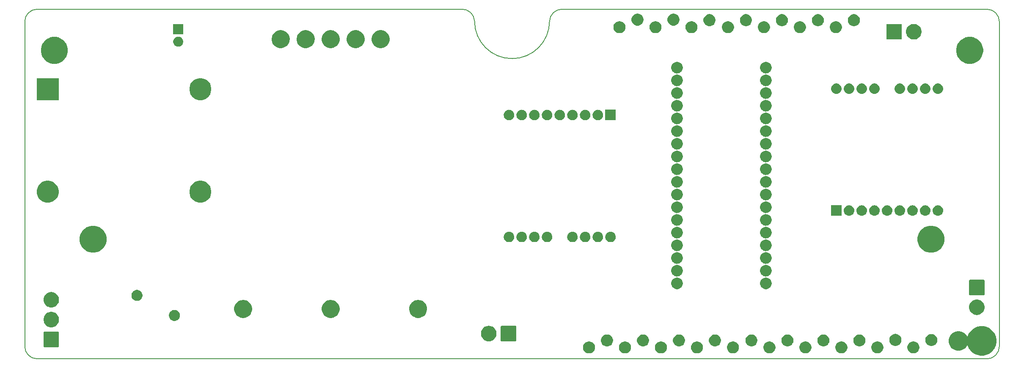
<source format=gbr>
%TF.GenerationSoftware,KiCad,Pcbnew,5.0.1*%
%TF.CreationDate,2018-10-23T16:01:19+11:00*%
%TF.ProjectId,FP1,4650312E6B696361645F706362000000,0.1*%
%TF.SameCoordinates,Original*%
%TF.FileFunction,Soldermask,Bot*%
%TF.FilePolarity,Negative*%
%FSLAX46Y46*%
G04 Gerber Fmt 4.6, Leading zero omitted, Abs format (unit mm)*
G04 Created by KiCad (PCBNEW 5.0.1) date Tue 23 Oct 2018 04:01:19 PM AEDT*
%MOMM*%
%LPD*%
G01*
G04 APERTURE LIST*
%ADD10C,0.150000*%
G04 APERTURE END LIST*
D10*
X240100000Y-59500000D02*
G75*
G03X237599981Y-56999981I-2500019J0D01*
G01*
X237599981Y-127000019D02*
G75*
G03X240100000Y-124500000I0J2500019D01*
G01*
X45099981Y-124500000D02*
G75*
G03X47600000Y-127000019I2500019J0D01*
G01*
X45099981Y-59500000D02*
G75*
G02X47600000Y-56999981I2500019J0D01*
G01*
X135098002Y-59400080D02*
G75*
G03X132599981Y-56999981I-2498021J-99920D01*
G01*
X150101622Y-59409986D02*
G75*
G02X152600019Y-57000000I2498397J-90033D01*
G01*
X150100000Y-59400000D02*
G75*
G02X135100000Y-59400000I-7500000J0D01*
G01*
X237620000Y-57000000D02*
X152580000Y-57000000D01*
X45100000Y-124540000D02*
X45100000Y-59460000D01*
X47610000Y-57000000D02*
X132630000Y-57000000D01*
X240100000Y-124530000D02*
X240100000Y-59490000D01*
X47570000Y-127000000D02*
X237630000Y-127000000D01*
G36*
X237440483Y-120573366D02*
X237977348Y-120795743D01*
X237977349Y-120795744D01*
X238460516Y-121118585D01*
X238871415Y-121529484D01*
X239012963Y-121741326D01*
X239194257Y-122012652D01*
X239416634Y-122549517D01*
X239530000Y-123119449D01*
X239530000Y-123700551D01*
X239416634Y-124270483D01*
X239194257Y-124807348D01*
X239187012Y-124818191D01*
X238871415Y-125290516D01*
X238460516Y-125701415D01*
X238367708Y-125763427D01*
X237977348Y-126024257D01*
X237440483Y-126246634D01*
X236870551Y-126360000D01*
X236289449Y-126360000D01*
X235719517Y-126246634D01*
X235182652Y-126024257D01*
X234792292Y-125763427D01*
X234699484Y-125701415D01*
X234288585Y-125290516D01*
X233972988Y-124818191D01*
X233965743Y-124807348D01*
X233812548Y-124437503D01*
X233800997Y-124415892D01*
X233785451Y-124396950D01*
X233766509Y-124381404D01*
X233744898Y-124369853D01*
X233721449Y-124362740D01*
X233697063Y-124360338D01*
X233672677Y-124362740D01*
X233649228Y-124369853D01*
X233627617Y-124381404D01*
X233608675Y-124396950D01*
X233593129Y-124415892D01*
X233434662Y-124653055D01*
X233163055Y-124924662D01*
X232843670Y-125138068D01*
X232488793Y-125285063D01*
X232112060Y-125360000D01*
X231727940Y-125360000D01*
X231351207Y-125285063D01*
X230996330Y-125138068D01*
X230676945Y-124924662D01*
X230405338Y-124653055D01*
X230191932Y-124333670D01*
X230044937Y-123978793D01*
X229970000Y-123602060D01*
X229970000Y-123217940D01*
X230044937Y-122841207D01*
X230191932Y-122486330D01*
X230405338Y-122166945D01*
X230676945Y-121895338D01*
X230996330Y-121681932D01*
X231351207Y-121534937D01*
X231727940Y-121460000D01*
X232112060Y-121460000D01*
X232488793Y-121534937D01*
X232843670Y-121681932D01*
X233163055Y-121895338D01*
X233434662Y-122166945D01*
X233593129Y-122404108D01*
X233608675Y-122423050D01*
X233627617Y-122438596D01*
X233649227Y-122450147D01*
X233672677Y-122457260D01*
X233697063Y-122459662D01*
X233721449Y-122457260D01*
X233744898Y-122450147D01*
X233766509Y-122438596D01*
X233785451Y-122423050D01*
X233800997Y-122404108D01*
X233812548Y-122382497D01*
X233965743Y-122012652D01*
X234147037Y-121741326D01*
X234288585Y-121529484D01*
X234699484Y-121118585D01*
X235182651Y-120795744D01*
X235182652Y-120795743D01*
X235719517Y-120573366D01*
X236289449Y-120460000D01*
X236870551Y-120460000D01*
X237440483Y-120573366D01*
X237440483Y-120573366D01*
G37*
G36*
X158350026Y-123546115D02*
X158568412Y-123636573D01*
X158764958Y-123767901D01*
X158932099Y-123935042D01*
X159063427Y-124131588D01*
X159153885Y-124349974D01*
X159200000Y-124581809D01*
X159200000Y-124818191D01*
X159153885Y-125050026D01*
X159063427Y-125268412D01*
X158932099Y-125464958D01*
X158764958Y-125632099D01*
X158568412Y-125763427D01*
X158350026Y-125853885D01*
X158118191Y-125900000D01*
X157881809Y-125900000D01*
X157649974Y-125853885D01*
X157431588Y-125763427D01*
X157235042Y-125632099D01*
X157067901Y-125464958D01*
X156936573Y-125268412D01*
X156846115Y-125050026D01*
X156800000Y-124818191D01*
X156800000Y-124581809D01*
X156846115Y-124349974D01*
X156936573Y-124131588D01*
X157067901Y-123935042D01*
X157235042Y-123767901D01*
X157431588Y-123636573D01*
X157649974Y-123546115D01*
X157881809Y-123500000D01*
X158118191Y-123500000D01*
X158350026Y-123546115D01*
X158350026Y-123546115D01*
G37*
G36*
X179950026Y-123546115D02*
X180168412Y-123636573D01*
X180364958Y-123767901D01*
X180532099Y-123935042D01*
X180663427Y-124131588D01*
X180753885Y-124349974D01*
X180800000Y-124581809D01*
X180800000Y-124818191D01*
X180753885Y-125050026D01*
X180663427Y-125268412D01*
X180532099Y-125464958D01*
X180364958Y-125632099D01*
X180168412Y-125763427D01*
X179950026Y-125853885D01*
X179718191Y-125900000D01*
X179481809Y-125900000D01*
X179249974Y-125853885D01*
X179031588Y-125763427D01*
X178835042Y-125632099D01*
X178667901Y-125464958D01*
X178536573Y-125268412D01*
X178446115Y-125050026D01*
X178400000Y-124818191D01*
X178400000Y-124581809D01*
X178446115Y-124349974D01*
X178536573Y-124131588D01*
X178667901Y-123935042D01*
X178835042Y-123767901D01*
X179031588Y-123636573D01*
X179249974Y-123546115D01*
X179481809Y-123500000D01*
X179718191Y-123500000D01*
X179950026Y-123546115D01*
X179950026Y-123546115D01*
G37*
G36*
X172750026Y-123546115D02*
X172968412Y-123636573D01*
X173164958Y-123767901D01*
X173332099Y-123935042D01*
X173463427Y-124131588D01*
X173553885Y-124349974D01*
X173600000Y-124581809D01*
X173600000Y-124818191D01*
X173553885Y-125050026D01*
X173463427Y-125268412D01*
X173332099Y-125464958D01*
X173164958Y-125632099D01*
X172968412Y-125763427D01*
X172750026Y-125853885D01*
X172518191Y-125900000D01*
X172281809Y-125900000D01*
X172049974Y-125853885D01*
X171831588Y-125763427D01*
X171635042Y-125632099D01*
X171467901Y-125464958D01*
X171336573Y-125268412D01*
X171246115Y-125050026D01*
X171200000Y-124818191D01*
X171200000Y-124581809D01*
X171246115Y-124349974D01*
X171336573Y-124131588D01*
X171467901Y-123935042D01*
X171635042Y-123767901D01*
X171831588Y-123636573D01*
X172049974Y-123546115D01*
X172281809Y-123500000D01*
X172518191Y-123500000D01*
X172750026Y-123546115D01*
X172750026Y-123546115D01*
G37*
G36*
X187150026Y-123546115D02*
X187368412Y-123636573D01*
X187564958Y-123767901D01*
X187732099Y-123935042D01*
X187863427Y-124131588D01*
X187953885Y-124349974D01*
X188000000Y-124581809D01*
X188000000Y-124818191D01*
X187953885Y-125050026D01*
X187863427Y-125268412D01*
X187732099Y-125464958D01*
X187564958Y-125632099D01*
X187368412Y-125763427D01*
X187150026Y-125853885D01*
X186918191Y-125900000D01*
X186681809Y-125900000D01*
X186449974Y-125853885D01*
X186231588Y-125763427D01*
X186035042Y-125632099D01*
X185867901Y-125464958D01*
X185736573Y-125268412D01*
X185646115Y-125050026D01*
X185600000Y-124818191D01*
X185600000Y-124581809D01*
X185646115Y-124349974D01*
X185736573Y-124131588D01*
X185867901Y-123935042D01*
X186035042Y-123767901D01*
X186231588Y-123636573D01*
X186449974Y-123546115D01*
X186681809Y-123500000D01*
X186918191Y-123500000D01*
X187150026Y-123546115D01*
X187150026Y-123546115D01*
G37*
G36*
X165550026Y-123546115D02*
X165768412Y-123636573D01*
X165964958Y-123767901D01*
X166132099Y-123935042D01*
X166263427Y-124131588D01*
X166353885Y-124349974D01*
X166400000Y-124581809D01*
X166400000Y-124818191D01*
X166353885Y-125050026D01*
X166263427Y-125268412D01*
X166132099Y-125464958D01*
X165964958Y-125632099D01*
X165768412Y-125763427D01*
X165550026Y-125853885D01*
X165318191Y-125900000D01*
X165081809Y-125900000D01*
X164849974Y-125853885D01*
X164631588Y-125763427D01*
X164435042Y-125632099D01*
X164267901Y-125464958D01*
X164136573Y-125268412D01*
X164046115Y-125050026D01*
X164000000Y-124818191D01*
X164000000Y-124581809D01*
X164046115Y-124349974D01*
X164136573Y-124131588D01*
X164267901Y-123935042D01*
X164435042Y-123767901D01*
X164631588Y-123636573D01*
X164849974Y-123546115D01*
X165081809Y-123500000D01*
X165318191Y-123500000D01*
X165550026Y-123546115D01*
X165550026Y-123546115D01*
G37*
G36*
X194450026Y-123546115D02*
X194668412Y-123636573D01*
X194864958Y-123767901D01*
X195032099Y-123935042D01*
X195163427Y-124131588D01*
X195253885Y-124349974D01*
X195300000Y-124581809D01*
X195300000Y-124818191D01*
X195253885Y-125050026D01*
X195163427Y-125268412D01*
X195032099Y-125464958D01*
X194864958Y-125632099D01*
X194668412Y-125763427D01*
X194450026Y-125853885D01*
X194218191Y-125900000D01*
X193981809Y-125900000D01*
X193749974Y-125853885D01*
X193531588Y-125763427D01*
X193335042Y-125632099D01*
X193167901Y-125464958D01*
X193036573Y-125268412D01*
X192946115Y-125050026D01*
X192900000Y-124818191D01*
X192900000Y-124581809D01*
X192946115Y-124349974D01*
X193036573Y-124131588D01*
X193167901Y-123935042D01*
X193335042Y-123767901D01*
X193531588Y-123636573D01*
X193749974Y-123546115D01*
X193981809Y-123500000D01*
X194218191Y-123500000D01*
X194450026Y-123546115D01*
X194450026Y-123546115D01*
G37*
G36*
X208850026Y-123546115D02*
X209068412Y-123636573D01*
X209264958Y-123767901D01*
X209432099Y-123935042D01*
X209563427Y-124131588D01*
X209653885Y-124349974D01*
X209700000Y-124581809D01*
X209700000Y-124818191D01*
X209653885Y-125050026D01*
X209563427Y-125268412D01*
X209432099Y-125464958D01*
X209264958Y-125632099D01*
X209068412Y-125763427D01*
X208850026Y-125853885D01*
X208618191Y-125900000D01*
X208381809Y-125900000D01*
X208149974Y-125853885D01*
X207931588Y-125763427D01*
X207735042Y-125632099D01*
X207567901Y-125464958D01*
X207436573Y-125268412D01*
X207346115Y-125050026D01*
X207300000Y-124818191D01*
X207300000Y-124581809D01*
X207346115Y-124349974D01*
X207436573Y-124131588D01*
X207567901Y-123935042D01*
X207735042Y-123767901D01*
X207931588Y-123636573D01*
X208149974Y-123546115D01*
X208381809Y-123500000D01*
X208618191Y-123500000D01*
X208850026Y-123546115D01*
X208850026Y-123546115D01*
G37*
G36*
X216050026Y-123546115D02*
X216268412Y-123636573D01*
X216464958Y-123767901D01*
X216632099Y-123935042D01*
X216763427Y-124131588D01*
X216853885Y-124349974D01*
X216900000Y-124581809D01*
X216900000Y-124818191D01*
X216853885Y-125050026D01*
X216763427Y-125268412D01*
X216632099Y-125464958D01*
X216464958Y-125632099D01*
X216268412Y-125763427D01*
X216050026Y-125853885D01*
X215818191Y-125900000D01*
X215581809Y-125900000D01*
X215349974Y-125853885D01*
X215131588Y-125763427D01*
X214935042Y-125632099D01*
X214767901Y-125464958D01*
X214636573Y-125268412D01*
X214546115Y-125050026D01*
X214500000Y-124818191D01*
X214500000Y-124581809D01*
X214546115Y-124349974D01*
X214636573Y-124131588D01*
X214767901Y-123935042D01*
X214935042Y-123767901D01*
X215131588Y-123636573D01*
X215349974Y-123546115D01*
X215581809Y-123500000D01*
X215818191Y-123500000D01*
X216050026Y-123546115D01*
X216050026Y-123546115D01*
G37*
G36*
X201650026Y-123546115D02*
X201868412Y-123636573D01*
X202064958Y-123767901D01*
X202232099Y-123935042D01*
X202363427Y-124131588D01*
X202453885Y-124349974D01*
X202500000Y-124581809D01*
X202500000Y-124818191D01*
X202453885Y-125050026D01*
X202363427Y-125268412D01*
X202232099Y-125464958D01*
X202064958Y-125632099D01*
X201868412Y-125763427D01*
X201650026Y-125853885D01*
X201418191Y-125900000D01*
X201181809Y-125900000D01*
X200949974Y-125853885D01*
X200731588Y-125763427D01*
X200535042Y-125632099D01*
X200367901Y-125464958D01*
X200236573Y-125268412D01*
X200146115Y-125050026D01*
X200100000Y-124818191D01*
X200100000Y-124581809D01*
X200146115Y-124349974D01*
X200236573Y-124131588D01*
X200367901Y-123935042D01*
X200535042Y-123767901D01*
X200731588Y-123636573D01*
X200949974Y-123546115D01*
X201181809Y-123500000D01*
X201418191Y-123500000D01*
X201650026Y-123546115D01*
X201650026Y-123546115D01*
G37*
G36*
X223250026Y-123546115D02*
X223468412Y-123636573D01*
X223664958Y-123767901D01*
X223832099Y-123935042D01*
X223963427Y-124131588D01*
X224053885Y-124349974D01*
X224100000Y-124581809D01*
X224100000Y-124818191D01*
X224053885Y-125050026D01*
X223963427Y-125268412D01*
X223832099Y-125464958D01*
X223664958Y-125632099D01*
X223468412Y-125763427D01*
X223250026Y-125853885D01*
X223018191Y-125900000D01*
X222781809Y-125900000D01*
X222549974Y-125853885D01*
X222331588Y-125763427D01*
X222135042Y-125632099D01*
X221967901Y-125464958D01*
X221836573Y-125268412D01*
X221746115Y-125050026D01*
X221700000Y-124818191D01*
X221700000Y-124581809D01*
X221746115Y-124349974D01*
X221836573Y-124131588D01*
X221967901Y-123935042D01*
X222135042Y-123767901D01*
X222331588Y-123636573D01*
X222549974Y-123546115D01*
X222781809Y-123500000D01*
X223018191Y-123500000D01*
X223250026Y-123546115D01*
X223250026Y-123546115D01*
G37*
G36*
X51800823Y-121554151D02*
X51835451Y-121564656D01*
X51867362Y-121581712D01*
X51895333Y-121604667D01*
X51918288Y-121632638D01*
X51935344Y-121664549D01*
X51945849Y-121699177D01*
X51950000Y-121741326D01*
X51950000Y-124458674D01*
X51945849Y-124500823D01*
X51935344Y-124535451D01*
X51918288Y-124567362D01*
X51895333Y-124595333D01*
X51867362Y-124618288D01*
X51835451Y-124635344D01*
X51800823Y-124645849D01*
X51758674Y-124650000D01*
X49041326Y-124650000D01*
X48999177Y-124645849D01*
X48964549Y-124635344D01*
X48932638Y-124618288D01*
X48904667Y-124595333D01*
X48881712Y-124567362D01*
X48864656Y-124535451D01*
X48854151Y-124500823D01*
X48850000Y-124458674D01*
X48850000Y-121741326D01*
X48854151Y-121699177D01*
X48864656Y-121664549D01*
X48881712Y-121632638D01*
X48904667Y-121604667D01*
X48932638Y-121581712D01*
X48964549Y-121564656D01*
X48999177Y-121554151D01*
X49041326Y-121550000D01*
X51758674Y-121550000D01*
X51800823Y-121554151D01*
X51800823Y-121554151D01*
G37*
G36*
X205250026Y-122146115D02*
X205468412Y-122236573D01*
X205664958Y-122367901D01*
X205832099Y-122535042D01*
X205963427Y-122731588D01*
X206053885Y-122949974D01*
X206100000Y-123181809D01*
X206100000Y-123418191D01*
X206053885Y-123650026D01*
X205963427Y-123868412D01*
X205832099Y-124064958D01*
X205664958Y-124232099D01*
X205468412Y-124363427D01*
X205250026Y-124453885D01*
X205018191Y-124500000D01*
X204781809Y-124500000D01*
X204549974Y-124453885D01*
X204331588Y-124363427D01*
X204135042Y-124232099D01*
X203967901Y-124064958D01*
X203836573Y-123868412D01*
X203746115Y-123650026D01*
X203700000Y-123418191D01*
X203700000Y-123181809D01*
X203746115Y-122949974D01*
X203836573Y-122731588D01*
X203967901Y-122535042D01*
X204135042Y-122367901D01*
X204331588Y-122236573D01*
X204549974Y-122146115D01*
X204781809Y-122100000D01*
X205018191Y-122100000D01*
X205250026Y-122146115D01*
X205250026Y-122146115D01*
G37*
G36*
X176350026Y-122146115D02*
X176568412Y-122236573D01*
X176764958Y-122367901D01*
X176932099Y-122535042D01*
X177063427Y-122731588D01*
X177153885Y-122949974D01*
X177200000Y-123181809D01*
X177200000Y-123418191D01*
X177153885Y-123650026D01*
X177063427Y-123868412D01*
X176932099Y-124064958D01*
X176764958Y-124232099D01*
X176568412Y-124363427D01*
X176350026Y-124453885D01*
X176118191Y-124500000D01*
X175881809Y-124500000D01*
X175649974Y-124453885D01*
X175431588Y-124363427D01*
X175235042Y-124232099D01*
X175067901Y-124064958D01*
X174936573Y-123868412D01*
X174846115Y-123650026D01*
X174800000Y-123418191D01*
X174800000Y-123181809D01*
X174846115Y-122949974D01*
X174936573Y-122731588D01*
X175067901Y-122535042D01*
X175235042Y-122367901D01*
X175431588Y-122236573D01*
X175649974Y-122146115D01*
X175881809Y-122100000D01*
X176118191Y-122100000D01*
X176350026Y-122146115D01*
X176350026Y-122146115D01*
G37*
G36*
X183550026Y-122146115D02*
X183768412Y-122236573D01*
X183964958Y-122367901D01*
X184132099Y-122535042D01*
X184263427Y-122731588D01*
X184353885Y-122949974D01*
X184400000Y-123181809D01*
X184400000Y-123418191D01*
X184353885Y-123650026D01*
X184263427Y-123868412D01*
X184132099Y-124064958D01*
X183964958Y-124232099D01*
X183768412Y-124363427D01*
X183550026Y-124453885D01*
X183318191Y-124500000D01*
X183081809Y-124500000D01*
X182849974Y-124453885D01*
X182631588Y-124363427D01*
X182435042Y-124232099D01*
X182267901Y-124064958D01*
X182136573Y-123868412D01*
X182046115Y-123650026D01*
X182000000Y-123418191D01*
X182000000Y-123181809D01*
X182046115Y-122949974D01*
X182136573Y-122731588D01*
X182267901Y-122535042D01*
X182435042Y-122367901D01*
X182631588Y-122236573D01*
X182849974Y-122146115D01*
X183081809Y-122100000D01*
X183318191Y-122100000D01*
X183550026Y-122146115D01*
X183550026Y-122146115D01*
G37*
G36*
X169150026Y-122146115D02*
X169368412Y-122236573D01*
X169564958Y-122367901D01*
X169732099Y-122535042D01*
X169863427Y-122731588D01*
X169953885Y-122949974D01*
X170000000Y-123181809D01*
X170000000Y-123418191D01*
X169953885Y-123650026D01*
X169863427Y-123868412D01*
X169732099Y-124064958D01*
X169564958Y-124232099D01*
X169368412Y-124363427D01*
X169150026Y-124453885D01*
X168918191Y-124500000D01*
X168681809Y-124500000D01*
X168449974Y-124453885D01*
X168231588Y-124363427D01*
X168035042Y-124232099D01*
X167867901Y-124064958D01*
X167736573Y-123868412D01*
X167646115Y-123650026D01*
X167600000Y-123418191D01*
X167600000Y-123181809D01*
X167646115Y-122949974D01*
X167736573Y-122731588D01*
X167867901Y-122535042D01*
X168035042Y-122367901D01*
X168231588Y-122236573D01*
X168449974Y-122146115D01*
X168681809Y-122100000D01*
X168918191Y-122100000D01*
X169150026Y-122146115D01*
X169150026Y-122146115D01*
G37*
G36*
X161950026Y-122146115D02*
X162168412Y-122236573D01*
X162364958Y-122367901D01*
X162532099Y-122535042D01*
X162663427Y-122731588D01*
X162753885Y-122949974D01*
X162800000Y-123181809D01*
X162800000Y-123418191D01*
X162753885Y-123650026D01*
X162663427Y-123868412D01*
X162532099Y-124064958D01*
X162364958Y-124232099D01*
X162168412Y-124363427D01*
X161950026Y-124453885D01*
X161718191Y-124500000D01*
X161481809Y-124500000D01*
X161249974Y-124453885D01*
X161031588Y-124363427D01*
X160835042Y-124232099D01*
X160667901Y-124064958D01*
X160536573Y-123868412D01*
X160446115Y-123650026D01*
X160400000Y-123418191D01*
X160400000Y-123181809D01*
X160446115Y-122949974D01*
X160536573Y-122731588D01*
X160667901Y-122535042D01*
X160835042Y-122367901D01*
X161031588Y-122236573D01*
X161249974Y-122146115D01*
X161481809Y-122100000D01*
X161718191Y-122100000D01*
X161950026Y-122146115D01*
X161950026Y-122146115D01*
G37*
G36*
X190850026Y-122146115D02*
X191068412Y-122236573D01*
X191264958Y-122367901D01*
X191432099Y-122535042D01*
X191563427Y-122731588D01*
X191653885Y-122949974D01*
X191700000Y-123181809D01*
X191700000Y-123418191D01*
X191653885Y-123650026D01*
X191563427Y-123868412D01*
X191432099Y-124064958D01*
X191264958Y-124232099D01*
X191068412Y-124363427D01*
X190850026Y-124453885D01*
X190618191Y-124500000D01*
X190381809Y-124500000D01*
X190149974Y-124453885D01*
X189931588Y-124363427D01*
X189735042Y-124232099D01*
X189567901Y-124064958D01*
X189436573Y-123868412D01*
X189346115Y-123650026D01*
X189300000Y-123418191D01*
X189300000Y-123181809D01*
X189346115Y-122949974D01*
X189436573Y-122731588D01*
X189567901Y-122535042D01*
X189735042Y-122367901D01*
X189931588Y-122236573D01*
X190149974Y-122146115D01*
X190381809Y-122100000D01*
X190618191Y-122100000D01*
X190850026Y-122146115D01*
X190850026Y-122146115D01*
G37*
G36*
X198050026Y-122146115D02*
X198268412Y-122236573D01*
X198464958Y-122367901D01*
X198632099Y-122535042D01*
X198763427Y-122731588D01*
X198853885Y-122949974D01*
X198900000Y-123181809D01*
X198900000Y-123418191D01*
X198853885Y-123650026D01*
X198763427Y-123868412D01*
X198632099Y-124064958D01*
X198464958Y-124232099D01*
X198268412Y-124363427D01*
X198050026Y-124453885D01*
X197818191Y-124500000D01*
X197581809Y-124500000D01*
X197349974Y-124453885D01*
X197131588Y-124363427D01*
X196935042Y-124232099D01*
X196767901Y-124064958D01*
X196636573Y-123868412D01*
X196546115Y-123650026D01*
X196500000Y-123418191D01*
X196500000Y-123181809D01*
X196546115Y-122949974D01*
X196636573Y-122731588D01*
X196767901Y-122535042D01*
X196935042Y-122367901D01*
X197131588Y-122236573D01*
X197349974Y-122146115D01*
X197581809Y-122100000D01*
X197818191Y-122100000D01*
X198050026Y-122146115D01*
X198050026Y-122146115D01*
G37*
G36*
X212450026Y-122146115D02*
X212668412Y-122236573D01*
X212864958Y-122367901D01*
X213032099Y-122535042D01*
X213163427Y-122731588D01*
X213253885Y-122949974D01*
X213300000Y-123181809D01*
X213300000Y-123418191D01*
X213253885Y-123650026D01*
X213163427Y-123868412D01*
X213032099Y-124064958D01*
X212864958Y-124232099D01*
X212668412Y-124363427D01*
X212450026Y-124453885D01*
X212218191Y-124500000D01*
X211981809Y-124500000D01*
X211749974Y-124453885D01*
X211531588Y-124363427D01*
X211335042Y-124232099D01*
X211167901Y-124064958D01*
X211036573Y-123868412D01*
X210946115Y-123650026D01*
X210900000Y-123418191D01*
X210900000Y-123181809D01*
X210946115Y-122949974D01*
X211036573Y-122731588D01*
X211167901Y-122535042D01*
X211335042Y-122367901D01*
X211531588Y-122236573D01*
X211749974Y-122146115D01*
X211981809Y-122100000D01*
X212218191Y-122100000D01*
X212450026Y-122146115D01*
X212450026Y-122146115D01*
G37*
G36*
X226850026Y-122066115D02*
X227068412Y-122156573D01*
X227264958Y-122287901D01*
X227432099Y-122455042D01*
X227563427Y-122651588D01*
X227653885Y-122869974D01*
X227700000Y-123101809D01*
X227700000Y-123338191D01*
X227653885Y-123570026D01*
X227563427Y-123788412D01*
X227432099Y-123984958D01*
X227264958Y-124152099D01*
X227068412Y-124283427D01*
X226850026Y-124373885D01*
X226618191Y-124420000D01*
X226381809Y-124420000D01*
X226149974Y-124373885D01*
X225931588Y-124283427D01*
X225735042Y-124152099D01*
X225567901Y-123984958D01*
X225436573Y-123788412D01*
X225346115Y-123570026D01*
X225300000Y-123338191D01*
X225300000Y-123101809D01*
X225346115Y-122869974D01*
X225436573Y-122651588D01*
X225567901Y-122455042D01*
X225735042Y-122287901D01*
X225931588Y-122156573D01*
X226149974Y-122066115D01*
X226381809Y-122020000D01*
X226618191Y-122020000D01*
X226850026Y-122066115D01*
X226850026Y-122066115D01*
G37*
G36*
X219650026Y-122046115D02*
X219868412Y-122136573D01*
X220064958Y-122267901D01*
X220232099Y-122435042D01*
X220363427Y-122631588D01*
X220453885Y-122849974D01*
X220500000Y-123081809D01*
X220500000Y-123318191D01*
X220453885Y-123550026D01*
X220363427Y-123768412D01*
X220232099Y-123964958D01*
X220064958Y-124132099D01*
X219868412Y-124263427D01*
X219650026Y-124353885D01*
X219418191Y-124400000D01*
X219181809Y-124400000D01*
X218949974Y-124353885D01*
X218731588Y-124263427D01*
X218535042Y-124132099D01*
X218367901Y-123964958D01*
X218236573Y-123768412D01*
X218146115Y-123550026D01*
X218100000Y-123318191D01*
X218100000Y-123081809D01*
X218146115Y-122849974D01*
X218236573Y-122631588D01*
X218367901Y-122435042D01*
X218535042Y-122267901D01*
X218731588Y-122136573D01*
X218949974Y-122046115D01*
X219181809Y-122000000D01*
X219418191Y-122000000D01*
X219650026Y-122046115D01*
X219650026Y-122046115D01*
G37*
G36*
X143290823Y-120394151D02*
X143325451Y-120404656D01*
X143357362Y-120421712D01*
X143385333Y-120444667D01*
X143408288Y-120472638D01*
X143425344Y-120504549D01*
X143435849Y-120539177D01*
X143440000Y-120581326D01*
X143440000Y-123298674D01*
X143435849Y-123340823D01*
X143425344Y-123375451D01*
X143408288Y-123407362D01*
X143385333Y-123435333D01*
X143357362Y-123458288D01*
X143325451Y-123475344D01*
X143290823Y-123485849D01*
X143248674Y-123490000D01*
X140531326Y-123490000D01*
X140489177Y-123485849D01*
X140454549Y-123475344D01*
X140422638Y-123458288D01*
X140394667Y-123435333D01*
X140371712Y-123407362D01*
X140354656Y-123375451D01*
X140344151Y-123340823D01*
X140340000Y-123298674D01*
X140340000Y-120581326D01*
X140344151Y-120539177D01*
X140354656Y-120504549D01*
X140371712Y-120472638D01*
X140394667Y-120444667D01*
X140422638Y-120421712D01*
X140454549Y-120404656D01*
X140489177Y-120394151D01*
X140531326Y-120390000D01*
X143248674Y-120390000D01*
X143290823Y-120394151D01*
X143290823Y-120394151D01*
G37*
G36*
X138182481Y-120409855D02*
X138382118Y-120449565D01*
X138570173Y-120527460D01*
X138664201Y-120566408D01*
X138918071Y-120736038D01*
X139133962Y-120951929D01*
X139303592Y-121205799D01*
X139303592Y-121205800D01*
X139420435Y-121487882D01*
X139455576Y-121664549D01*
X139480000Y-121787337D01*
X139480000Y-122092663D01*
X139467287Y-122156573D01*
X139420435Y-122392118D01*
X139361232Y-122535045D01*
X139303592Y-122674201D01*
X139133962Y-122928071D01*
X138918071Y-123143962D01*
X138664201Y-123313592D01*
X138598459Y-123340823D01*
X138382118Y-123430435D01*
X138242090Y-123458288D01*
X138082663Y-123490000D01*
X137777337Y-123490000D01*
X137617910Y-123458288D01*
X137477882Y-123430435D01*
X137261541Y-123340823D01*
X137195799Y-123313592D01*
X136941929Y-123143962D01*
X136726038Y-122928071D01*
X136556408Y-122674201D01*
X136498768Y-122535045D01*
X136439565Y-122392118D01*
X136392713Y-122156573D01*
X136380000Y-122092663D01*
X136380000Y-121787337D01*
X136404424Y-121664549D01*
X136439565Y-121487882D01*
X136556408Y-121205800D01*
X136556408Y-121205799D01*
X136726038Y-120951929D01*
X136941929Y-120736038D01*
X137195799Y-120566408D01*
X137289827Y-120527460D01*
X137477882Y-120449565D01*
X137677519Y-120409855D01*
X137777337Y-120390000D01*
X138082663Y-120390000D01*
X138182481Y-120409855D01*
X138182481Y-120409855D01*
G37*
G36*
X50596838Y-117598787D02*
X50852118Y-117649565D01*
X51040173Y-117727460D01*
X51134201Y-117766408D01*
X51388071Y-117936038D01*
X51603962Y-118151929D01*
X51773592Y-118405799D01*
X51773592Y-118405800D01*
X51890435Y-118687882D01*
X51950000Y-118987338D01*
X51950000Y-119292662D01*
X51890435Y-119592118D01*
X51812540Y-119780173D01*
X51773592Y-119874201D01*
X51603962Y-120128071D01*
X51388071Y-120343962D01*
X51134201Y-120513592D01*
X51072433Y-120539177D01*
X50852118Y-120630435D01*
X50652481Y-120670145D01*
X50552663Y-120690000D01*
X50247337Y-120690000D01*
X50147519Y-120670145D01*
X49947882Y-120630435D01*
X49727567Y-120539177D01*
X49665799Y-120513592D01*
X49411929Y-120343962D01*
X49196038Y-120128071D01*
X49026408Y-119874201D01*
X48987460Y-119780173D01*
X48909565Y-119592118D01*
X48850000Y-119292662D01*
X48850000Y-118987338D01*
X48909565Y-118687882D01*
X49026408Y-118405800D01*
X49026408Y-118405799D01*
X49196038Y-118151929D01*
X49411929Y-117936038D01*
X49665799Y-117766408D01*
X49759827Y-117727460D01*
X49947882Y-117649565D01*
X50203162Y-117598787D01*
X50247337Y-117590000D01*
X50552663Y-117590000D01*
X50596838Y-117598787D01*
X50596838Y-117598787D01*
G37*
G36*
X75370857Y-117242272D02*
X75571042Y-117325191D01*
X75571045Y-117325193D01*
X75674323Y-117394201D01*
X75751213Y-117445578D01*
X75904422Y-117598787D01*
X76024809Y-117778958D01*
X76107728Y-117979143D01*
X76150000Y-118191658D01*
X76150000Y-118408342D01*
X76107728Y-118620857D01*
X76024809Y-118821042D01*
X75904422Y-119001213D01*
X75751213Y-119154422D01*
X75571042Y-119274809D01*
X75370857Y-119357728D01*
X75158342Y-119400000D01*
X74941658Y-119400000D01*
X74729143Y-119357728D01*
X74528958Y-119274809D01*
X74348787Y-119154422D01*
X74195578Y-119001213D01*
X74075191Y-118821042D01*
X73992272Y-118620857D01*
X73950000Y-118408342D01*
X73950000Y-118191658D01*
X73992272Y-117979143D01*
X74075191Y-117778958D01*
X74195578Y-117598787D01*
X74348787Y-117445578D01*
X74425678Y-117394201D01*
X74528955Y-117325193D01*
X74528958Y-117325191D01*
X74729143Y-117242272D01*
X74941658Y-117200000D01*
X75158342Y-117200000D01*
X75370857Y-117242272D01*
X75370857Y-117242272D01*
G37*
G36*
X124209122Y-115246115D02*
X124325041Y-115269173D01*
X124652620Y-115404861D01*
X124943511Y-115599228D01*
X124947436Y-115601851D01*
X125198149Y-115852564D01*
X125198151Y-115852567D01*
X125395139Y-116147380D01*
X125530827Y-116474959D01*
X125546468Y-116553592D01*
X125598001Y-116812663D01*
X125600000Y-116822716D01*
X125600000Y-117177284D01*
X125530827Y-117525041D01*
X125395139Y-117852620D01*
X125310599Y-117979143D01*
X125198149Y-118147436D01*
X124947436Y-118398149D01*
X124947433Y-118398151D01*
X124652620Y-118595139D01*
X124652619Y-118595140D01*
X124652618Y-118595140D01*
X124590529Y-118620858D01*
X124325041Y-118730827D01*
X124209122Y-118753885D01*
X123977286Y-118800000D01*
X123622714Y-118800000D01*
X123390878Y-118753885D01*
X123274959Y-118730827D01*
X123009471Y-118620858D01*
X122947382Y-118595140D01*
X122947381Y-118595140D01*
X122947380Y-118595139D01*
X122652567Y-118398151D01*
X122652564Y-118398149D01*
X122401851Y-118147436D01*
X122289401Y-117979143D01*
X122204861Y-117852620D01*
X122069173Y-117525041D01*
X122000000Y-117177284D01*
X122000000Y-116822716D01*
X122002000Y-116812663D01*
X122053532Y-116553592D01*
X122069173Y-116474959D01*
X122204861Y-116147380D01*
X122401849Y-115852567D01*
X122401851Y-115852564D01*
X122652564Y-115601851D01*
X122656489Y-115599228D01*
X122947380Y-115404861D01*
X123274959Y-115269173D01*
X123390878Y-115246115D01*
X123622714Y-115200000D01*
X123977286Y-115200000D01*
X124209122Y-115246115D01*
X124209122Y-115246115D01*
G37*
G36*
X89209122Y-115246115D02*
X89325041Y-115269173D01*
X89652620Y-115404861D01*
X89943511Y-115599228D01*
X89947436Y-115601851D01*
X90198149Y-115852564D01*
X90198151Y-115852567D01*
X90395139Y-116147380D01*
X90530827Y-116474959D01*
X90546468Y-116553592D01*
X90598001Y-116812663D01*
X90600000Y-116822716D01*
X90600000Y-117177284D01*
X90530827Y-117525041D01*
X90395139Y-117852620D01*
X90310599Y-117979143D01*
X90198149Y-118147436D01*
X89947436Y-118398149D01*
X89947433Y-118398151D01*
X89652620Y-118595139D01*
X89652619Y-118595140D01*
X89652618Y-118595140D01*
X89590529Y-118620858D01*
X89325041Y-118730827D01*
X89209122Y-118753885D01*
X88977286Y-118800000D01*
X88622714Y-118800000D01*
X88390878Y-118753885D01*
X88274959Y-118730827D01*
X88009471Y-118620858D01*
X87947382Y-118595140D01*
X87947381Y-118595140D01*
X87947380Y-118595139D01*
X87652567Y-118398151D01*
X87652564Y-118398149D01*
X87401851Y-118147436D01*
X87289401Y-117979143D01*
X87204861Y-117852620D01*
X87069173Y-117525041D01*
X87000000Y-117177284D01*
X87000000Y-116822716D01*
X87002000Y-116812663D01*
X87053532Y-116553592D01*
X87069173Y-116474959D01*
X87204861Y-116147380D01*
X87401849Y-115852567D01*
X87401851Y-115852564D01*
X87652564Y-115601851D01*
X87656489Y-115599228D01*
X87947380Y-115404861D01*
X88274959Y-115269173D01*
X88390878Y-115246115D01*
X88622714Y-115200000D01*
X88977286Y-115200000D01*
X89209122Y-115246115D01*
X89209122Y-115246115D01*
G37*
G36*
X106709122Y-115246115D02*
X106825041Y-115269173D01*
X107152620Y-115404861D01*
X107443511Y-115599228D01*
X107447436Y-115601851D01*
X107698149Y-115852564D01*
X107698151Y-115852567D01*
X107895139Y-116147380D01*
X108030827Y-116474959D01*
X108046468Y-116553592D01*
X108098001Y-116812663D01*
X108100000Y-116822716D01*
X108100000Y-117177284D01*
X108030827Y-117525041D01*
X107895139Y-117852620D01*
X107810599Y-117979143D01*
X107698149Y-118147436D01*
X107447436Y-118398149D01*
X107447433Y-118398151D01*
X107152620Y-118595139D01*
X107152619Y-118595140D01*
X107152618Y-118595140D01*
X107090529Y-118620858D01*
X106825041Y-118730827D01*
X106709122Y-118753885D01*
X106477286Y-118800000D01*
X106122714Y-118800000D01*
X105890878Y-118753885D01*
X105774959Y-118730827D01*
X105509471Y-118620858D01*
X105447382Y-118595140D01*
X105447381Y-118595140D01*
X105447380Y-118595139D01*
X105152567Y-118398151D01*
X105152564Y-118398149D01*
X104901851Y-118147436D01*
X104789401Y-117979143D01*
X104704861Y-117852620D01*
X104569173Y-117525041D01*
X104500000Y-117177284D01*
X104500000Y-116822716D01*
X104502000Y-116812663D01*
X104553532Y-116553592D01*
X104569173Y-116474959D01*
X104704861Y-116147380D01*
X104901849Y-115852567D01*
X104901851Y-115852564D01*
X105152564Y-115601851D01*
X105156489Y-115599228D01*
X105447380Y-115404861D01*
X105774959Y-115269173D01*
X105890878Y-115246115D01*
X106122714Y-115200000D01*
X106477286Y-115200000D01*
X106709122Y-115246115D01*
X106709122Y-115246115D01*
G37*
G36*
X235852481Y-115129855D02*
X236052118Y-115169565D01*
X236240173Y-115247460D01*
X236334201Y-115286408D01*
X236588071Y-115456038D01*
X236803962Y-115671929D01*
X236973592Y-115925799D01*
X236973592Y-115925800D01*
X237090435Y-116207882D01*
X237090435Y-116207884D01*
X237143560Y-116474959D01*
X237150000Y-116507338D01*
X237150000Y-116812662D01*
X237090435Y-117112118D01*
X237012540Y-117300173D01*
X236973592Y-117394201D01*
X236803962Y-117648071D01*
X236588071Y-117863962D01*
X236334201Y-118033592D01*
X236240173Y-118072540D01*
X236052118Y-118150435D01*
X235852481Y-118190145D01*
X235752663Y-118210000D01*
X235447337Y-118210000D01*
X235347519Y-118190145D01*
X235147882Y-118150435D01*
X234959827Y-118072540D01*
X234865799Y-118033592D01*
X234611929Y-117863962D01*
X234396038Y-117648071D01*
X234226408Y-117394201D01*
X234187460Y-117300173D01*
X234109565Y-117112118D01*
X234050000Y-116812662D01*
X234050000Y-116507338D01*
X234056441Y-116474959D01*
X234109565Y-116207884D01*
X234109565Y-116207882D01*
X234226408Y-115925800D01*
X234226408Y-115925799D01*
X234396038Y-115671929D01*
X234611929Y-115456038D01*
X234865799Y-115286408D01*
X234959827Y-115247460D01*
X235147882Y-115169565D01*
X235347519Y-115129855D01*
X235447337Y-115110000D01*
X235752663Y-115110000D01*
X235852481Y-115129855D01*
X235852481Y-115129855D01*
G37*
G36*
X50652481Y-113649855D02*
X50852118Y-113689565D01*
X51040173Y-113767460D01*
X51134201Y-113806408D01*
X51388071Y-113976038D01*
X51603962Y-114191929D01*
X51773592Y-114445799D01*
X51773592Y-114445800D01*
X51890435Y-114727882D01*
X51908966Y-114821045D01*
X51944804Y-115001213D01*
X51950000Y-115027338D01*
X51950000Y-115332662D01*
X51890435Y-115632118D01*
X51873943Y-115671932D01*
X51773592Y-115914201D01*
X51603962Y-116168071D01*
X51388071Y-116383962D01*
X51134201Y-116553592D01*
X51040173Y-116592540D01*
X50852118Y-116670435D01*
X50652481Y-116710145D01*
X50552663Y-116730000D01*
X50247337Y-116730000D01*
X50147519Y-116710145D01*
X49947882Y-116670435D01*
X49759827Y-116592540D01*
X49665799Y-116553592D01*
X49411929Y-116383962D01*
X49196038Y-116168071D01*
X49026408Y-115914201D01*
X48926057Y-115671932D01*
X48909565Y-115632118D01*
X48850000Y-115332662D01*
X48850000Y-115027338D01*
X48855197Y-115001213D01*
X48891034Y-114821045D01*
X48909565Y-114727882D01*
X49026408Y-114445800D01*
X49026408Y-114445799D01*
X49196038Y-114191929D01*
X49411929Y-113976038D01*
X49665799Y-113806408D01*
X49759827Y-113767460D01*
X49947882Y-113689565D01*
X50147519Y-113649855D01*
X50247337Y-113630000D01*
X50552663Y-113630000D01*
X50652481Y-113649855D01*
X50652481Y-113649855D01*
G37*
G36*
X67870857Y-113242272D02*
X68071042Y-113325191D01*
X68251213Y-113445578D01*
X68404422Y-113598787D01*
X68524809Y-113778958D01*
X68607728Y-113979143D01*
X68650000Y-114191658D01*
X68650000Y-114408342D01*
X68607728Y-114620857D01*
X68524809Y-114821042D01*
X68404422Y-115001213D01*
X68251213Y-115154422D01*
X68071042Y-115274809D01*
X67870857Y-115357728D01*
X67658342Y-115400000D01*
X67441658Y-115400000D01*
X67229143Y-115357728D01*
X67028958Y-115274809D01*
X66848787Y-115154422D01*
X66695578Y-115001213D01*
X66575191Y-114821042D01*
X66492272Y-114620857D01*
X66450000Y-114408342D01*
X66450000Y-114191658D01*
X66492272Y-113979143D01*
X66575191Y-113778958D01*
X66695578Y-113598787D01*
X66848787Y-113445578D01*
X67028958Y-113325191D01*
X67229143Y-113242272D01*
X67441658Y-113200000D01*
X67658342Y-113200000D01*
X67870857Y-113242272D01*
X67870857Y-113242272D01*
G37*
G36*
X237000823Y-111154151D02*
X237035451Y-111164656D01*
X237067362Y-111181712D01*
X237095333Y-111204667D01*
X237118288Y-111232638D01*
X237135344Y-111264549D01*
X237145849Y-111299177D01*
X237150000Y-111341326D01*
X237150000Y-114058674D01*
X237145849Y-114100823D01*
X237135344Y-114135451D01*
X237118288Y-114167362D01*
X237095333Y-114195333D01*
X237067362Y-114218288D01*
X237035451Y-114235344D01*
X237000823Y-114245849D01*
X236958674Y-114250000D01*
X234241326Y-114250000D01*
X234199177Y-114245849D01*
X234164549Y-114235344D01*
X234132638Y-114218288D01*
X234104667Y-114195333D01*
X234081712Y-114167362D01*
X234064656Y-114135451D01*
X234054151Y-114100823D01*
X234050000Y-114058674D01*
X234050000Y-111341326D01*
X234054151Y-111299177D01*
X234064656Y-111264549D01*
X234081712Y-111232638D01*
X234104667Y-111204667D01*
X234132638Y-111181712D01*
X234164549Y-111164656D01*
X234199177Y-111154151D01*
X234241326Y-111150000D01*
X236958674Y-111150000D01*
X237000823Y-111154151D01*
X237000823Y-111154151D01*
G37*
G36*
X193725443Y-67604194D02*
X193934728Y-67690883D01*
X194123085Y-67816739D01*
X194283261Y-67976915D01*
X194409117Y-68165272D01*
X194495806Y-68374557D01*
X194540000Y-68596734D01*
X194540000Y-68823266D01*
X194495806Y-69045443D01*
X194409117Y-69254728D01*
X194283261Y-69443085D01*
X194123085Y-69603261D01*
X193934728Y-69729117D01*
X193812132Y-69779898D01*
X193725443Y-69815806D01*
X193620158Y-69836749D01*
X193516327Y-69857402D01*
X193492877Y-69864515D01*
X193471267Y-69876066D01*
X193452325Y-69891612D01*
X193436779Y-69910554D01*
X193425228Y-69932165D01*
X193418115Y-69955614D01*
X193415713Y-69980000D01*
X193418115Y-70004386D01*
X193425228Y-70027836D01*
X193436779Y-70049446D01*
X193452325Y-70068388D01*
X193471267Y-70083934D01*
X193492878Y-70095485D01*
X193516327Y-70102598D01*
X193620158Y-70123251D01*
X193725443Y-70144194D01*
X193812132Y-70180102D01*
X193934728Y-70230883D01*
X194123085Y-70356739D01*
X194283261Y-70516915D01*
X194409117Y-70705272D01*
X194495806Y-70914557D01*
X194540000Y-71136734D01*
X194540000Y-71363266D01*
X194495806Y-71585443D01*
X194409117Y-71794728D01*
X194283261Y-71983085D01*
X194123085Y-72143261D01*
X193934728Y-72269117D01*
X193812132Y-72319898D01*
X193725443Y-72355806D01*
X193620158Y-72376749D01*
X193516327Y-72397402D01*
X193492877Y-72404515D01*
X193471267Y-72416066D01*
X193452325Y-72431612D01*
X193436779Y-72450554D01*
X193425228Y-72472165D01*
X193418115Y-72495614D01*
X193415713Y-72520000D01*
X193418115Y-72544386D01*
X193425228Y-72567836D01*
X193436779Y-72589446D01*
X193452325Y-72608388D01*
X193471267Y-72623934D01*
X193492878Y-72635485D01*
X193516327Y-72642598D01*
X193620158Y-72663251D01*
X193725443Y-72684194D01*
X193773654Y-72704164D01*
X193934728Y-72770883D01*
X194123085Y-72896739D01*
X194283261Y-73056915D01*
X194409117Y-73245272D01*
X194495806Y-73454557D01*
X194540000Y-73676734D01*
X194540000Y-73903266D01*
X194495806Y-74125443D01*
X194409117Y-74334728D01*
X194283261Y-74523085D01*
X194123085Y-74683261D01*
X193934728Y-74809117D01*
X193812132Y-74859898D01*
X193725443Y-74895806D01*
X193620158Y-74916749D01*
X193516327Y-74937402D01*
X193492877Y-74944515D01*
X193471267Y-74956066D01*
X193452325Y-74971612D01*
X193436779Y-74990554D01*
X193425228Y-75012165D01*
X193418115Y-75035614D01*
X193415713Y-75060000D01*
X193418115Y-75084386D01*
X193425228Y-75107836D01*
X193436779Y-75129446D01*
X193452325Y-75148388D01*
X193471267Y-75163934D01*
X193492878Y-75175485D01*
X193516327Y-75182598D01*
X193578675Y-75195000D01*
X193725443Y-75224194D01*
X193812132Y-75260102D01*
X193934728Y-75310883D01*
X194123085Y-75436739D01*
X194283261Y-75596915D01*
X194409117Y-75785272D01*
X194495806Y-75994557D01*
X194540000Y-76216734D01*
X194540000Y-76443266D01*
X194495806Y-76665443D01*
X194409117Y-76874728D01*
X194283261Y-77063085D01*
X194123085Y-77223261D01*
X193934728Y-77349117D01*
X193812132Y-77399898D01*
X193725443Y-77435806D01*
X193620158Y-77456749D01*
X193516327Y-77477402D01*
X193492877Y-77484515D01*
X193471267Y-77496066D01*
X193452325Y-77511612D01*
X193436779Y-77530554D01*
X193425228Y-77552165D01*
X193418115Y-77575614D01*
X193415713Y-77600000D01*
X193418115Y-77624386D01*
X193425228Y-77647836D01*
X193436779Y-77669446D01*
X193452325Y-77688388D01*
X193471267Y-77703934D01*
X193492878Y-77715485D01*
X193516327Y-77722598D01*
X193620158Y-77743251D01*
X193725443Y-77764194D01*
X193778659Y-77786237D01*
X193934728Y-77850883D01*
X194123085Y-77976739D01*
X194283261Y-78136915D01*
X194409117Y-78325272D01*
X194495806Y-78534557D01*
X194540000Y-78756734D01*
X194540000Y-78983266D01*
X194495806Y-79205443D01*
X194409117Y-79414728D01*
X194283261Y-79603085D01*
X194123085Y-79763261D01*
X193934728Y-79889117D01*
X193812132Y-79939898D01*
X193725443Y-79975806D01*
X193620158Y-79996749D01*
X193516327Y-80017402D01*
X193492877Y-80024515D01*
X193471267Y-80036066D01*
X193452325Y-80051612D01*
X193436779Y-80070554D01*
X193425228Y-80092165D01*
X193418115Y-80115614D01*
X193415713Y-80140000D01*
X193418115Y-80164386D01*
X193425228Y-80187836D01*
X193436779Y-80209446D01*
X193452325Y-80228388D01*
X193471267Y-80243934D01*
X193492878Y-80255485D01*
X193516327Y-80262598D01*
X193620158Y-80283251D01*
X193725443Y-80304194D01*
X193812132Y-80340102D01*
X193934728Y-80390883D01*
X194123085Y-80516739D01*
X194283261Y-80676915D01*
X194409117Y-80865272D01*
X194495806Y-81074557D01*
X194540000Y-81296734D01*
X194540000Y-81523266D01*
X194495806Y-81745443D01*
X194409117Y-81954728D01*
X194283261Y-82143085D01*
X194123085Y-82303261D01*
X193934728Y-82429117D01*
X193812132Y-82479898D01*
X193725443Y-82515806D01*
X193620158Y-82536749D01*
X193516327Y-82557402D01*
X193492877Y-82564515D01*
X193471267Y-82576066D01*
X193452325Y-82591612D01*
X193436779Y-82610554D01*
X193425228Y-82632165D01*
X193418115Y-82655614D01*
X193415713Y-82680000D01*
X193418115Y-82704386D01*
X193425228Y-82727836D01*
X193436779Y-82749446D01*
X193452325Y-82768388D01*
X193471267Y-82783934D01*
X193492878Y-82795485D01*
X193516327Y-82802598D01*
X193620158Y-82823251D01*
X193725443Y-82844194D01*
X193812132Y-82880102D01*
X193934728Y-82930883D01*
X194123085Y-83056739D01*
X194283261Y-83216915D01*
X194409117Y-83405272D01*
X194495806Y-83614557D01*
X194540000Y-83836734D01*
X194540000Y-84063266D01*
X194495806Y-84285443D01*
X194409117Y-84494728D01*
X194283261Y-84683085D01*
X194123085Y-84843261D01*
X193934728Y-84969117D01*
X193812132Y-85019898D01*
X193725443Y-85055806D01*
X193620158Y-85076749D01*
X193516327Y-85097402D01*
X193492877Y-85104515D01*
X193471267Y-85116066D01*
X193452325Y-85131612D01*
X193436779Y-85150554D01*
X193425228Y-85172165D01*
X193418115Y-85195614D01*
X193415713Y-85220000D01*
X193418115Y-85244386D01*
X193425228Y-85267836D01*
X193436779Y-85289446D01*
X193452325Y-85308388D01*
X193471267Y-85323934D01*
X193492878Y-85335485D01*
X193516327Y-85342598D01*
X193620158Y-85363251D01*
X193725443Y-85384194D01*
X193812132Y-85420102D01*
X193934728Y-85470883D01*
X194123085Y-85596739D01*
X194283261Y-85756915D01*
X194409117Y-85945272D01*
X194495806Y-86154557D01*
X194540000Y-86376734D01*
X194540000Y-86603266D01*
X194495806Y-86825443D01*
X194409117Y-87034728D01*
X194283261Y-87223085D01*
X194123085Y-87383261D01*
X193934728Y-87509117D01*
X193812132Y-87559898D01*
X193725443Y-87595806D01*
X193620158Y-87616749D01*
X193516327Y-87637402D01*
X193492877Y-87644515D01*
X193471267Y-87656066D01*
X193452325Y-87671612D01*
X193436779Y-87690554D01*
X193425228Y-87712165D01*
X193418115Y-87735614D01*
X193415713Y-87760000D01*
X193418115Y-87784386D01*
X193425228Y-87807836D01*
X193436779Y-87829446D01*
X193452325Y-87848388D01*
X193471267Y-87863934D01*
X193492878Y-87875485D01*
X193516327Y-87882598D01*
X193620158Y-87903251D01*
X193725443Y-87924194D01*
X193812132Y-87960102D01*
X193934728Y-88010883D01*
X194123085Y-88136739D01*
X194283261Y-88296915D01*
X194409117Y-88485272D01*
X194495806Y-88694557D01*
X194540000Y-88916734D01*
X194540000Y-89143266D01*
X194495806Y-89365443D01*
X194409117Y-89574728D01*
X194283261Y-89763085D01*
X194123085Y-89923261D01*
X193934728Y-90049117D01*
X193812132Y-90099898D01*
X193725443Y-90135806D01*
X193620158Y-90156749D01*
X193516327Y-90177402D01*
X193492877Y-90184515D01*
X193471267Y-90196066D01*
X193452325Y-90211612D01*
X193436779Y-90230554D01*
X193425228Y-90252165D01*
X193418115Y-90275614D01*
X193415713Y-90300000D01*
X193418115Y-90324386D01*
X193425228Y-90347836D01*
X193436779Y-90369446D01*
X193452325Y-90388388D01*
X193471267Y-90403934D01*
X193492878Y-90415485D01*
X193516327Y-90422598D01*
X193620158Y-90443251D01*
X193725443Y-90464194D01*
X193812132Y-90500102D01*
X193934728Y-90550883D01*
X194123085Y-90676739D01*
X194283261Y-90836915D01*
X194409117Y-91025272D01*
X194495806Y-91234557D01*
X194540000Y-91456734D01*
X194540000Y-91683266D01*
X194495806Y-91905443D01*
X194409117Y-92114728D01*
X194283261Y-92303085D01*
X194123085Y-92463261D01*
X193934728Y-92589117D01*
X193812132Y-92639898D01*
X193725443Y-92675806D01*
X193620158Y-92696749D01*
X193516327Y-92717402D01*
X193492877Y-92724515D01*
X193471267Y-92736066D01*
X193452325Y-92751612D01*
X193436779Y-92770554D01*
X193425228Y-92792165D01*
X193418115Y-92815614D01*
X193415713Y-92840000D01*
X193418115Y-92864386D01*
X193425228Y-92887836D01*
X193436779Y-92909446D01*
X193452325Y-92928388D01*
X193471267Y-92943934D01*
X193492878Y-92955485D01*
X193516327Y-92962598D01*
X193620158Y-92983251D01*
X193725443Y-93004194D01*
X193812132Y-93040102D01*
X193934728Y-93090883D01*
X194123085Y-93216739D01*
X194283261Y-93376915D01*
X194409117Y-93565272D01*
X194495806Y-93774557D01*
X194540000Y-93996734D01*
X194540000Y-94223266D01*
X194495806Y-94445443D01*
X194409117Y-94654728D01*
X194283261Y-94843085D01*
X194123085Y-95003261D01*
X193934728Y-95129117D01*
X193812132Y-95179898D01*
X193725443Y-95215806D01*
X193620158Y-95236749D01*
X193516327Y-95257402D01*
X193492877Y-95264515D01*
X193471267Y-95276066D01*
X193452325Y-95291612D01*
X193436779Y-95310554D01*
X193425228Y-95332165D01*
X193418115Y-95355614D01*
X193415713Y-95380000D01*
X193418115Y-95404386D01*
X193425228Y-95427836D01*
X193436779Y-95449446D01*
X193452325Y-95468388D01*
X193471267Y-95483934D01*
X193492878Y-95495485D01*
X193516327Y-95502598D01*
X193620158Y-95523251D01*
X193725443Y-95544194D01*
X193812132Y-95580102D01*
X193934728Y-95630883D01*
X194123085Y-95756739D01*
X194283261Y-95916915D01*
X194409117Y-96105272D01*
X194495806Y-96314557D01*
X194540000Y-96536734D01*
X194540000Y-96763266D01*
X194495806Y-96985443D01*
X194409117Y-97194728D01*
X194283261Y-97383085D01*
X194123085Y-97543261D01*
X193934728Y-97669117D01*
X193826945Y-97713762D01*
X193725443Y-97755806D01*
X193620158Y-97776749D01*
X193516327Y-97797402D01*
X193492877Y-97804515D01*
X193471267Y-97816066D01*
X193452325Y-97831612D01*
X193436779Y-97850554D01*
X193425228Y-97872165D01*
X193418115Y-97895614D01*
X193415713Y-97920000D01*
X193418115Y-97944386D01*
X193425228Y-97967836D01*
X193436779Y-97989446D01*
X193452325Y-98008388D01*
X193471267Y-98023934D01*
X193492878Y-98035485D01*
X193516327Y-98042598D01*
X193583974Y-98056054D01*
X193725443Y-98084194D01*
X193812132Y-98120102D01*
X193934728Y-98170883D01*
X194123085Y-98296739D01*
X194283261Y-98456915D01*
X194409117Y-98645272D01*
X194495806Y-98854557D01*
X194540000Y-99076734D01*
X194540000Y-99303266D01*
X194495806Y-99525443D01*
X194409117Y-99734728D01*
X194283261Y-99923085D01*
X194123085Y-100083261D01*
X193934728Y-100209117D01*
X193812132Y-100259898D01*
X193725443Y-100295806D01*
X193620158Y-100316749D01*
X193516327Y-100337402D01*
X193492877Y-100344515D01*
X193471267Y-100356066D01*
X193452325Y-100371612D01*
X193436779Y-100390554D01*
X193425228Y-100412165D01*
X193418115Y-100435614D01*
X193415713Y-100460000D01*
X193418115Y-100484386D01*
X193425228Y-100507836D01*
X193436779Y-100529446D01*
X193452325Y-100548388D01*
X193471267Y-100563934D01*
X193492878Y-100575485D01*
X193516327Y-100582598D01*
X193620158Y-100603251D01*
X193725443Y-100624194D01*
X193805343Y-100657290D01*
X193934728Y-100710883D01*
X194123085Y-100836739D01*
X194283261Y-100996915D01*
X194409117Y-101185272D01*
X194495806Y-101394557D01*
X194540000Y-101616734D01*
X194540000Y-101843266D01*
X194495806Y-102065443D01*
X194409117Y-102274728D01*
X194283261Y-102463085D01*
X194123085Y-102623261D01*
X193934728Y-102749117D01*
X193821943Y-102795834D01*
X193725443Y-102835806D01*
X193620158Y-102856749D01*
X193516327Y-102877402D01*
X193492877Y-102884515D01*
X193471267Y-102896066D01*
X193452325Y-102911612D01*
X193436779Y-102930554D01*
X193425228Y-102952165D01*
X193418115Y-102975614D01*
X193415713Y-103000000D01*
X193418115Y-103024386D01*
X193425228Y-103047836D01*
X193436779Y-103069446D01*
X193452325Y-103088388D01*
X193471267Y-103103934D01*
X193492878Y-103115485D01*
X193516327Y-103122598D01*
X193620158Y-103143251D01*
X193725443Y-103164194D01*
X193812132Y-103200102D01*
X193934728Y-103250883D01*
X194123085Y-103376739D01*
X194283261Y-103536915D01*
X194409117Y-103725272D01*
X194495806Y-103934557D01*
X194540000Y-104156734D01*
X194540000Y-104383266D01*
X194495806Y-104605443D01*
X194409117Y-104814728D01*
X194283261Y-105003085D01*
X194123085Y-105163261D01*
X193934728Y-105289117D01*
X193812132Y-105339898D01*
X193725443Y-105375806D01*
X193620158Y-105396749D01*
X193516327Y-105417402D01*
X193492877Y-105424515D01*
X193471267Y-105436066D01*
X193452325Y-105451612D01*
X193436779Y-105470554D01*
X193425228Y-105492165D01*
X193418115Y-105515614D01*
X193415713Y-105540000D01*
X193418115Y-105564386D01*
X193425228Y-105587836D01*
X193436779Y-105609446D01*
X193452325Y-105628388D01*
X193471267Y-105643934D01*
X193492878Y-105655485D01*
X193516327Y-105662598D01*
X193620158Y-105683251D01*
X193725443Y-105704194D01*
X193812132Y-105740102D01*
X193934728Y-105790883D01*
X194123085Y-105916739D01*
X194283261Y-106076915D01*
X194409117Y-106265272D01*
X194495806Y-106474557D01*
X194540000Y-106696734D01*
X194540000Y-106923266D01*
X194495806Y-107145443D01*
X194409117Y-107354728D01*
X194283261Y-107543085D01*
X194123085Y-107703261D01*
X193934728Y-107829117D01*
X193812132Y-107879898D01*
X193725443Y-107915806D01*
X193620158Y-107936749D01*
X193516327Y-107957402D01*
X193492877Y-107964515D01*
X193471267Y-107976066D01*
X193452325Y-107991612D01*
X193436779Y-108010554D01*
X193425228Y-108032165D01*
X193418115Y-108055614D01*
X193415713Y-108080000D01*
X193418115Y-108104386D01*
X193425228Y-108127836D01*
X193436779Y-108149446D01*
X193452325Y-108168388D01*
X193471267Y-108183934D01*
X193492878Y-108195485D01*
X193516327Y-108202598D01*
X193620158Y-108223251D01*
X193725443Y-108244194D01*
X193812132Y-108280102D01*
X193934728Y-108330883D01*
X194123085Y-108456739D01*
X194283261Y-108616915D01*
X194409117Y-108805272D01*
X194495806Y-109014557D01*
X194540000Y-109236734D01*
X194540000Y-109463266D01*
X194495806Y-109685443D01*
X194409117Y-109894728D01*
X194283261Y-110083085D01*
X194123085Y-110243261D01*
X193934728Y-110369117D01*
X193812132Y-110419898D01*
X193725443Y-110455806D01*
X193620158Y-110476749D01*
X193516327Y-110497402D01*
X193492877Y-110504515D01*
X193471267Y-110516066D01*
X193452325Y-110531612D01*
X193436779Y-110550554D01*
X193425228Y-110572165D01*
X193418115Y-110595614D01*
X193415713Y-110620000D01*
X193418115Y-110644386D01*
X193425228Y-110667836D01*
X193436779Y-110689446D01*
X193452325Y-110708388D01*
X193471267Y-110723934D01*
X193492878Y-110735485D01*
X193516327Y-110742598D01*
X193620158Y-110763251D01*
X193725443Y-110784194D01*
X193812132Y-110820102D01*
X193934728Y-110870883D01*
X194123085Y-110996739D01*
X194283261Y-111156915D01*
X194409117Y-111345272D01*
X194495806Y-111554557D01*
X194540000Y-111776734D01*
X194540000Y-112003266D01*
X194495806Y-112225443D01*
X194409117Y-112434728D01*
X194283261Y-112623085D01*
X194123085Y-112783261D01*
X193934728Y-112909117D01*
X193725443Y-112995806D01*
X193503266Y-113040000D01*
X193276734Y-113040000D01*
X193054557Y-112995806D01*
X192845272Y-112909117D01*
X192656915Y-112783261D01*
X192496739Y-112623085D01*
X192370883Y-112434728D01*
X192284194Y-112225443D01*
X192240000Y-112003266D01*
X192240000Y-111776734D01*
X192284194Y-111554557D01*
X192370883Y-111345272D01*
X192496739Y-111156915D01*
X192656915Y-110996739D01*
X192845272Y-110870883D01*
X192967868Y-110820102D01*
X193054557Y-110784194D01*
X193159842Y-110763251D01*
X193263673Y-110742598D01*
X193287123Y-110735485D01*
X193308733Y-110723934D01*
X193327675Y-110708388D01*
X193343221Y-110689446D01*
X193354772Y-110667835D01*
X193361885Y-110644386D01*
X193364287Y-110620000D01*
X193361885Y-110595614D01*
X193354772Y-110572164D01*
X193343221Y-110550554D01*
X193327675Y-110531612D01*
X193308733Y-110516066D01*
X193287122Y-110504515D01*
X193263673Y-110497402D01*
X193159842Y-110476749D01*
X193054557Y-110455806D01*
X192967868Y-110419898D01*
X192845272Y-110369117D01*
X192656915Y-110243261D01*
X192496739Y-110083085D01*
X192370883Y-109894728D01*
X192284194Y-109685443D01*
X192240000Y-109463266D01*
X192240000Y-109236734D01*
X192284194Y-109014557D01*
X192370883Y-108805272D01*
X192496739Y-108616915D01*
X192656915Y-108456739D01*
X192845272Y-108330883D01*
X192967868Y-108280102D01*
X193054557Y-108244194D01*
X193159842Y-108223251D01*
X193263673Y-108202598D01*
X193287123Y-108195485D01*
X193308733Y-108183934D01*
X193327675Y-108168388D01*
X193343221Y-108149446D01*
X193354772Y-108127835D01*
X193361885Y-108104386D01*
X193364287Y-108080000D01*
X193361885Y-108055614D01*
X193354772Y-108032164D01*
X193343221Y-108010554D01*
X193327675Y-107991612D01*
X193308733Y-107976066D01*
X193287122Y-107964515D01*
X193263673Y-107957402D01*
X193159842Y-107936749D01*
X193054557Y-107915806D01*
X192967868Y-107879898D01*
X192845272Y-107829117D01*
X192656915Y-107703261D01*
X192496739Y-107543085D01*
X192370883Y-107354728D01*
X192284194Y-107145443D01*
X192240000Y-106923266D01*
X192240000Y-106696734D01*
X192284194Y-106474557D01*
X192370883Y-106265272D01*
X192496739Y-106076915D01*
X192656915Y-105916739D01*
X192845272Y-105790883D01*
X192967868Y-105740102D01*
X193054557Y-105704194D01*
X193159842Y-105683251D01*
X193263673Y-105662598D01*
X193287123Y-105655485D01*
X193308733Y-105643934D01*
X193327675Y-105628388D01*
X193343221Y-105609446D01*
X193354772Y-105587835D01*
X193361885Y-105564386D01*
X193364287Y-105540000D01*
X193361885Y-105515614D01*
X193354772Y-105492164D01*
X193343221Y-105470554D01*
X193327675Y-105451612D01*
X193308733Y-105436066D01*
X193287122Y-105424515D01*
X193263673Y-105417402D01*
X193159842Y-105396749D01*
X193054557Y-105375806D01*
X192967868Y-105339898D01*
X192845272Y-105289117D01*
X192656915Y-105163261D01*
X192496739Y-105003085D01*
X192370883Y-104814728D01*
X192284194Y-104605443D01*
X192240000Y-104383266D01*
X192240000Y-104156734D01*
X192284194Y-103934557D01*
X192370883Y-103725272D01*
X192496739Y-103536915D01*
X192656915Y-103376739D01*
X192845272Y-103250883D01*
X192967868Y-103200102D01*
X193054557Y-103164194D01*
X193159842Y-103143251D01*
X193263673Y-103122598D01*
X193287123Y-103115485D01*
X193308733Y-103103934D01*
X193327675Y-103088388D01*
X193343221Y-103069446D01*
X193354772Y-103047835D01*
X193361885Y-103024386D01*
X193364287Y-103000000D01*
X193361885Y-102975614D01*
X193354772Y-102952164D01*
X193343221Y-102930554D01*
X193327675Y-102911612D01*
X193308733Y-102896066D01*
X193287122Y-102884515D01*
X193263673Y-102877402D01*
X193159842Y-102856749D01*
X193054557Y-102835806D01*
X192958057Y-102795834D01*
X192845272Y-102749117D01*
X192656915Y-102623261D01*
X192496739Y-102463085D01*
X192370883Y-102274728D01*
X192284194Y-102065443D01*
X192240000Y-101843266D01*
X192240000Y-101616734D01*
X192284194Y-101394557D01*
X192370883Y-101185272D01*
X192496739Y-100996915D01*
X192656915Y-100836739D01*
X192845272Y-100710883D01*
X192974657Y-100657290D01*
X193054557Y-100624194D01*
X193159842Y-100603251D01*
X193263673Y-100582598D01*
X193287123Y-100575485D01*
X193308733Y-100563934D01*
X193327675Y-100548388D01*
X193343221Y-100529446D01*
X193354772Y-100507835D01*
X193361885Y-100484386D01*
X193364287Y-100460000D01*
X193361885Y-100435614D01*
X193354772Y-100412164D01*
X193343221Y-100390554D01*
X193327675Y-100371612D01*
X193308733Y-100356066D01*
X193287122Y-100344515D01*
X193263673Y-100337402D01*
X193159842Y-100316749D01*
X193054557Y-100295806D01*
X192967868Y-100259898D01*
X192845272Y-100209117D01*
X192656915Y-100083261D01*
X192496739Y-99923085D01*
X192370883Y-99734728D01*
X192284194Y-99525443D01*
X192240000Y-99303266D01*
X192240000Y-99076734D01*
X192284194Y-98854557D01*
X192370883Y-98645272D01*
X192496739Y-98456915D01*
X192656915Y-98296739D01*
X192845272Y-98170883D01*
X192967868Y-98120102D01*
X193054557Y-98084194D01*
X193196026Y-98056054D01*
X193263673Y-98042598D01*
X193287123Y-98035485D01*
X193308733Y-98023934D01*
X193327675Y-98008388D01*
X193343221Y-97989446D01*
X193354772Y-97967835D01*
X193361885Y-97944386D01*
X193364287Y-97920000D01*
X193361885Y-97895614D01*
X193354772Y-97872164D01*
X193343221Y-97850554D01*
X193327675Y-97831612D01*
X193308733Y-97816066D01*
X193287122Y-97804515D01*
X193263673Y-97797402D01*
X193159842Y-97776749D01*
X193054557Y-97755806D01*
X192953055Y-97713762D01*
X192845272Y-97669117D01*
X192656915Y-97543261D01*
X192496739Y-97383085D01*
X192370883Y-97194728D01*
X192284194Y-96985443D01*
X192240000Y-96763266D01*
X192240000Y-96536734D01*
X192284194Y-96314557D01*
X192370883Y-96105272D01*
X192496739Y-95916915D01*
X192656915Y-95756739D01*
X192845272Y-95630883D01*
X192967868Y-95580102D01*
X193054557Y-95544194D01*
X193159842Y-95523251D01*
X193263673Y-95502598D01*
X193287123Y-95495485D01*
X193308733Y-95483934D01*
X193327675Y-95468388D01*
X193343221Y-95449446D01*
X193354772Y-95427835D01*
X193361885Y-95404386D01*
X193364287Y-95380000D01*
X193361885Y-95355614D01*
X193354772Y-95332164D01*
X193343221Y-95310554D01*
X193327675Y-95291612D01*
X193308733Y-95276066D01*
X193287122Y-95264515D01*
X193263673Y-95257402D01*
X193159842Y-95236749D01*
X193054557Y-95215806D01*
X192967868Y-95179898D01*
X192845272Y-95129117D01*
X192656915Y-95003261D01*
X192496739Y-94843085D01*
X192370883Y-94654728D01*
X192284194Y-94445443D01*
X192240000Y-94223266D01*
X192240000Y-93996734D01*
X192284194Y-93774557D01*
X192370883Y-93565272D01*
X192496739Y-93376915D01*
X192656915Y-93216739D01*
X192845272Y-93090883D01*
X192967868Y-93040102D01*
X193054557Y-93004194D01*
X193159842Y-92983251D01*
X193263673Y-92962598D01*
X193287123Y-92955485D01*
X193308733Y-92943934D01*
X193327675Y-92928388D01*
X193343221Y-92909446D01*
X193354772Y-92887835D01*
X193361885Y-92864386D01*
X193364287Y-92840000D01*
X193361885Y-92815614D01*
X193354772Y-92792164D01*
X193343221Y-92770554D01*
X193327675Y-92751612D01*
X193308733Y-92736066D01*
X193287122Y-92724515D01*
X193263673Y-92717402D01*
X193159842Y-92696749D01*
X193054557Y-92675806D01*
X192967868Y-92639898D01*
X192845272Y-92589117D01*
X192656915Y-92463261D01*
X192496739Y-92303085D01*
X192370883Y-92114728D01*
X192284194Y-91905443D01*
X192240000Y-91683266D01*
X192240000Y-91456734D01*
X192284194Y-91234557D01*
X192370883Y-91025272D01*
X192496739Y-90836915D01*
X192656915Y-90676739D01*
X192845272Y-90550883D01*
X192967868Y-90500102D01*
X193054557Y-90464194D01*
X193159842Y-90443251D01*
X193263673Y-90422598D01*
X193287123Y-90415485D01*
X193308733Y-90403934D01*
X193327675Y-90388388D01*
X193343221Y-90369446D01*
X193354772Y-90347835D01*
X193361885Y-90324386D01*
X193364287Y-90300000D01*
X193361885Y-90275614D01*
X193354772Y-90252164D01*
X193343221Y-90230554D01*
X193327675Y-90211612D01*
X193308733Y-90196066D01*
X193287122Y-90184515D01*
X193263673Y-90177402D01*
X193159842Y-90156749D01*
X193054557Y-90135806D01*
X192967868Y-90099898D01*
X192845272Y-90049117D01*
X192656915Y-89923261D01*
X192496739Y-89763085D01*
X192370883Y-89574728D01*
X192284194Y-89365443D01*
X192240000Y-89143266D01*
X192240000Y-88916734D01*
X192284194Y-88694557D01*
X192370883Y-88485272D01*
X192496739Y-88296915D01*
X192656915Y-88136739D01*
X192845272Y-88010883D01*
X192967868Y-87960102D01*
X193054557Y-87924194D01*
X193159842Y-87903251D01*
X193263673Y-87882598D01*
X193287123Y-87875485D01*
X193308733Y-87863934D01*
X193327675Y-87848388D01*
X193343221Y-87829446D01*
X193354772Y-87807835D01*
X193361885Y-87784386D01*
X193364287Y-87760000D01*
X193361885Y-87735614D01*
X193354772Y-87712164D01*
X193343221Y-87690554D01*
X193327675Y-87671612D01*
X193308733Y-87656066D01*
X193287122Y-87644515D01*
X193263673Y-87637402D01*
X193159842Y-87616749D01*
X193054557Y-87595806D01*
X192967868Y-87559898D01*
X192845272Y-87509117D01*
X192656915Y-87383261D01*
X192496739Y-87223085D01*
X192370883Y-87034728D01*
X192284194Y-86825443D01*
X192240000Y-86603266D01*
X192240000Y-86376734D01*
X192284194Y-86154557D01*
X192370883Y-85945272D01*
X192496739Y-85756915D01*
X192656915Y-85596739D01*
X192845272Y-85470883D01*
X192967868Y-85420102D01*
X193054557Y-85384194D01*
X193159842Y-85363251D01*
X193263673Y-85342598D01*
X193287123Y-85335485D01*
X193308733Y-85323934D01*
X193327675Y-85308388D01*
X193343221Y-85289446D01*
X193354772Y-85267835D01*
X193361885Y-85244386D01*
X193364287Y-85220000D01*
X193361885Y-85195614D01*
X193354772Y-85172164D01*
X193343221Y-85150554D01*
X193327675Y-85131612D01*
X193308733Y-85116066D01*
X193287122Y-85104515D01*
X193263673Y-85097402D01*
X193159842Y-85076749D01*
X193054557Y-85055806D01*
X192967868Y-85019898D01*
X192845272Y-84969117D01*
X192656915Y-84843261D01*
X192496739Y-84683085D01*
X192370883Y-84494728D01*
X192284194Y-84285443D01*
X192240000Y-84063266D01*
X192240000Y-83836734D01*
X192284194Y-83614557D01*
X192370883Y-83405272D01*
X192496739Y-83216915D01*
X192656915Y-83056739D01*
X192845272Y-82930883D01*
X192967868Y-82880102D01*
X193054557Y-82844194D01*
X193159842Y-82823251D01*
X193263673Y-82802598D01*
X193287123Y-82795485D01*
X193308733Y-82783934D01*
X193327675Y-82768388D01*
X193343221Y-82749446D01*
X193354772Y-82727835D01*
X193361885Y-82704386D01*
X193364287Y-82680000D01*
X193361885Y-82655614D01*
X193354772Y-82632164D01*
X193343221Y-82610554D01*
X193327675Y-82591612D01*
X193308733Y-82576066D01*
X193287122Y-82564515D01*
X193263673Y-82557402D01*
X193159842Y-82536749D01*
X193054557Y-82515806D01*
X192967868Y-82479898D01*
X192845272Y-82429117D01*
X192656915Y-82303261D01*
X192496739Y-82143085D01*
X192370883Y-81954728D01*
X192284194Y-81745443D01*
X192240000Y-81523266D01*
X192240000Y-81296734D01*
X192284194Y-81074557D01*
X192370883Y-80865272D01*
X192496739Y-80676915D01*
X192656915Y-80516739D01*
X192845272Y-80390883D01*
X192967868Y-80340102D01*
X193054557Y-80304194D01*
X193159842Y-80283251D01*
X193263673Y-80262598D01*
X193287123Y-80255485D01*
X193308733Y-80243934D01*
X193327675Y-80228388D01*
X193343221Y-80209446D01*
X193354772Y-80187835D01*
X193361885Y-80164386D01*
X193364287Y-80140000D01*
X193361885Y-80115614D01*
X193354772Y-80092164D01*
X193343221Y-80070554D01*
X193327675Y-80051612D01*
X193308733Y-80036066D01*
X193287122Y-80024515D01*
X193263673Y-80017402D01*
X193159842Y-79996749D01*
X193054557Y-79975806D01*
X192967868Y-79939898D01*
X192845272Y-79889117D01*
X192656915Y-79763261D01*
X192496739Y-79603085D01*
X192370883Y-79414728D01*
X192284194Y-79205443D01*
X192240000Y-78983266D01*
X192240000Y-78756734D01*
X192284194Y-78534557D01*
X192370883Y-78325272D01*
X192496739Y-78136915D01*
X192656915Y-77976739D01*
X192845272Y-77850883D01*
X193001341Y-77786237D01*
X193054557Y-77764194D01*
X193159842Y-77743251D01*
X193263673Y-77722598D01*
X193287123Y-77715485D01*
X193308733Y-77703934D01*
X193327675Y-77688388D01*
X193343221Y-77669446D01*
X193354772Y-77647835D01*
X193361885Y-77624386D01*
X193364287Y-77600000D01*
X193361885Y-77575614D01*
X193354772Y-77552164D01*
X193343221Y-77530554D01*
X193327675Y-77511612D01*
X193308733Y-77496066D01*
X193287122Y-77484515D01*
X193263673Y-77477402D01*
X193159842Y-77456749D01*
X193054557Y-77435806D01*
X192967868Y-77399898D01*
X192845272Y-77349117D01*
X192656915Y-77223261D01*
X192496739Y-77063085D01*
X192370883Y-76874728D01*
X192284194Y-76665443D01*
X192240000Y-76443266D01*
X192240000Y-76216734D01*
X192284194Y-75994557D01*
X192370883Y-75785272D01*
X192496739Y-75596915D01*
X192656915Y-75436739D01*
X192845272Y-75310883D01*
X192967868Y-75260102D01*
X193054557Y-75224194D01*
X193201325Y-75195000D01*
X193263673Y-75182598D01*
X193287123Y-75175485D01*
X193308733Y-75163934D01*
X193327675Y-75148388D01*
X193343221Y-75129446D01*
X193354772Y-75107835D01*
X193361885Y-75084386D01*
X193364287Y-75060000D01*
X193361885Y-75035614D01*
X193354772Y-75012164D01*
X193343221Y-74990554D01*
X193327675Y-74971612D01*
X193308733Y-74956066D01*
X193287122Y-74944515D01*
X193263673Y-74937402D01*
X193159842Y-74916749D01*
X193054557Y-74895806D01*
X192967868Y-74859898D01*
X192845272Y-74809117D01*
X192656915Y-74683261D01*
X192496739Y-74523085D01*
X192370883Y-74334728D01*
X192284194Y-74125443D01*
X192240000Y-73903266D01*
X192240000Y-73676734D01*
X192284194Y-73454557D01*
X192370883Y-73245272D01*
X192496739Y-73056915D01*
X192656915Y-72896739D01*
X192845272Y-72770883D01*
X193006346Y-72704164D01*
X193054557Y-72684194D01*
X193159842Y-72663251D01*
X193263673Y-72642598D01*
X193287123Y-72635485D01*
X193308733Y-72623934D01*
X193327675Y-72608388D01*
X193343221Y-72589446D01*
X193354772Y-72567835D01*
X193361885Y-72544386D01*
X193364287Y-72520000D01*
X193361885Y-72495614D01*
X193354772Y-72472164D01*
X193343221Y-72450554D01*
X193327675Y-72431612D01*
X193308733Y-72416066D01*
X193287122Y-72404515D01*
X193263673Y-72397402D01*
X193159842Y-72376749D01*
X193054557Y-72355806D01*
X192967868Y-72319898D01*
X192845272Y-72269117D01*
X192656915Y-72143261D01*
X192496739Y-71983085D01*
X192370883Y-71794728D01*
X192284194Y-71585443D01*
X192240000Y-71363266D01*
X192240000Y-71136734D01*
X192284194Y-70914557D01*
X192370883Y-70705272D01*
X192496739Y-70516915D01*
X192656915Y-70356739D01*
X192845272Y-70230883D01*
X192967868Y-70180102D01*
X193054557Y-70144194D01*
X193159842Y-70123251D01*
X193263673Y-70102598D01*
X193287123Y-70095485D01*
X193308733Y-70083934D01*
X193327675Y-70068388D01*
X193343221Y-70049446D01*
X193354772Y-70027835D01*
X193361885Y-70004386D01*
X193364287Y-69980000D01*
X193361885Y-69955614D01*
X193354772Y-69932164D01*
X193343221Y-69910554D01*
X193327675Y-69891612D01*
X193308733Y-69876066D01*
X193287122Y-69864515D01*
X193263673Y-69857402D01*
X193159842Y-69836749D01*
X193054557Y-69815806D01*
X192967868Y-69779898D01*
X192845272Y-69729117D01*
X192656915Y-69603261D01*
X192496739Y-69443085D01*
X192370883Y-69254728D01*
X192284194Y-69045443D01*
X192240000Y-68823266D01*
X192240000Y-68596734D01*
X192284194Y-68374557D01*
X192370883Y-68165272D01*
X192496739Y-67976915D01*
X192656915Y-67816739D01*
X192845272Y-67690883D01*
X193054557Y-67604194D01*
X193276734Y-67560000D01*
X193503266Y-67560000D01*
X193725443Y-67604194D01*
X193725443Y-67604194D01*
G37*
G36*
X175945443Y-67604194D02*
X176154728Y-67690883D01*
X176343085Y-67816739D01*
X176503261Y-67976915D01*
X176629117Y-68165272D01*
X176715806Y-68374557D01*
X176760000Y-68596734D01*
X176760000Y-68823266D01*
X176715806Y-69045443D01*
X176629117Y-69254728D01*
X176503261Y-69443085D01*
X176343085Y-69603261D01*
X176154728Y-69729117D01*
X176032132Y-69779898D01*
X175945443Y-69815806D01*
X175840158Y-69836749D01*
X175736327Y-69857402D01*
X175712877Y-69864515D01*
X175691267Y-69876066D01*
X175672325Y-69891612D01*
X175656779Y-69910554D01*
X175645228Y-69932165D01*
X175638115Y-69955614D01*
X175635713Y-69980000D01*
X175638115Y-70004386D01*
X175645228Y-70027836D01*
X175656779Y-70049446D01*
X175672325Y-70068388D01*
X175691267Y-70083934D01*
X175712878Y-70095485D01*
X175736327Y-70102598D01*
X175840158Y-70123251D01*
X175945443Y-70144194D01*
X176032132Y-70180102D01*
X176154728Y-70230883D01*
X176343085Y-70356739D01*
X176503261Y-70516915D01*
X176629117Y-70705272D01*
X176715806Y-70914557D01*
X176760000Y-71136734D01*
X176760000Y-71363266D01*
X176715806Y-71585443D01*
X176629117Y-71794728D01*
X176503261Y-71983085D01*
X176343085Y-72143261D01*
X176154728Y-72269117D01*
X176032132Y-72319898D01*
X175945443Y-72355806D01*
X175840158Y-72376749D01*
X175736327Y-72397402D01*
X175712877Y-72404515D01*
X175691267Y-72416066D01*
X175672325Y-72431612D01*
X175656779Y-72450554D01*
X175645228Y-72472165D01*
X175638115Y-72495614D01*
X175635713Y-72520000D01*
X175638115Y-72544386D01*
X175645228Y-72567836D01*
X175656779Y-72589446D01*
X175672325Y-72608388D01*
X175691267Y-72623934D01*
X175712878Y-72635485D01*
X175736327Y-72642598D01*
X175840158Y-72663251D01*
X175945443Y-72684194D01*
X175993654Y-72704164D01*
X176154728Y-72770883D01*
X176343085Y-72896739D01*
X176503261Y-73056915D01*
X176629117Y-73245272D01*
X176715806Y-73454557D01*
X176760000Y-73676734D01*
X176760000Y-73903266D01*
X176715806Y-74125443D01*
X176629117Y-74334728D01*
X176503261Y-74523085D01*
X176343085Y-74683261D01*
X176154728Y-74809117D01*
X176032132Y-74859898D01*
X175945443Y-74895806D01*
X175840158Y-74916749D01*
X175736327Y-74937402D01*
X175712877Y-74944515D01*
X175691267Y-74956066D01*
X175672325Y-74971612D01*
X175656779Y-74990554D01*
X175645228Y-75012165D01*
X175638115Y-75035614D01*
X175635713Y-75060000D01*
X175638115Y-75084386D01*
X175645228Y-75107836D01*
X175656779Y-75129446D01*
X175672325Y-75148388D01*
X175691267Y-75163934D01*
X175712878Y-75175485D01*
X175736327Y-75182598D01*
X175798675Y-75195000D01*
X175945443Y-75224194D01*
X176032132Y-75260102D01*
X176154728Y-75310883D01*
X176343085Y-75436739D01*
X176503261Y-75596915D01*
X176629117Y-75785272D01*
X176715806Y-75994557D01*
X176760000Y-76216734D01*
X176760000Y-76443266D01*
X176715806Y-76665443D01*
X176629117Y-76874728D01*
X176503261Y-77063085D01*
X176343085Y-77223261D01*
X176154728Y-77349117D01*
X176032132Y-77399898D01*
X175945443Y-77435806D01*
X175840158Y-77456749D01*
X175736327Y-77477402D01*
X175712877Y-77484515D01*
X175691267Y-77496066D01*
X175672325Y-77511612D01*
X175656779Y-77530554D01*
X175645228Y-77552165D01*
X175638115Y-77575614D01*
X175635713Y-77600000D01*
X175638115Y-77624386D01*
X175645228Y-77647836D01*
X175656779Y-77669446D01*
X175672325Y-77688388D01*
X175691267Y-77703934D01*
X175712878Y-77715485D01*
X175736327Y-77722598D01*
X175840158Y-77743251D01*
X175945443Y-77764194D01*
X175998659Y-77786237D01*
X176154728Y-77850883D01*
X176343085Y-77976739D01*
X176503261Y-78136915D01*
X176629117Y-78325272D01*
X176715806Y-78534557D01*
X176760000Y-78756734D01*
X176760000Y-78983266D01*
X176715806Y-79205443D01*
X176629117Y-79414728D01*
X176503261Y-79603085D01*
X176343085Y-79763261D01*
X176154728Y-79889117D01*
X176032132Y-79939898D01*
X175945443Y-79975806D01*
X175840158Y-79996749D01*
X175736327Y-80017402D01*
X175712877Y-80024515D01*
X175691267Y-80036066D01*
X175672325Y-80051612D01*
X175656779Y-80070554D01*
X175645228Y-80092165D01*
X175638115Y-80115614D01*
X175635713Y-80140000D01*
X175638115Y-80164386D01*
X175645228Y-80187836D01*
X175656779Y-80209446D01*
X175672325Y-80228388D01*
X175691267Y-80243934D01*
X175712878Y-80255485D01*
X175736327Y-80262598D01*
X175840158Y-80283251D01*
X175945443Y-80304194D01*
X176032132Y-80340102D01*
X176154728Y-80390883D01*
X176343085Y-80516739D01*
X176503261Y-80676915D01*
X176629117Y-80865272D01*
X176715806Y-81074557D01*
X176760000Y-81296734D01*
X176760000Y-81523266D01*
X176715806Y-81745443D01*
X176629117Y-81954728D01*
X176503261Y-82143085D01*
X176343085Y-82303261D01*
X176154728Y-82429117D01*
X176032132Y-82479898D01*
X175945443Y-82515806D01*
X175840158Y-82536749D01*
X175736327Y-82557402D01*
X175712877Y-82564515D01*
X175691267Y-82576066D01*
X175672325Y-82591612D01*
X175656779Y-82610554D01*
X175645228Y-82632165D01*
X175638115Y-82655614D01*
X175635713Y-82680000D01*
X175638115Y-82704386D01*
X175645228Y-82727836D01*
X175656779Y-82749446D01*
X175672325Y-82768388D01*
X175691267Y-82783934D01*
X175712878Y-82795485D01*
X175736327Y-82802598D01*
X175840158Y-82823251D01*
X175945443Y-82844194D01*
X176032132Y-82880102D01*
X176154728Y-82930883D01*
X176343085Y-83056739D01*
X176503261Y-83216915D01*
X176629117Y-83405272D01*
X176715806Y-83614557D01*
X176760000Y-83836734D01*
X176760000Y-84063266D01*
X176715806Y-84285443D01*
X176629117Y-84494728D01*
X176503261Y-84683085D01*
X176343085Y-84843261D01*
X176154728Y-84969117D01*
X176032132Y-85019898D01*
X175945443Y-85055806D01*
X175840158Y-85076749D01*
X175736327Y-85097402D01*
X175712877Y-85104515D01*
X175691267Y-85116066D01*
X175672325Y-85131612D01*
X175656779Y-85150554D01*
X175645228Y-85172165D01*
X175638115Y-85195614D01*
X175635713Y-85220000D01*
X175638115Y-85244386D01*
X175645228Y-85267836D01*
X175656779Y-85289446D01*
X175672325Y-85308388D01*
X175691267Y-85323934D01*
X175712878Y-85335485D01*
X175736327Y-85342598D01*
X175840158Y-85363251D01*
X175945443Y-85384194D01*
X176032132Y-85420102D01*
X176154728Y-85470883D01*
X176343085Y-85596739D01*
X176503261Y-85756915D01*
X176629117Y-85945272D01*
X176715806Y-86154557D01*
X176760000Y-86376734D01*
X176760000Y-86603266D01*
X176715806Y-86825443D01*
X176629117Y-87034728D01*
X176503261Y-87223085D01*
X176343085Y-87383261D01*
X176154728Y-87509117D01*
X176032132Y-87559898D01*
X175945443Y-87595806D01*
X175840158Y-87616749D01*
X175736327Y-87637402D01*
X175712877Y-87644515D01*
X175691267Y-87656066D01*
X175672325Y-87671612D01*
X175656779Y-87690554D01*
X175645228Y-87712165D01*
X175638115Y-87735614D01*
X175635713Y-87760000D01*
X175638115Y-87784386D01*
X175645228Y-87807836D01*
X175656779Y-87829446D01*
X175672325Y-87848388D01*
X175691267Y-87863934D01*
X175712878Y-87875485D01*
X175736327Y-87882598D01*
X175840158Y-87903251D01*
X175945443Y-87924194D01*
X176032132Y-87960102D01*
X176154728Y-88010883D01*
X176343085Y-88136739D01*
X176503261Y-88296915D01*
X176629117Y-88485272D01*
X176715806Y-88694557D01*
X176760000Y-88916734D01*
X176760000Y-89143266D01*
X176715806Y-89365443D01*
X176629117Y-89574728D01*
X176503261Y-89763085D01*
X176343085Y-89923261D01*
X176154728Y-90049117D01*
X176032132Y-90099898D01*
X175945443Y-90135806D01*
X175840158Y-90156749D01*
X175736327Y-90177402D01*
X175712877Y-90184515D01*
X175691267Y-90196066D01*
X175672325Y-90211612D01*
X175656779Y-90230554D01*
X175645228Y-90252165D01*
X175638115Y-90275614D01*
X175635713Y-90300000D01*
X175638115Y-90324386D01*
X175645228Y-90347836D01*
X175656779Y-90369446D01*
X175672325Y-90388388D01*
X175691267Y-90403934D01*
X175712878Y-90415485D01*
X175736327Y-90422598D01*
X175840158Y-90443251D01*
X175945443Y-90464194D01*
X176032132Y-90500102D01*
X176154728Y-90550883D01*
X176343085Y-90676739D01*
X176503261Y-90836915D01*
X176629117Y-91025272D01*
X176715806Y-91234557D01*
X176760000Y-91456734D01*
X176760000Y-91683266D01*
X176715806Y-91905443D01*
X176629117Y-92114728D01*
X176503261Y-92303085D01*
X176343085Y-92463261D01*
X176154728Y-92589117D01*
X176032132Y-92639898D01*
X175945443Y-92675806D01*
X175840158Y-92696749D01*
X175736327Y-92717402D01*
X175712877Y-92724515D01*
X175691267Y-92736066D01*
X175672325Y-92751612D01*
X175656779Y-92770554D01*
X175645228Y-92792165D01*
X175638115Y-92815614D01*
X175635713Y-92840000D01*
X175638115Y-92864386D01*
X175645228Y-92887836D01*
X175656779Y-92909446D01*
X175672325Y-92928388D01*
X175691267Y-92943934D01*
X175712878Y-92955485D01*
X175736327Y-92962598D01*
X175840158Y-92983251D01*
X175945443Y-93004194D01*
X176032132Y-93040102D01*
X176154728Y-93090883D01*
X176343085Y-93216739D01*
X176503261Y-93376915D01*
X176629117Y-93565272D01*
X176715806Y-93774557D01*
X176760000Y-93996734D01*
X176760000Y-94223266D01*
X176715806Y-94445443D01*
X176629117Y-94654728D01*
X176503261Y-94843085D01*
X176343085Y-95003261D01*
X176154728Y-95129117D01*
X176032132Y-95179898D01*
X175945443Y-95215806D01*
X175840158Y-95236749D01*
X175736327Y-95257402D01*
X175712877Y-95264515D01*
X175691267Y-95276066D01*
X175672325Y-95291612D01*
X175656779Y-95310554D01*
X175645228Y-95332165D01*
X175638115Y-95355614D01*
X175635713Y-95380000D01*
X175638115Y-95404386D01*
X175645228Y-95427836D01*
X175656779Y-95449446D01*
X175672325Y-95468388D01*
X175691267Y-95483934D01*
X175712878Y-95495485D01*
X175736327Y-95502598D01*
X175840158Y-95523251D01*
X175945443Y-95544194D01*
X176032132Y-95580102D01*
X176154728Y-95630883D01*
X176343085Y-95756739D01*
X176503261Y-95916915D01*
X176629117Y-96105272D01*
X176715806Y-96314557D01*
X176760000Y-96536734D01*
X176760000Y-96763266D01*
X176715806Y-96985443D01*
X176629117Y-97194728D01*
X176503261Y-97383085D01*
X176343085Y-97543261D01*
X176154728Y-97669117D01*
X176046945Y-97713762D01*
X175945443Y-97755806D01*
X175840158Y-97776749D01*
X175736327Y-97797402D01*
X175712877Y-97804515D01*
X175691267Y-97816066D01*
X175672325Y-97831612D01*
X175656779Y-97850554D01*
X175645228Y-97872165D01*
X175638115Y-97895614D01*
X175635713Y-97920000D01*
X175638115Y-97944386D01*
X175645228Y-97967836D01*
X175656779Y-97989446D01*
X175672325Y-98008388D01*
X175691267Y-98023934D01*
X175712878Y-98035485D01*
X175736327Y-98042598D01*
X175803974Y-98056054D01*
X175945443Y-98084194D01*
X176032132Y-98120102D01*
X176154728Y-98170883D01*
X176343085Y-98296739D01*
X176503261Y-98456915D01*
X176629117Y-98645272D01*
X176715806Y-98854557D01*
X176760000Y-99076734D01*
X176760000Y-99303266D01*
X176715806Y-99525443D01*
X176629117Y-99734728D01*
X176503261Y-99923085D01*
X176343085Y-100083261D01*
X176154728Y-100209117D01*
X176032132Y-100259898D01*
X175945443Y-100295806D01*
X175840158Y-100316749D01*
X175736327Y-100337402D01*
X175712877Y-100344515D01*
X175691267Y-100356066D01*
X175672325Y-100371612D01*
X175656779Y-100390554D01*
X175645228Y-100412165D01*
X175638115Y-100435614D01*
X175635713Y-100460000D01*
X175638115Y-100484386D01*
X175645228Y-100507836D01*
X175656779Y-100529446D01*
X175672325Y-100548388D01*
X175691267Y-100563934D01*
X175712878Y-100575485D01*
X175736327Y-100582598D01*
X175840158Y-100603251D01*
X175945443Y-100624194D01*
X176025343Y-100657290D01*
X176154728Y-100710883D01*
X176343085Y-100836739D01*
X176503261Y-100996915D01*
X176629117Y-101185272D01*
X176715806Y-101394557D01*
X176760000Y-101616734D01*
X176760000Y-101843266D01*
X176715806Y-102065443D01*
X176629117Y-102274728D01*
X176503261Y-102463085D01*
X176343085Y-102623261D01*
X176154728Y-102749117D01*
X176041943Y-102795834D01*
X175945443Y-102835806D01*
X175840158Y-102856749D01*
X175736327Y-102877402D01*
X175712877Y-102884515D01*
X175691267Y-102896066D01*
X175672325Y-102911612D01*
X175656779Y-102930554D01*
X175645228Y-102952165D01*
X175638115Y-102975614D01*
X175635713Y-103000000D01*
X175638115Y-103024386D01*
X175645228Y-103047836D01*
X175656779Y-103069446D01*
X175672325Y-103088388D01*
X175691267Y-103103934D01*
X175712878Y-103115485D01*
X175736327Y-103122598D01*
X175840158Y-103143251D01*
X175945443Y-103164194D01*
X176032132Y-103200102D01*
X176154728Y-103250883D01*
X176343085Y-103376739D01*
X176503261Y-103536915D01*
X176629117Y-103725272D01*
X176715806Y-103934557D01*
X176760000Y-104156734D01*
X176760000Y-104383266D01*
X176715806Y-104605443D01*
X176629117Y-104814728D01*
X176503261Y-105003085D01*
X176343085Y-105163261D01*
X176154728Y-105289117D01*
X176032132Y-105339898D01*
X175945443Y-105375806D01*
X175840158Y-105396749D01*
X175736327Y-105417402D01*
X175712877Y-105424515D01*
X175691267Y-105436066D01*
X175672325Y-105451612D01*
X175656779Y-105470554D01*
X175645228Y-105492165D01*
X175638115Y-105515614D01*
X175635713Y-105540000D01*
X175638115Y-105564386D01*
X175645228Y-105587836D01*
X175656779Y-105609446D01*
X175672325Y-105628388D01*
X175691267Y-105643934D01*
X175712878Y-105655485D01*
X175736327Y-105662598D01*
X175840158Y-105683251D01*
X175945443Y-105704194D01*
X176032132Y-105740102D01*
X176154728Y-105790883D01*
X176343085Y-105916739D01*
X176503261Y-106076915D01*
X176629117Y-106265272D01*
X176715806Y-106474557D01*
X176760000Y-106696734D01*
X176760000Y-106923266D01*
X176715806Y-107145443D01*
X176629117Y-107354728D01*
X176503261Y-107543085D01*
X176343085Y-107703261D01*
X176154728Y-107829117D01*
X176032132Y-107879898D01*
X175945443Y-107915806D01*
X175840158Y-107936749D01*
X175736327Y-107957402D01*
X175712877Y-107964515D01*
X175691267Y-107976066D01*
X175672325Y-107991612D01*
X175656779Y-108010554D01*
X175645228Y-108032165D01*
X175638115Y-108055614D01*
X175635713Y-108080000D01*
X175638115Y-108104386D01*
X175645228Y-108127836D01*
X175656779Y-108149446D01*
X175672325Y-108168388D01*
X175691267Y-108183934D01*
X175712878Y-108195485D01*
X175736327Y-108202598D01*
X175840158Y-108223251D01*
X175945443Y-108244194D01*
X176032132Y-108280102D01*
X176154728Y-108330883D01*
X176343085Y-108456739D01*
X176503261Y-108616915D01*
X176629117Y-108805272D01*
X176715806Y-109014557D01*
X176760000Y-109236734D01*
X176760000Y-109463266D01*
X176715806Y-109685443D01*
X176629117Y-109894728D01*
X176503261Y-110083085D01*
X176343085Y-110243261D01*
X176154728Y-110369117D01*
X176032132Y-110419898D01*
X175945443Y-110455806D01*
X175840158Y-110476749D01*
X175736327Y-110497402D01*
X175712877Y-110504515D01*
X175691267Y-110516066D01*
X175672325Y-110531612D01*
X175656779Y-110550554D01*
X175645228Y-110572165D01*
X175638115Y-110595614D01*
X175635713Y-110620000D01*
X175638115Y-110644386D01*
X175645228Y-110667836D01*
X175656779Y-110689446D01*
X175672325Y-110708388D01*
X175691267Y-110723934D01*
X175712878Y-110735485D01*
X175736327Y-110742598D01*
X175840158Y-110763251D01*
X175945443Y-110784194D01*
X176032132Y-110820102D01*
X176154728Y-110870883D01*
X176343085Y-110996739D01*
X176503261Y-111156915D01*
X176629117Y-111345272D01*
X176715806Y-111554557D01*
X176760000Y-111776734D01*
X176760000Y-112003266D01*
X176715806Y-112225443D01*
X176629117Y-112434728D01*
X176503261Y-112623085D01*
X176343085Y-112783261D01*
X176154728Y-112909117D01*
X175945443Y-112995806D01*
X175723266Y-113040000D01*
X175496734Y-113040000D01*
X175274557Y-112995806D01*
X175065272Y-112909117D01*
X174876915Y-112783261D01*
X174716739Y-112623085D01*
X174590883Y-112434728D01*
X174504194Y-112225443D01*
X174460000Y-112003266D01*
X174460000Y-111776734D01*
X174504194Y-111554557D01*
X174590883Y-111345272D01*
X174716739Y-111156915D01*
X174876915Y-110996739D01*
X175065272Y-110870883D01*
X175187868Y-110820102D01*
X175274557Y-110784194D01*
X175379842Y-110763251D01*
X175483673Y-110742598D01*
X175507123Y-110735485D01*
X175528733Y-110723934D01*
X175547675Y-110708388D01*
X175563221Y-110689446D01*
X175574772Y-110667835D01*
X175581885Y-110644386D01*
X175584287Y-110620000D01*
X175581885Y-110595614D01*
X175574772Y-110572164D01*
X175563221Y-110550554D01*
X175547675Y-110531612D01*
X175528733Y-110516066D01*
X175507122Y-110504515D01*
X175483673Y-110497402D01*
X175379842Y-110476749D01*
X175274557Y-110455806D01*
X175187868Y-110419898D01*
X175065272Y-110369117D01*
X174876915Y-110243261D01*
X174716739Y-110083085D01*
X174590883Y-109894728D01*
X174504194Y-109685443D01*
X174460000Y-109463266D01*
X174460000Y-109236734D01*
X174504194Y-109014557D01*
X174590883Y-108805272D01*
X174716739Y-108616915D01*
X174876915Y-108456739D01*
X175065272Y-108330883D01*
X175187868Y-108280102D01*
X175274557Y-108244194D01*
X175379842Y-108223251D01*
X175483673Y-108202598D01*
X175507123Y-108195485D01*
X175528733Y-108183934D01*
X175547675Y-108168388D01*
X175563221Y-108149446D01*
X175574772Y-108127835D01*
X175581885Y-108104386D01*
X175584287Y-108080000D01*
X175581885Y-108055614D01*
X175574772Y-108032164D01*
X175563221Y-108010554D01*
X175547675Y-107991612D01*
X175528733Y-107976066D01*
X175507122Y-107964515D01*
X175483673Y-107957402D01*
X175379842Y-107936749D01*
X175274557Y-107915806D01*
X175187868Y-107879898D01*
X175065272Y-107829117D01*
X174876915Y-107703261D01*
X174716739Y-107543085D01*
X174590883Y-107354728D01*
X174504194Y-107145443D01*
X174460000Y-106923266D01*
X174460000Y-106696734D01*
X174504194Y-106474557D01*
X174590883Y-106265272D01*
X174716739Y-106076915D01*
X174876915Y-105916739D01*
X175065272Y-105790883D01*
X175187868Y-105740102D01*
X175274557Y-105704194D01*
X175379842Y-105683251D01*
X175483673Y-105662598D01*
X175507123Y-105655485D01*
X175528733Y-105643934D01*
X175547675Y-105628388D01*
X175563221Y-105609446D01*
X175574772Y-105587835D01*
X175581885Y-105564386D01*
X175584287Y-105540000D01*
X175581885Y-105515614D01*
X175574772Y-105492164D01*
X175563221Y-105470554D01*
X175547675Y-105451612D01*
X175528733Y-105436066D01*
X175507122Y-105424515D01*
X175483673Y-105417402D01*
X175379842Y-105396749D01*
X175274557Y-105375806D01*
X175187868Y-105339898D01*
X175065272Y-105289117D01*
X174876915Y-105163261D01*
X174716739Y-105003085D01*
X174590883Y-104814728D01*
X174504194Y-104605443D01*
X174460000Y-104383266D01*
X174460000Y-104156734D01*
X174504194Y-103934557D01*
X174590883Y-103725272D01*
X174716739Y-103536915D01*
X174876915Y-103376739D01*
X175065272Y-103250883D01*
X175187868Y-103200102D01*
X175274557Y-103164194D01*
X175379842Y-103143251D01*
X175483673Y-103122598D01*
X175507123Y-103115485D01*
X175528733Y-103103934D01*
X175547675Y-103088388D01*
X175563221Y-103069446D01*
X175574772Y-103047835D01*
X175581885Y-103024386D01*
X175584287Y-103000000D01*
X175581885Y-102975614D01*
X175574772Y-102952164D01*
X175563221Y-102930554D01*
X175547675Y-102911612D01*
X175528733Y-102896066D01*
X175507122Y-102884515D01*
X175483673Y-102877402D01*
X175379842Y-102856749D01*
X175274557Y-102835806D01*
X175178057Y-102795834D01*
X175065272Y-102749117D01*
X174876915Y-102623261D01*
X174716739Y-102463085D01*
X174590883Y-102274728D01*
X174504194Y-102065443D01*
X174460000Y-101843266D01*
X174460000Y-101616734D01*
X174504194Y-101394557D01*
X174590883Y-101185272D01*
X174716739Y-100996915D01*
X174876915Y-100836739D01*
X175065272Y-100710883D01*
X175194657Y-100657290D01*
X175274557Y-100624194D01*
X175379842Y-100603251D01*
X175483673Y-100582598D01*
X175507123Y-100575485D01*
X175528733Y-100563934D01*
X175547675Y-100548388D01*
X175563221Y-100529446D01*
X175574772Y-100507835D01*
X175581885Y-100484386D01*
X175584287Y-100460000D01*
X175581885Y-100435614D01*
X175574772Y-100412164D01*
X175563221Y-100390554D01*
X175547675Y-100371612D01*
X175528733Y-100356066D01*
X175507122Y-100344515D01*
X175483673Y-100337402D01*
X175379842Y-100316749D01*
X175274557Y-100295806D01*
X175187868Y-100259898D01*
X175065272Y-100209117D01*
X174876915Y-100083261D01*
X174716739Y-99923085D01*
X174590883Y-99734728D01*
X174504194Y-99525443D01*
X174460000Y-99303266D01*
X174460000Y-99076734D01*
X174504194Y-98854557D01*
X174590883Y-98645272D01*
X174716739Y-98456915D01*
X174876915Y-98296739D01*
X175065272Y-98170883D01*
X175187868Y-98120102D01*
X175274557Y-98084194D01*
X175416026Y-98056054D01*
X175483673Y-98042598D01*
X175507123Y-98035485D01*
X175528733Y-98023934D01*
X175547675Y-98008388D01*
X175563221Y-97989446D01*
X175574772Y-97967835D01*
X175581885Y-97944386D01*
X175584287Y-97920000D01*
X175581885Y-97895614D01*
X175574772Y-97872164D01*
X175563221Y-97850554D01*
X175547675Y-97831612D01*
X175528733Y-97816066D01*
X175507122Y-97804515D01*
X175483673Y-97797402D01*
X175379842Y-97776749D01*
X175274557Y-97755806D01*
X175173055Y-97713762D01*
X175065272Y-97669117D01*
X174876915Y-97543261D01*
X174716739Y-97383085D01*
X174590883Y-97194728D01*
X174504194Y-96985443D01*
X174460000Y-96763266D01*
X174460000Y-96536734D01*
X174504194Y-96314557D01*
X174590883Y-96105272D01*
X174716739Y-95916915D01*
X174876915Y-95756739D01*
X175065272Y-95630883D01*
X175187868Y-95580102D01*
X175274557Y-95544194D01*
X175379842Y-95523251D01*
X175483673Y-95502598D01*
X175507123Y-95495485D01*
X175528733Y-95483934D01*
X175547675Y-95468388D01*
X175563221Y-95449446D01*
X175574772Y-95427835D01*
X175581885Y-95404386D01*
X175584287Y-95380000D01*
X175581885Y-95355614D01*
X175574772Y-95332164D01*
X175563221Y-95310554D01*
X175547675Y-95291612D01*
X175528733Y-95276066D01*
X175507122Y-95264515D01*
X175483673Y-95257402D01*
X175379842Y-95236749D01*
X175274557Y-95215806D01*
X175187868Y-95179898D01*
X175065272Y-95129117D01*
X174876915Y-95003261D01*
X174716739Y-94843085D01*
X174590883Y-94654728D01*
X174504194Y-94445443D01*
X174460000Y-94223266D01*
X174460000Y-93996734D01*
X174504194Y-93774557D01*
X174590883Y-93565272D01*
X174716739Y-93376915D01*
X174876915Y-93216739D01*
X175065272Y-93090883D01*
X175187868Y-93040102D01*
X175274557Y-93004194D01*
X175379842Y-92983251D01*
X175483673Y-92962598D01*
X175507123Y-92955485D01*
X175528733Y-92943934D01*
X175547675Y-92928388D01*
X175563221Y-92909446D01*
X175574772Y-92887835D01*
X175581885Y-92864386D01*
X175584287Y-92840000D01*
X175581885Y-92815614D01*
X175574772Y-92792164D01*
X175563221Y-92770554D01*
X175547675Y-92751612D01*
X175528733Y-92736066D01*
X175507122Y-92724515D01*
X175483673Y-92717402D01*
X175379842Y-92696749D01*
X175274557Y-92675806D01*
X175187868Y-92639898D01*
X175065272Y-92589117D01*
X174876915Y-92463261D01*
X174716739Y-92303085D01*
X174590883Y-92114728D01*
X174504194Y-91905443D01*
X174460000Y-91683266D01*
X174460000Y-91456734D01*
X174504194Y-91234557D01*
X174590883Y-91025272D01*
X174716739Y-90836915D01*
X174876915Y-90676739D01*
X175065272Y-90550883D01*
X175187868Y-90500102D01*
X175274557Y-90464194D01*
X175379842Y-90443251D01*
X175483673Y-90422598D01*
X175507123Y-90415485D01*
X175528733Y-90403934D01*
X175547675Y-90388388D01*
X175563221Y-90369446D01*
X175574772Y-90347835D01*
X175581885Y-90324386D01*
X175584287Y-90300000D01*
X175581885Y-90275614D01*
X175574772Y-90252164D01*
X175563221Y-90230554D01*
X175547675Y-90211612D01*
X175528733Y-90196066D01*
X175507122Y-90184515D01*
X175483673Y-90177402D01*
X175379842Y-90156749D01*
X175274557Y-90135806D01*
X175187868Y-90099898D01*
X175065272Y-90049117D01*
X174876915Y-89923261D01*
X174716739Y-89763085D01*
X174590883Y-89574728D01*
X174504194Y-89365443D01*
X174460000Y-89143266D01*
X174460000Y-88916734D01*
X174504194Y-88694557D01*
X174590883Y-88485272D01*
X174716739Y-88296915D01*
X174876915Y-88136739D01*
X175065272Y-88010883D01*
X175187868Y-87960102D01*
X175274557Y-87924194D01*
X175379842Y-87903251D01*
X175483673Y-87882598D01*
X175507123Y-87875485D01*
X175528733Y-87863934D01*
X175547675Y-87848388D01*
X175563221Y-87829446D01*
X175574772Y-87807835D01*
X175581885Y-87784386D01*
X175584287Y-87760000D01*
X175581885Y-87735614D01*
X175574772Y-87712164D01*
X175563221Y-87690554D01*
X175547675Y-87671612D01*
X175528733Y-87656066D01*
X175507122Y-87644515D01*
X175483673Y-87637402D01*
X175379842Y-87616749D01*
X175274557Y-87595806D01*
X175187868Y-87559898D01*
X175065272Y-87509117D01*
X174876915Y-87383261D01*
X174716739Y-87223085D01*
X174590883Y-87034728D01*
X174504194Y-86825443D01*
X174460000Y-86603266D01*
X174460000Y-86376734D01*
X174504194Y-86154557D01*
X174590883Y-85945272D01*
X174716739Y-85756915D01*
X174876915Y-85596739D01*
X175065272Y-85470883D01*
X175187868Y-85420102D01*
X175274557Y-85384194D01*
X175379842Y-85363251D01*
X175483673Y-85342598D01*
X175507123Y-85335485D01*
X175528733Y-85323934D01*
X175547675Y-85308388D01*
X175563221Y-85289446D01*
X175574772Y-85267835D01*
X175581885Y-85244386D01*
X175584287Y-85220000D01*
X175581885Y-85195614D01*
X175574772Y-85172164D01*
X175563221Y-85150554D01*
X175547675Y-85131612D01*
X175528733Y-85116066D01*
X175507122Y-85104515D01*
X175483673Y-85097402D01*
X175379842Y-85076749D01*
X175274557Y-85055806D01*
X175187868Y-85019898D01*
X175065272Y-84969117D01*
X174876915Y-84843261D01*
X174716739Y-84683085D01*
X174590883Y-84494728D01*
X174504194Y-84285443D01*
X174460000Y-84063266D01*
X174460000Y-83836734D01*
X174504194Y-83614557D01*
X174590883Y-83405272D01*
X174716739Y-83216915D01*
X174876915Y-83056739D01*
X175065272Y-82930883D01*
X175187868Y-82880102D01*
X175274557Y-82844194D01*
X175379842Y-82823251D01*
X175483673Y-82802598D01*
X175507123Y-82795485D01*
X175528733Y-82783934D01*
X175547675Y-82768388D01*
X175563221Y-82749446D01*
X175574772Y-82727835D01*
X175581885Y-82704386D01*
X175584287Y-82680000D01*
X175581885Y-82655614D01*
X175574772Y-82632164D01*
X175563221Y-82610554D01*
X175547675Y-82591612D01*
X175528733Y-82576066D01*
X175507122Y-82564515D01*
X175483673Y-82557402D01*
X175379842Y-82536749D01*
X175274557Y-82515806D01*
X175187868Y-82479898D01*
X175065272Y-82429117D01*
X174876915Y-82303261D01*
X174716739Y-82143085D01*
X174590883Y-81954728D01*
X174504194Y-81745443D01*
X174460000Y-81523266D01*
X174460000Y-81296734D01*
X174504194Y-81074557D01*
X174590883Y-80865272D01*
X174716739Y-80676915D01*
X174876915Y-80516739D01*
X175065272Y-80390883D01*
X175187868Y-80340102D01*
X175274557Y-80304194D01*
X175379842Y-80283251D01*
X175483673Y-80262598D01*
X175507123Y-80255485D01*
X175528733Y-80243934D01*
X175547675Y-80228388D01*
X175563221Y-80209446D01*
X175574772Y-80187835D01*
X175581885Y-80164386D01*
X175584287Y-80140000D01*
X175581885Y-80115614D01*
X175574772Y-80092164D01*
X175563221Y-80070554D01*
X175547675Y-80051612D01*
X175528733Y-80036066D01*
X175507122Y-80024515D01*
X175483673Y-80017402D01*
X175379842Y-79996749D01*
X175274557Y-79975806D01*
X175187868Y-79939898D01*
X175065272Y-79889117D01*
X174876915Y-79763261D01*
X174716739Y-79603085D01*
X174590883Y-79414728D01*
X174504194Y-79205443D01*
X174460000Y-78983266D01*
X174460000Y-78756734D01*
X174504194Y-78534557D01*
X174590883Y-78325272D01*
X174716739Y-78136915D01*
X174876915Y-77976739D01*
X175065272Y-77850883D01*
X175221341Y-77786237D01*
X175274557Y-77764194D01*
X175379842Y-77743251D01*
X175483673Y-77722598D01*
X175507123Y-77715485D01*
X175528733Y-77703934D01*
X175547675Y-77688388D01*
X175563221Y-77669446D01*
X175574772Y-77647835D01*
X175581885Y-77624386D01*
X175584287Y-77600000D01*
X175581885Y-77575614D01*
X175574772Y-77552164D01*
X175563221Y-77530554D01*
X175547675Y-77511612D01*
X175528733Y-77496066D01*
X175507122Y-77484515D01*
X175483673Y-77477402D01*
X175379842Y-77456749D01*
X175274557Y-77435806D01*
X175187868Y-77399898D01*
X175065272Y-77349117D01*
X174876915Y-77223261D01*
X174716739Y-77063085D01*
X174590883Y-76874728D01*
X174504194Y-76665443D01*
X174460000Y-76443266D01*
X174460000Y-76216734D01*
X174504194Y-75994557D01*
X174590883Y-75785272D01*
X174716739Y-75596915D01*
X174876915Y-75436739D01*
X175065272Y-75310883D01*
X175187868Y-75260102D01*
X175274557Y-75224194D01*
X175421325Y-75195000D01*
X175483673Y-75182598D01*
X175507123Y-75175485D01*
X175528733Y-75163934D01*
X175547675Y-75148388D01*
X175563221Y-75129446D01*
X175574772Y-75107835D01*
X175581885Y-75084386D01*
X175584287Y-75060000D01*
X175581885Y-75035614D01*
X175574772Y-75012164D01*
X175563221Y-74990554D01*
X175547675Y-74971612D01*
X175528733Y-74956066D01*
X175507122Y-74944515D01*
X175483673Y-74937402D01*
X175379842Y-74916749D01*
X175274557Y-74895806D01*
X175187868Y-74859898D01*
X175065272Y-74809117D01*
X174876915Y-74683261D01*
X174716739Y-74523085D01*
X174590883Y-74334728D01*
X174504194Y-74125443D01*
X174460000Y-73903266D01*
X174460000Y-73676734D01*
X174504194Y-73454557D01*
X174590883Y-73245272D01*
X174716739Y-73056915D01*
X174876915Y-72896739D01*
X175065272Y-72770883D01*
X175226346Y-72704164D01*
X175274557Y-72684194D01*
X175379842Y-72663251D01*
X175483673Y-72642598D01*
X175507123Y-72635485D01*
X175528733Y-72623934D01*
X175547675Y-72608388D01*
X175563221Y-72589446D01*
X175574772Y-72567835D01*
X175581885Y-72544386D01*
X175584287Y-72520000D01*
X175581885Y-72495614D01*
X175574772Y-72472164D01*
X175563221Y-72450554D01*
X175547675Y-72431612D01*
X175528733Y-72416066D01*
X175507122Y-72404515D01*
X175483673Y-72397402D01*
X175379842Y-72376749D01*
X175274557Y-72355806D01*
X175187868Y-72319898D01*
X175065272Y-72269117D01*
X174876915Y-72143261D01*
X174716739Y-71983085D01*
X174590883Y-71794728D01*
X174504194Y-71585443D01*
X174460000Y-71363266D01*
X174460000Y-71136734D01*
X174504194Y-70914557D01*
X174590883Y-70705272D01*
X174716739Y-70516915D01*
X174876915Y-70356739D01*
X175065272Y-70230883D01*
X175187868Y-70180102D01*
X175274557Y-70144194D01*
X175379842Y-70123251D01*
X175483673Y-70102598D01*
X175507123Y-70095485D01*
X175528733Y-70083934D01*
X175547675Y-70068388D01*
X175563221Y-70049446D01*
X175574772Y-70027835D01*
X175581885Y-70004386D01*
X175584287Y-69980000D01*
X175581885Y-69955614D01*
X175574772Y-69932164D01*
X175563221Y-69910554D01*
X175547675Y-69891612D01*
X175528733Y-69876066D01*
X175507122Y-69864515D01*
X175483673Y-69857402D01*
X175379842Y-69836749D01*
X175274557Y-69815806D01*
X175187868Y-69779898D01*
X175065272Y-69729117D01*
X174876915Y-69603261D01*
X174716739Y-69443085D01*
X174590883Y-69254728D01*
X174504194Y-69045443D01*
X174460000Y-68823266D01*
X174460000Y-68596734D01*
X174504194Y-68374557D01*
X174590883Y-68165272D01*
X174716739Y-67976915D01*
X174876915Y-67816739D01*
X175065272Y-67690883D01*
X175274557Y-67604194D01*
X175496734Y-67560000D01*
X175723266Y-67560000D01*
X175945443Y-67604194D01*
X175945443Y-67604194D01*
G37*
G36*
X59557560Y-100453759D02*
X60048928Y-100657290D01*
X60048930Y-100657291D01*
X60317490Y-100836737D01*
X60491153Y-100952775D01*
X60867225Y-101328847D01*
X60867227Y-101328850D01*
X61059586Y-101616735D01*
X61162710Y-101771072D01*
X61366241Y-102262440D01*
X61470000Y-102784072D01*
X61470000Y-103315928D01*
X61366241Y-103837560D01*
X61162710Y-104328928D01*
X61162709Y-104328930D01*
X61126403Y-104383266D01*
X60867225Y-104771153D01*
X60491153Y-105147225D01*
X60491150Y-105147227D01*
X60048930Y-105442709D01*
X60048929Y-105442710D01*
X60048928Y-105442710D01*
X59557560Y-105646241D01*
X59035928Y-105750000D01*
X58504072Y-105750000D01*
X57982440Y-105646241D01*
X57491072Y-105442710D01*
X57491071Y-105442710D01*
X57491070Y-105442709D01*
X57048850Y-105147227D01*
X57048847Y-105147225D01*
X56672775Y-104771153D01*
X56413597Y-104383266D01*
X56377291Y-104328930D01*
X56377290Y-104328928D01*
X56173759Y-103837560D01*
X56070000Y-103315928D01*
X56070000Y-102784072D01*
X56173759Y-102262440D01*
X56377290Y-101771072D01*
X56480415Y-101616735D01*
X56672773Y-101328850D01*
X56672775Y-101328847D01*
X57048847Y-100952775D01*
X57222510Y-100836737D01*
X57491070Y-100657291D01*
X57491072Y-100657290D01*
X57982440Y-100453759D01*
X58504072Y-100350000D01*
X59035928Y-100350000D01*
X59557560Y-100453759D01*
X59557560Y-100453759D01*
G37*
G36*
X227217560Y-100453759D02*
X227708928Y-100657290D01*
X227708930Y-100657291D01*
X227977490Y-100836737D01*
X228151153Y-100952775D01*
X228527225Y-101328847D01*
X228527227Y-101328850D01*
X228719586Y-101616735D01*
X228822710Y-101771072D01*
X229026241Y-102262440D01*
X229130000Y-102784072D01*
X229130000Y-103315928D01*
X229026241Y-103837560D01*
X228822710Y-104328928D01*
X228822709Y-104328930D01*
X228786403Y-104383266D01*
X228527225Y-104771153D01*
X228151153Y-105147225D01*
X228151150Y-105147227D01*
X227708930Y-105442709D01*
X227708929Y-105442710D01*
X227708928Y-105442710D01*
X227217560Y-105646241D01*
X226695928Y-105750000D01*
X226164072Y-105750000D01*
X225642440Y-105646241D01*
X225151072Y-105442710D01*
X225151071Y-105442710D01*
X225151070Y-105442709D01*
X224708850Y-105147227D01*
X224708847Y-105147225D01*
X224332775Y-104771153D01*
X224073597Y-104383266D01*
X224037291Y-104328930D01*
X224037290Y-104328928D01*
X223833759Y-103837560D01*
X223730000Y-103315928D01*
X223730000Y-102784072D01*
X223833759Y-102262440D01*
X224037290Y-101771072D01*
X224140415Y-101616735D01*
X224332773Y-101328850D01*
X224332775Y-101328847D01*
X224708847Y-100952775D01*
X224882510Y-100836737D01*
X225151070Y-100657291D01*
X225151072Y-100657290D01*
X225642440Y-100453759D01*
X226164072Y-100350000D01*
X226695928Y-100350000D01*
X227217560Y-100453759D01*
X227217560Y-100453759D01*
G37*
G36*
X154818707Y-101547596D02*
X154895836Y-101555193D01*
X155027787Y-101595220D01*
X155093763Y-101615233D01*
X155276172Y-101712733D01*
X155436054Y-101843946D01*
X155567267Y-102003828D01*
X155664767Y-102186237D01*
X155664767Y-102186238D01*
X155724807Y-102384164D01*
X155745080Y-102590000D01*
X155724807Y-102795836D01*
X155694403Y-102896066D01*
X155664767Y-102993763D01*
X155567267Y-103176172D01*
X155436054Y-103336054D01*
X155276172Y-103467267D01*
X155093763Y-103564767D01*
X155027787Y-103584780D01*
X154895836Y-103624807D01*
X154818707Y-103632403D01*
X154741580Y-103640000D01*
X154638420Y-103640000D01*
X154561293Y-103632403D01*
X154484164Y-103624807D01*
X154352213Y-103584780D01*
X154286237Y-103564767D01*
X154103828Y-103467267D01*
X153943946Y-103336054D01*
X153812733Y-103176172D01*
X153715233Y-102993763D01*
X153685597Y-102896066D01*
X153655193Y-102795836D01*
X153634920Y-102590000D01*
X153655193Y-102384164D01*
X153715233Y-102186238D01*
X153715233Y-102186237D01*
X153812733Y-102003828D01*
X153943946Y-101843946D01*
X154103828Y-101712733D01*
X154286237Y-101615233D01*
X154352213Y-101595220D01*
X154484164Y-101555193D01*
X154561293Y-101547596D01*
X154638420Y-101540000D01*
X154741580Y-101540000D01*
X154818707Y-101547596D01*
X154818707Y-101547596D01*
G37*
G36*
X162438707Y-101547596D02*
X162515836Y-101555193D01*
X162647787Y-101595220D01*
X162713763Y-101615233D01*
X162896172Y-101712733D01*
X163056054Y-101843946D01*
X163187267Y-102003828D01*
X163284767Y-102186237D01*
X163284767Y-102186238D01*
X163344807Y-102384164D01*
X163365080Y-102590000D01*
X163344807Y-102795836D01*
X163314403Y-102896066D01*
X163284767Y-102993763D01*
X163187267Y-103176172D01*
X163056054Y-103336054D01*
X162896172Y-103467267D01*
X162713763Y-103564767D01*
X162647787Y-103584780D01*
X162515836Y-103624807D01*
X162438707Y-103632403D01*
X162361580Y-103640000D01*
X162258420Y-103640000D01*
X162181293Y-103632403D01*
X162104164Y-103624807D01*
X161972213Y-103584780D01*
X161906237Y-103564767D01*
X161723828Y-103467267D01*
X161563946Y-103336054D01*
X161432733Y-103176172D01*
X161335233Y-102993763D01*
X161305597Y-102896066D01*
X161275193Y-102795836D01*
X161254920Y-102590000D01*
X161275193Y-102384164D01*
X161335233Y-102186238D01*
X161335233Y-102186237D01*
X161432733Y-102003828D01*
X161563946Y-101843946D01*
X161723828Y-101712733D01*
X161906237Y-101615233D01*
X161972213Y-101595220D01*
X162104164Y-101555193D01*
X162181293Y-101547596D01*
X162258420Y-101540000D01*
X162361580Y-101540000D01*
X162438707Y-101547596D01*
X162438707Y-101547596D01*
G37*
G36*
X159898707Y-101547596D02*
X159975836Y-101555193D01*
X160107787Y-101595220D01*
X160173763Y-101615233D01*
X160356172Y-101712733D01*
X160516054Y-101843946D01*
X160647267Y-102003828D01*
X160744767Y-102186237D01*
X160744767Y-102186238D01*
X160804807Y-102384164D01*
X160825080Y-102590000D01*
X160804807Y-102795836D01*
X160774403Y-102896066D01*
X160744767Y-102993763D01*
X160647267Y-103176172D01*
X160516054Y-103336054D01*
X160356172Y-103467267D01*
X160173763Y-103564767D01*
X160107787Y-103584780D01*
X159975836Y-103624807D01*
X159898707Y-103632403D01*
X159821580Y-103640000D01*
X159718420Y-103640000D01*
X159641293Y-103632403D01*
X159564164Y-103624807D01*
X159432213Y-103584780D01*
X159366237Y-103564767D01*
X159183828Y-103467267D01*
X159023946Y-103336054D01*
X158892733Y-103176172D01*
X158795233Y-102993763D01*
X158765597Y-102896066D01*
X158735193Y-102795836D01*
X158714920Y-102590000D01*
X158735193Y-102384164D01*
X158795233Y-102186238D01*
X158795233Y-102186237D01*
X158892733Y-102003828D01*
X159023946Y-101843946D01*
X159183828Y-101712733D01*
X159366237Y-101615233D01*
X159432213Y-101595220D01*
X159564164Y-101555193D01*
X159641293Y-101547596D01*
X159718420Y-101540000D01*
X159821580Y-101540000D01*
X159898707Y-101547596D01*
X159898707Y-101547596D01*
G37*
G36*
X157358707Y-101547596D02*
X157435836Y-101555193D01*
X157567787Y-101595220D01*
X157633763Y-101615233D01*
X157816172Y-101712733D01*
X157976054Y-101843946D01*
X158107267Y-102003828D01*
X158204767Y-102186237D01*
X158204767Y-102186238D01*
X158264807Y-102384164D01*
X158285080Y-102590000D01*
X158264807Y-102795836D01*
X158234403Y-102896066D01*
X158204767Y-102993763D01*
X158107267Y-103176172D01*
X157976054Y-103336054D01*
X157816172Y-103467267D01*
X157633763Y-103564767D01*
X157567787Y-103584780D01*
X157435836Y-103624807D01*
X157358707Y-103632403D01*
X157281580Y-103640000D01*
X157178420Y-103640000D01*
X157101293Y-103632403D01*
X157024164Y-103624807D01*
X156892213Y-103584780D01*
X156826237Y-103564767D01*
X156643828Y-103467267D01*
X156483946Y-103336054D01*
X156352733Y-103176172D01*
X156255233Y-102993763D01*
X156225597Y-102896066D01*
X156195193Y-102795836D01*
X156174920Y-102590000D01*
X156195193Y-102384164D01*
X156255233Y-102186238D01*
X156255233Y-102186237D01*
X156352733Y-102003828D01*
X156483946Y-101843946D01*
X156643828Y-101712733D01*
X156826237Y-101615233D01*
X156892213Y-101595220D01*
X157024164Y-101555193D01*
X157101293Y-101547596D01*
X157178420Y-101540000D01*
X157281580Y-101540000D01*
X157358707Y-101547596D01*
X157358707Y-101547596D01*
G37*
G36*
X149738707Y-101547596D02*
X149815836Y-101555193D01*
X149947787Y-101595220D01*
X150013763Y-101615233D01*
X150196172Y-101712733D01*
X150356054Y-101843946D01*
X150487267Y-102003828D01*
X150584767Y-102186237D01*
X150584767Y-102186238D01*
X150644807Y-102384164D01*
X150665080Y-102590000D01*
X150644807Y-102795836D01*
X150614403Y-102896066D01*
X150584767Y-102993763D01*
X150487267Y-103176172D01*
X150356054Y-103336054D01*
X150196172Y-103467267D01*
X150013763Y-103564767D01*
X149947787Y-103584780D01*
X149815836Y-103624807D01*
X149738707Y-103632403D01*
X149661580Y-103640000D01*
X149558420Y-103640000D01*
X149481293Y-103632403D01*
X149404164Y-103624807D01*
X149272213Y-103584780D01*
X149206237Y-103564767D01*
X149023828Y-103467267D01*
X148863946Y-103336054D01*
X148732733Y-103176172D01*
X148635233Y-102993763D01*
X148605597Y-102896066D01*
X148575193Y-102795836D01*
X148554920Y-102590000D01*
X148575193Y-102384164D01*
X148635233Y-102186238D01*
X148635233Y-102186237D01*
X148732733Y-102003828D01*
X148863946Y-101843946D01*
X149023828Y-101712733D01*
X149206237Y-101615233D01*
X149272213Y-101595220D01*
X149404164Y-101555193D01*
X149481293Y-101547596D01*
X149558420Y-101540000D01*
X149661580Y-101540000D01*
X149738707Y-101547596D01*
X149738707Y-101547596D01*
G37*
G36*
X142118707Y-101547596D02*
X142195836Y-101555193D01*
X142327787Y-101595220D01*
X142393763Y-101615233D01*
X142576172Y-101712733D01*
X142736054Y-101843946D01*
X142867267Y-102003828D01*
X142964767Y-102186237D01*
X142964767Y-102186238D01*
X143024807Y-102384164D01*
X143045080Y-102590000D01*
X143024807Y-102795836D01*
X142994403Y-102896066D01*
X142964767Y-102993763D01*
X142867267Y-103176172D01*
X142736054Y-103336054D01*
X142576172Y-103467267D01*
X142393763Y-103564767D01*
X142327787Y-103584780D01*
X142195836Y-103624807D01*
X142118707Y-103632403D01*
X142041580Y-103640000D01*
X141938420Y-103640000D01*
X141861293Y-103632403D01*
X141784164Y-103624807D01*
X141652213Y-103584780D01*
X141586237Y-103564767D01*
X141403828Y-103467267D01*
X141243946Y-103336054D01*
X141112733Y-103176172D01*
X141015233Y-102993763D01*
X140985597Y-102896066D01*
X140955193Y-102795836D01*
X140934920Y-102590000D01*
X140955193Y-102384164D01*
X141015233Y-102186238D01*
X141015233Y-102186237D01*
X141112733Y-102003828D01*
X141243946Y-101843946D01*
X141403828Y-101712733D01*
X141586237Y-101615233D01*
X141652213Y-101595220D01*
X141784164Y-101555193D01*
X141861293Y-101547596D01*
X141938420Y-101540000D01*
X142041580Y-101540000D01*
X142118707Y-101547596D01*
X142118707Y-101547596D01*
G37*
G36*
X147198707Y-101547596D02*
X147275836Y-101555193D01*
X147407787Y-101595220D01*
X147473763Y-101615233D01*
X147656172Y-101712733D01*
X147816054Y-101843946D01*
X147947267Y-102003828D01*
X148044767Y-102186237D01*
X148044767Y-102186238D01*
X148104807Y-102384164D01*
X148125080Y-102590000D01*
X148104807Y-102795836D01*
X148074403Y-102896066D01*
X148044767Y-102993763D01*
X147947267Y-103176172D01*
X147816054Y-103336054D01*
X147656172Y-103467267D01*
X147473763Y-103564767D01*
X147407787Y-103584780D01*
X147275836Y-103624807D01*
X147198707Y-103632403D01*
X147121580Y-103640000D01*
X147018420Y-103640000D01*
X146941293Y-103632403D01*
X146864164Y-103624807D01*
X146732213Y-103584780D01*
X146666237Y-103564767D01*
X146483828Y-103467267D01*
X146323946Y-103336054D01*
X146192733Y-103176172D01*
X146095233Y-102993763D01*
X146065597Y-102896066D01*
X146035193Y-102795836D01*
X146014920Y-102590000D01*
X146035193Y-102384164D01*
X146095233Y-102186238D01*
X146095233Y-102186237D01*
X146192733Y-102003828D01*
X146323946Y-101843946D01*
X146483828Y-101712733D01*
X146666237Y-101615233D01*
X146732213Y-101595220D01*
X146864164Y-101555193D01*
X146941293Y-101547596D01*
X147018420Y-101540000D01*
X147121580Y-101540000D01*
X147198707Y-101547596D01*
X147198707Y-101547596D01*
G37*
G36*
X144658707Y-101547596D02*
X144735836Y-101555193D01*
X144867787Y-101595220D01*
X144933763Y-101615233D01*
X145116172Y-101712733D01*
X145276054Y-101843946D01*
X145407267Y-102003828D01*
X145504767Y-102186237D01*
X145504767Y-102186238D01*
X145564807Y-102384164D01*
X145585080Y-102590000D01*
X145564807Y-102795836D01*
X145534403Y-102896066D01*
X145504767Y-102993763D01*
X145407267Y-103176172D01*
X145276054Y-103336054D01*
X145116172Y-103467267D01*
X144933763Y-103564767D01*
X144867787Y-103584780D01*
X144735836Y-103624807D01*
X144658707Y-103632403D01*
X144581580Y-103640000D01*
X144478420Y-103640000D01*
X144401293Y-103632403D01*
X144324164Y-103624807D01*
X144192213Y-103584780D01*
X144126237Y-103564767D01*
X143943828Y-103467267D01*
X143783946Y-103336054D01*
X143652733Y-103176172D01*
X143555233Y-102993763D01*
X143525597Y-102896066D01*
X143495193Y-102795836D01*
X143474920Y-102590000D01*
X143495193Y-102384164D01*
X143555233Y-102186238D01*
X143555233Y-102186237D01*
X143652733Y-102003828D01*
X143783946Y-101843946D01*
X143943828Y-101712733D01*
X144126237Y-101615233D01*
X144192213Y-101595220D01*
X144324164Y-101555193D01*
X144401293Y-101547596D01*
X144478420Y-101540000D01*
X144581580Y-101540000D01*
X144658707Y-101547596D01*
X144658707Y-101547596D01*
G37*
G36*
X215238707Y-96267597D02*
X215315836Y-96275193D01*
X215445602Y-96314557D01*
X215513763Y-96335233D01*
X215696172Y-96432733D01*
X215856054Y-96563946D01*
X215987267Y-96723828D01*
X216084767Y-96906237D01*
X216084767Y-96906238D01*
X216144807Y-97104164D01*
X216165080Y-97310000D01*
X216144807Y-97515836D01*
X216136487Y-97543263D01*
X216084767Y-97713763D01*
X215987267Y-97896172D01*
X215856054Y-98056054D01*
X215696172Y-98187267D01*
X215513763Y-98284767D01*
X215447787Y-98304780D01*
X215315836Y-98344807D01*
X215238707Y-98352404D01*
X215161580Y-98360000D01*
X215058420Y-98360000D01*
X214981293Y-98352404D01*
X214904164Y-98344807D01*
X214772213Y-98304780D01*
X214706237Y-98284767D01*
X214523828Y-98187267D01*
X214363946Y-98056054D01*
X214232733Y-97896172D01*
X214135233Y-97713763D01*
X214083513Y-97543263D01*
X214075193Y-97515836D01*
X214054920Y-97310000D01*
X214075193Y-97104164D01*
X214135233Y-96906238D01*
X214135233Y-96906237D01*
X214232733Y-96723828D01*
X214363946Y-96563946D01*
X214523828Y-96432733D01*
X214706237Y-96335233D01*
X214774398Y-96314557D01*
X214904164Y-96275193D01*
X214981293Y-96267597D01*
X215058420Y-96260000D01*
X215161580Y-96260000D01*
X215238707Y-96267597D01*
X215238707Y-96267597D01*
G37*
G36*
X227938707Y-96267597D02*
X228015836Y-96275193D01*
X228145602Y-96314557D01*
X228213763Y-96335233D01*
X228396172Y-96432733D01*
X228556054Y-96563946D01*
X228687267Y-96723828D01*
X228784767Y-96906237D01*
X228784767Y-96906238D01*
X228844807Y-97104164D01*
X228865080Y-97310000D01*
X228844807Y-97515836D01*
X228836487Y-97543263D01*
X228784767Y-97713763D01*
X228687267Y-97896172D01*
X228556054Y-98056054D01*
X228396172Y-98187267D01*
X228213763Y-98284767D01*
X228147787Y-98304780D01*
X228015836Y-98344807D01*
X227938707Y-98352404D01*
X227861580Y-98360000D01*
X227758420Y-98360000D01*
X227681293Y-98352404D01*
X227604164Y-98344807D01*
X227472213Y-98304780D01*
X227406237Y-98284767D01*
X227223828Y-98187267D01*
X227063946Y-98056054D01*
X226932733Y-97896172D01*
X226835233Y-97713763D01*
X226783513Y-97543263D01*
X226775193Y-97515836D01*
X226754920Y-97310000D01*
X226775193Y-97104164D01*
X226835233Y-96906238D01*
X226835233Y-96906237D01*
X226932733Y-96723828D01*
X227063946Y-96563946D01*
X227223828Y-96432733D01*
X227406237Y-96335233D01*
X227474398Y-96314557D01*
X227604164Y-96275193D01*
X227681293Y-96267597D01*
X227758420Y-96260000D01*
X227861580Y-96260000D01*
X227938707Y-96267597D01*
X227938707Y-96267597D01*
G37*
G36*
X208540000Y-98360000D02*
X206440000Y-98360000D01*
X206440000Y-96260000D01*
X208540000Y-96260000D01*
X208540000Y-98360000D01*
X208540000Y-98360000D01*
G37*
G36*
X217778707Y-96267597D02*
X217855836Y-96275193D01*
X217985602Y-96314557D01*
X218053763Y-96335233D01*
X218236172Y-96432733D01*
X218396054Y-96563946D01*
X218527267Y-96723828D01*
X218624767Y-96906237D01*
X218624767Y-96906238D01*
X218684807Y-97104164D01*
X218705080Y-97310000D01*
X218684807Y-97515836D01*
X218676487Y-97543263D01*
X218624767Y-97713763D01*
X218527267Y-97896172D01*
X218396054Y-98056054D01*
X218236172Y-98187267D01*
X218053763Y-98284767D01*
X217987787Y-98304780D01*
X217855836Y-98344807D01*
X217778707Y-98352404D01*
X217701580Y-98360000D01*
X217598420Y-98360000D01*
X217521293Y-98352404D01*
X217444164Y-98344807D01*
X217312213Y-98304780D01*
X217246237Y-98284767D01*
X217063828Y-98187267D01*
X216903946Y-98056054D01*
X216772733Y-97896172D01*
X216675233Y-97713763D01*
X216623513Y-97543263D01*
X216615193Y-97515836D01*
X216594920Y-97310000D01*
X216615193Y-97104164D01*
X216675233Y-96906238D01*
X216675233Y-96906237D01*
X216772733Y-96723828D01*
X216903946Y-96563946D01*
X217063828Y-96432733D01*
X217246237Y-96335233D01*
X217314398Y-96314557D01*
X217444164Y-96275193D01*
X217521293Y-96267597D01*
X217598420Y-96260000D01*
X217701580Y-96260000D01*
X217778707Y-96267597D01*
X217778707Y-96267597D01*
G37*
G36*
X212698707Y-96267597D02*
X212775836Y-96275193D01*
X212905602Y-96314557D01*
X212973763Y-96335233D01*
X213156172Y-96432733D01*
X213316054Y-96563946D01*
X213447267Y-96723828D01*
X213544767Y-96906237D01*
X213544767Y-96906238D01*
X213604807Y-97104164D01*
X213625080Y-97310000D01*
X213604807Y-97515836D01*
X213596487Y-97543263D01*
X213544767Y-97713763D01*
X213447267Y-97896172D01*
X213316054Y-98056054D01*
X213156172Y-98187267D01*
X212973763Y-98284767D01*
X212907787Y-98304780D01*
X212775836Y-98344807D01*
X212698707Y-98352404D01*
X212621580Y-98360000D01*
X212518420Y-98360000D01*
X212441293Y-98352404D01*
X212364164Y-98344807D01*
X212232213Y-98304780D01*
X212166237Y-98284767D01*
X211983828Y-98187267D01*
X211823946Y-98056054D01*
X211692733Y-97896172D01*
X211595233Y-97713763D01*
X211543513Y-97543263D01*
X211535193Y-97515836D01*
X211514920Y-97310000D01*
X211535193Y-97104164D01*
X211595233Y-96906238D01*
X211595233Y-96906237D01*
X211692733Y-96723828D01*
X211823946Y-96563946D01*
X211983828Y-96432733D01*
X212166237Y-96335233D01*
X212234398Y-96314557D01*
X212364164Y-96275193D01*
X212441293Y-96267597D01*
X212518420Y-96260000D01*
X212621580Y-96260000D01*
X212698707Y-96267597D01*
X212698707Y-96267597D01*
G37*
G36*
X210158707Y-96267597D02*
X210235836Y-96275193D01*
X210365602Y-96314557D01*
X210433763Y-96335233D01*
X210616172Y-96432733D01*
X210776054Y-96563946D01*
X210907267Y-96723828D01*
X211004767Y-96906237D01*
X211004767Y-96906238D01*
X211064807Y-97104164D01*
X211085080Y-97310000D01*
X211064807Y-97515836D01*
X211056487Y-97543263D01*
X211004767Y-97713763D01*
X210907267Y-97896172D01*
X210776054Y-98056054D01*
X210616172Y-98187267D01*
X210433763Y-98284767D01*
X210367787Y-98304780D01*
X210235836Y-98344807D01*
X210158707Y-98352404D01*
X210081580Y-98360000D01*
X209978420Y-98360000D01*
X209901293Y-98352404D01*
X209824164Y-98344807D01*
X209692213Y-98304780D01*
X209626237Y-98284767D01*
X209443828Y-98187267D01*
X209283946Y-98056054D01*
X209152733Y-97896172D01*
X209055233Y-97713763D01*
X209003513Y-97543263D01*
X208995193Y-97515836D01*
X208974920Y-97310000D01*
X208995193Y-97104164D01*
X209055233Y-96906238D01*
X209055233Y-96906237D01*
X209152733Y-96723828D01*
X209283946Y-96563946D01*
X209443828Y-96432733D01*
X209626237Y-96335233D01*
X209694398Y-96314557D01*
X209824164Y-96275193D01*
X209901293Y-96267597D01*
X209978420Y-96260000D01*
X210081580Y-96260000D01*
X210158707Y-96267597D01*
X210158707Y-96267597D01*
G37*
G36*
X220318707Y-96267597D02*
X220395836Y-96275193D01*
X220525602Y-96314557D01*
X220593763Y-96335233D01*
X220776172Y-96432733D01*
X220936054Y-96563946D01*
X221067267Y-96723828D01*
X221164767Y-96906237D01*
X221164767Y-96906238D01*
X221224807Y-97104164D01*
X221245080Y-97310000D01*
X221224807Y-97515836D01*
X221216487Y-97543263D01*
X221164767Y-97713763D01*
X221067267Y-97896172D01*
X220936054Y-98056054D01*
X220776172Y-98187267D01*
X220593763Y-98284767D01*
X220527787Y-98304780D01*
X220395836Y-98344807D01*
X220318707Y-98352404D01*
X220241580Y-98360000D01*
X220138420Y-98360000D01*
X220061293Y-98352404D01*
X219984164Y-98344807D01*
X219852213Y-98304780D01*
X219786237Y-98284767D01*
X219603828Y-98187267D01*
X219443946Y-98056054D01*
X219312733Y-97896172D01*
X219215233Y-97713763D01*
X219163513Y-97543263D01*
X219155193Y-97515836D01*
X219134920Y-97310000D01*
X219155193Y-97104164D01*
X219215233Y-96906238D01*
X219215233Y-96906237D01*
X219312733Y-96723828D01*
X219443946Y-96563946D01*
X219603828Y-96432733D01*
X219786237Y-96335233D01*
X219854398Y-96314557D01*
X219984164Y-96275193D01*
X220061293Y-96267597D01*
X220138420Y-96260000D01*
X220241580Y-96260000D01*
X220318707Y-96267597D01*
X220318707Y-96267597D01*
G37*
G36*
X222858707Y-96267597D02*
X222935836Y-96275193D01*
X223065602Y-96314557D01*
X223133763Y-96335233D01*
X223316172Y-96432733D01*
X223476054Y-96563946D01*
X223607267Y-96723828D01*
X223704767Y-96906237D01*
X223704767Y-96906238D01*
X223764807Y-97104164D01*
X223785080Y-97310000D01*
X223764807Y-97515836D01*
X223756487Y-97543263D01*
X223704767Y-97713763D01*
X223607267Y-97896172D01*
X223476054Y-98056054D01*
X223316172Y-98187267D01*
X223133763Y-98284767D01*
X223067787Y-98304780D01*
X222935836Y-98344807D01*
X222858707Y-98352404D01*
X222781580Y-98360000D01*
X222678420Y-98360000D01*
X222601293Y-98352404D01*
X222524164Y-98344807D01*
X222392213Y-98304780D01*
X222326237Y-98284767D01*
X222143828Y-98187267D01*
X221983946Y-98056054D01*
X221852733Y-97896172D01*
X221755233Y-97713763D01*
X221703513Y-97543263D01*
X221695193Y-97515836D01*
X221674920Y-97310000D01*
X221695193Y-97104164D01*
X221755233Y-96906238D01*
X221755233Y-96906237D01*
X221852733Y-96723828D01*
X221983946Y-96563946D01*
X222143828Y-96432733D01*
X222326237Y-96335233D01*
X222394398Y-96314557D01*
X222524164Y-96275193D01*
X222601293Y-96267597D01*
X222678420Y-96260000D01*
X222781580Y-96260000D01*
X222858707Y-96267597D01*
X222858707Y-96267597D01*
G37*
G36*
X225398707Y-96267597D02*
X225475836Y-96275193D01*
X225605602Y-96314557D01*
X225673763Y-96335233D01*
X225856172Y-96432733D01*
X226016054Y-96563946D01*
X226147267Y-96723828D01*
X226244767Y-96906237D01*
X226244767Y-96906238D01*
X226304807Y-97104164D01*
X226325080Y-97310000D01*
X226304807Y-97515836D01*
X226296487Y-97543263D01*
X226244767Y-97713763D01*
X226147267Y-97896172D01*
X226016054Y-98056054D01*
X225856172Y-98187267D01*
X225673763Y-98284767D01*
X225607787Y-98304780D01*
X225475836Y-98344807D01*
X225398707Y-98352404D01*
X225321580Y-98360000D01*
X225218420Y-98360000D01*
X225141293Y-98352404D01*
X225064164Y-98344807D01*
X224932213Y-98304780D01*
X224866237Y-98284767D01*
X224683828Y-98187267D01*
X224523946Y-98056054D01*
X224392733Y-97896172D01*
X224295233Y-97713763D01*
X224243513Y-97543263D01*
X224235193Y-97515836D01*
X224214920Y-97310000D01*
X224235193Y-97104164D01*
X224295233Y-96906238D01*
X224295233Y-96906237D01*
X224392733Y-96723828D01*
X224523946Y-96563946D01*
X224683828Y-96432733D01*
X224866237Y-96335233D01*
X224934398Y-96314557D01*
X225064164Y-96275193D01*
X225141293Y-96267597D01*
X225218420Y-96260000D01*
X225321580Y-96260000D01*
X225398707Y-96267597D01*
X225398707Y-96267597D01*
G37*
G36*
X50326716Y-91429544D02*
X50727090Y-91595384D01*
X51087421Y-91836150D01*
X51393850Y-92142579D01*
X51634616Y-92502910D01*
X51800456Y-92903284D01*
X51885000Y-93328317D01*
X51885000Y-93761683D01*
X51800456Y-94186716D01*
X51634616Y-94587090D01*
X51393850Y-94947421D01*
X51087421Y-95253850D01*
X50727090Y-95494616D01*
X50326716Y-95660456D01*
X49901683Y-95745000D01*
X49468317Y-95745000D01*
X49043284Y-95660456D01*
X48642910Y-95494616D01*
X48282579Y-95253850D01*
X47976150Y-94947421D01*
X47735384Y-94587090D01*
X47569544Y-94186716D01*
X47485000Y-93761683D01*
X47485000Y-93328317D01*
X47569544Y-92903284D01*
X47735384Y-92502910D01*
X47976150Y-92142579D01*
X48282579Y-91836150D01*
X48642910Y-91595384D01*
X49043284Y-91429544D01*
X49468317Y-91345000D01*
X49901683Y-91345000D01*
X50326716Y-91429544D01*
X50326716Y-91429544D01*
G37*
G36*
X80876716Y-91429544D02*
X81277090Y-91595384D01*
X81637421Y-91836150D01*
X81943850Y-92142579D01*
X82184616Y-92502910D01*
X82350456Y-92903284D01*
X82435000Y-93328317D01*
X82435000Y-93761683D01*
X82350456Y-94186716D01*
X82184616Y-94587090D01*
X81943850Y-94947421D01*
X81637421Y-95253850D01*
X81277090Y-95494616D01*
X80876716Y-95660456D01*
X80451683Y-95745000D01*
X80018317Y-95745000D01*
X79593284Y-95660456D01*
X79192910Y-95494616D01*
X78832579Y-95253850D01*
X78526150Y-94947421D01*
X78285384Y-94587090D01*
X78119544Y-94186716D01*
X78035000Y-93761683D01*
X78035000Y-93328317D01*
X78119544Y-92903284D01*
X78285384Y-92502910D01*
X78526150Y-92142579D01*
X78832579Y-91836150D01*
X79192910Y-91595384D01*
X79593284Y-91429544D01*
X80018317Y-91345000D01*
X80451683Y-91345000D01*
X80876716Y-91429544D01*
X80876716Y-91429544D01*
G37*
G36*
X142118707Y-77147596D02*
X142195836Y-77155193D01*
X142327787Y-77195220D01*
X142393763Y-77215233D01*
X142576172Y-77312733D01*
X142736054Y-77443946D01*
X142867267Y-77603828D01*
X142964767Y-77786237D01*
X142964767Y-77786238D01*
X143024807Y-77984164D01*
X143045080Y-78190000D01*
X143024807Y-78395836D01*
X142984780Y-78527787D01*
X142964767Y-78593763D01*
X142867267Y-78776172D01*
X142736054Y-78936054D01*
X142576172Y-79067267D01*
X142393763Y-79164767D01*
X142327787Y-79184780D01*
X142195836Y-79224807D01*
X142118707Y-79232403D01*
X142041580Y-79240000D01*
X141938420Y-79240000D01*
X141861293Y-79232403D01*
X141784164Y-79224807D01*
X141652213Y-79184780D01*
X141586237Y-79164767D01*
X141403828Y-79067267D01*
X141243946Y-78936054D01*
X141112733Y-78776172D01*
X141015233Y-78593763D01*
X140995220Y-78527787D01*
X140955193Y-78395836D01*
X140934920Y-78190000D01*
X140955193Y-77984164D01*
X141015233Y-77786238D01*
X141015233Y-77786237D01*
X141112733Y-77603828D01*
X141243946Y-77443946D01*
X141403828Y-77312733D01*
X141586237Y-77215233D01*
X141652213Y-77195220D01*
X141784164Y-77155193D01*
X141861293Y-77147596D01*
X141938420Y-77140000D01*
X142041580Y-77140000D01*
X142118707Y-77147596D01*
X142118707Y-77147596D01*
G37*
G36*
X144658707Y-77147596D02*
X144735836Y-77155193D01*
X144867787Y-77195220D01*
X144933763Y-77215233D01*
X145116172Y-77312733D01*
X145276054Y-77443946D01*
X145407267Y-77603828D01*
X145504767Y-77786237D01*
X145504767Y-77786238D01*
X145564807Y-77984164D01*
X145585080Y-78190000D01*
X145564807Y-78395836D01*
X145524780Y-78527787D01*
X145504767Y-78593763D01*
X145407267Y-78776172D01*
X145276054Y-78936054D01*
X145116172Y-79067267D01*
X144933763Y-79164767D01*
X144867787Y-79184780D01*
X144735836Y-79224807D01*
X144658707Y-79232403D01*
X144581580Y-79240000D01*
X144478420Y-79240000D01*
X144401293Y-79232403D01*
X144324164Y-79224807D01*
X144192213Y-79184780D01*
X144126237Y-79164767D01*
X143943828Y-79067267D01*
X143783946Y-78936054D01*
X143652733Y-78776172D01*
X143555233Y-78593763D01*
X143535220Y-78527787D01*
X143495193Y-78395836D01*
X143474920Y-78190000D01*
X143495193Y-77984164D01*
X143555233Y-77786238D01*
X143555233Y-77786237D01*
X143652733Y-77603828D01*
X143783946Y-77443946D01*
X143943828Y-77312733D01*
X144126237Y-77215233D01*
X144192213Y-77195220D01*
X144324164Y-77155193D01*
X144401293Y-77147596D01*
X144478420Y-77140000D01*
X144581580Y-77140000D01*
X144658707Y-77147596D01*
X144658707Y-77147596D01*
G37*
G36*
X147198707Y-77147596D02*
X147275836Y-77155193D01*
X147407787Y-77195220D01*
X147473763Y-77215233D01*
X147656172Y-77312733D01*
X147816054Y-77443946D01*
X147947267Y-77603828D01*
X148044767Y-77786237D01*
X148044767Y-77786238D01*
X148104807Y-77984164D01*
X148125080Y-78190000D01*
X148104807Y-78395836D01*
X148064780Y-78527787D01*
X148044767Y-78593763D01*
X147947267Y-78776172D01*
X147816054Y-78936054D01*
X147656172Y-79067267D01*
X147473763Y-79164767D01*
X147407787Y-79184780D01*
X147275836Y-79224807D01*
X147198707Y-79232403D01*
X147121580Y-79240000D01*
X147018420Y-79240000D01*
X146941293Y-79232403D01*
X146864164Y-79224807D01*
X146732213Y-79184780D01*
X146666237Y-79164767D01*
X146483828Y-79067267D01*
X146323946Y-78936054D01*
X146192733Y-78776172D01*
X146095233Y-78593763D01*
X146075220Y-78527787D01*
X146035193Y-78395836D01*
X146014920Y-78190000D01*
X146035193Y-77984164D01*
X146095233Y-77786238D01*
X146095233Y-77786237D01*
X146192733Y-77603828D01*
X146323946Y-77443946D01*
X146483828Y-77312733D01*
X146666237Y-77215233D01*
X146732213Y-77195220D01*
X146864164Y-77155193D01*
X146941293Y-77147596D01*
X147018420Y-77140000D01*
X147121580Y-77140000D01*
X147198707Y-77147596D01*
X147198707Y-77147596D01*
G37*
G36*
X149738707Y-77147596D02*
X149815836Y-77155193D01*
X149947787Y-77195220D01*
X150013763Y-77215233D01*
X150196172Y-77312733D01*
X150356054Y-77443946D01*
X150487267Y-77603828D01*
X150584767Y-77786237D01*
X150584767Y-77786238D01*
X150644807Y-77984164D01*
X150665080Y-78190000D01*
X150644807Y-78395836D01*
X150604780Y-78527787D01*
X150584767Y-78593763D01*
X150487267Y-78776172D01*
X150356054Y-78936054D01*
X150196172Y-79067267D01*
X150013763Y-79164767D01*
X149947787Y-79184780D01*
X149815836Y-79224807D01*
X149738707Y-79232403D01*
X149661580Y-79240000D01*
X149558420Y-79240000D01*
X149481293Y-79232403D01*
X149404164Y-79224807D01*
X149272213Y-79184780D01*
X149206237Y-79164767D01*
X149023828Y-79067267D01*
X148863946Y-78936054D01*
X148732733Y-78776172D01*
X148635233Y-78593763D01*
X148615220Y-78527787D01*
X148575193Y-78395836D01*
X148554920Y-78190000D01*
X148575193Y-77984164D01*
X148635233Y-77786238D01*
X148635233Y-77786237D01*
X148732733Y-77603828D01*
X148863946Y-77443946D01*
X149023828Y-77312733D01*
X149206237Y-77215233D01*
X149272213Y-77195220D01*
X149404164Y-77155193D01*
X149481293Y-77147596D01*
X149558420Y-77140000D01*
X149661580Y-77140000D01*
X149738707Y-77147596D01*
X149738707Y-77147596D01*
G37*
G36*
X152278707Y-77147596D02*
X152355836Y-77155193D01*
X152487787Y-77195220D01*
X152553763Y-77215233D01*
X152736172Y-77312733D01*
X152896054Y-77443946D01*
X153027267Y-77603828D01*
X153124767Y-77786237D01*
X153124767Y-77786238D01*
X153184807Y-77984164D01*
X153205080Y-78190000D01*
X153184807Y-78395836D01*
X153144780Y-78527787D01*
X153124767Y-78593763D01*
X153027267Y-78776172D01*
X152896054Y-78936054D01*
X152736172Y-79067267D01*
X152553763Y-79164767D01*
X152487787Y-79184780D01*
X152355836Y-79224807D01*
X152278707Y-79232403D01*
X152201580Y-79240000D01*
X152098420Y-79240000D01*
X152021293Y-79232403D01*
X151944164Y-79224807D01*
X151812213Y-79184780D01*
X151746237Y-79164767D01*
X151563828Y-79067267D01*
X151403946Y-78936054D01*
X151272733Y-78776172D01*
X151175233Y-78593763D01*
X151155220Y-78527787D01*
X151115193Y-78395836D01*
X151094920Y-78190000D01*
X151115193Y-77984164D01*
X151175233Y-77786238D01*
X151175233Y-77786237D01*
X151272733Y-77603828D01*
X151403946Y-77443946D01*
X151563828Y-77312733D01*
X151746237Y-77215233D01*
X151812213Y-77195220D01*
X151944164Y-77155193D01*
X152021293Y-77147596D01*
X152098420Y-77140000D01*
X152201580Y-77140000D01*
X152278707Y-77147596D01*
X152278707Y-77147596D01*
G37*
G36*
X154818707Y-77147596D02*
X154895836Y-77155193D01*
X155027787Y-77195220D01*
X155093763Y-77215233D01*
X155276172Y-77312733D01*
X155436054Y-77443946D01*
X155567267Y-77603828D01*
X155664767Y-77786237D01*
X155664767Y-77786238D01*
X155724807Y-77984164D01*
X155745080Y-78190000D01*
X155724807Y-78395836D01*
X155684780Y-78527787D01*
X155664767Y-78593763D01*
X155567267Y-78776172D01*
X155436054Y-78936054D01*
X155276172Y-79067267D01*
X155093763Y-79164767D01*
X155027787Y-79184780D01*
X154895836Y-79224807D01*
X154818707Y-79232403D01*
X154741580Y-79240000D01*
X154638420Y-79240000D01*
X154561293Y-79232403D01*
X154484164Y-79224807D01*
X154352213Y-79184780D01*
X154286237Y-79164767D01*
X154103828Y-79067267D01*
X153943946Y-78936054D01*
X153812733Y-78776172D01*
X153715233Y-78593763D01*
X153695220Y-78527787D01*
X153655193Y-78395836D01*
X153634920Y-78190000D01*
X153655193Y-77984164D01*
X153715233Y-77786238D01*
X153715233Y-77786237D01*
X153812733Y-77603828D01*
X153943946Y-77443946D01*
X154103828Y-77312733D01*
X154286237Y-77215233D01*
X154352213Y-77195220D01*
X154484164Y-77155193D01*
X154561293Y-77147596D01*
X154638420Y-77140000D01*
X154741580Y-77140000D01*
X154818707Y-77147596D01*
X154818707Y-77147596D01*
G37*
G36*
X157358707Y-77147596D02*
X157435836Y-77155193D01*
X157567787Y-77195220D01*
X157633763Y-77215233D01*
X157816172Y-77312733D01*
X157976054Y-77443946D01*
X158107267Y-77603828D01*
X158204767Y-77786237D01*
X158204767Y-77786238D01*
X158264807Y-77984164D01*
X158285080Y-78190000D01*
X158264807Y-78395836D01*
X158224780Y-78527787D01*
X158204767Y-78593763D01*
X158107267Y-78776172D01*
X157976054Y-78936054D01*
X157816172Y-79067267D01*
X157633763Y-79164767D01*
X157567787Y-79184780D01*
X157435836Y-79224807D01*
X157358707Y-79232403D01*
X157281580Y-79240000D01*
X157178420Y-79240000D01*
X157101293Y-79232403D01*
X157024164Y-79224807D01*
X156892213Y-79184780D01*
X156826237Y-79164767D01*
X156643828Y-79067267D01*
X156483946Y-78936054D01*
X156352733Y-78776172D01*
X156255233Y-78593763D01*
X156235220Y-78527787D01*
X156195193Y-78395836D01*
X156174920Y-78190000D01*
X156195193Y-77984164D01*
X156255233Y-77786238D01*
X156255233Y-77786237D01*
X156352733Y-77603828D01*
X156483946Y-77443946D01*
X156643828Y-77312733D01*
X156826237Y-77215233D01*
X156892213Y-77195220D01*
X157024164Y-77155193D01*
X157101293Y-77147596D01*
X157178420Y-77140000D01*
X157281580Y-77140000D01*
X157358707Y-77147596D01*
X157358707Y-77147596D01*
G37*
G36*
X163360000Y-79240000D02*
X161260000Y-79240000D01*
X161260000Y-77140000D01*
X163360000Y-77140000D01*
X163360000Y-79240000D01*
X163360000Y-79240000D01*
G37*
G36*
X159898707Y-77147596D02*
X159975836Y-77155193D01*
X160107787Y-77195220D01*
X160173763Y-77215233D01*
X160356172Y-77312733D01*
X160516054Y-77443946D01*
X160647267Y-77603828D01*
X160744767Y-77786237D01*
X160744767Y-77786238D01*
X160804807Y-77984164D01*
X160825080Y-78190000D01*
X160804807Y-78395836D01*
X160764780Y-78527787D01*
X160744767Y-78593763D01*
X160647267Y-78776172D01*
X160516054Y-78936054D01*
X160356172Y-79067267D01*
X160173763Y-79164767D01*
X160107787Y-79184780D01*
X159975836Y-79224807D01*
X159898707Y-79232403D01*
X159821580Y-79240000D01*
X159718420Y-79240000D01*
X159641293Y-79232403D01*
X159564164Y-79224807D01*
X159432213Y-79184780D01*
X159366237Y-79164767D01*
X159183828Y-79067267D01*
X159023946Y-78936054D01*
X158892733Y-78776172D01*
X158795233Y-78593763D01*
X158775220Y-78527787D01*
X158735193Y-78395836D01*
X158714920Y-78190000D01*
X158735193Y-77984164D01*
X158795233Y-77786238D01*
X158795233Y-77786237D01*
X158892733Y-77603828D01*
X159023946Y-77443946D01*
X159183828Y-77312733D01*
X159366237Y-77215233D01*
X159432213Y-77195220D01*
X159564164Y-77155193D01*
X159641293Y-77147596D01*
X159718420Y-77140000D01*
X159821580Y-77140000D01*
X159898707Y-77147596D01*
X159898707Y-77147596D01*
G37*
G36*
X51885000Y-75195000D02*
X47485000Y-75195000D01*
X47485000Y-70795000D01*
X51885000Y-70795000D01*
X51885000Y-75195000D01*
X51885000Y-75195000D01*
G37*
G36*
X80876716Y-70879544D02*
X81277090Y-71045384D01*
X81637421Y-71286150D01*
X81943850Y-71592579D01*
X82184616Y-71952910D01*
X82350456Y-72353284D01*
X82435000Y-72778317D01*
X82435000Y-73211683D01*
X82350456Y-73636716D01*
X82184616Y-74037090D01*
X81943850Y-74397421D01*
X81637421Y-74703850D01*
X81277090Y-74944616D01*
X80876716Y-75110456D01*
X80451683Y-75195000D01*
X80018317Y-75195000D01*
X79593284Y-75110456D01*
X79192910Y-74944616D01*
X78832579Y-74703850D01*
X78526150Y-74397421D01*
X78285384Y-74037090D01*
X78119544Y-73636716D01*
X78035000Y-73211683D01*
X78035000Y-72778317D01*
X78119544Y-72353284D01*
X78285384Y-71952910D01*
X78526150Y-71592579D01*
X78832579Y-71286150D01*
X79192910Y-71045384D01*
X79593284Y-70879544D01*
X80018317Y-70795000D01*
X80451683Y-70795000D01*
X80876716Y-70879544D01*
X80876716Y-70879544D01*
G37*
G36*
X215238707Y-71867596D02*
X215315836Y-71875193D01*
X215447787Y-71915220D01*
X215513763Y-71935233D01*
X215696172Y-72032733D01*
X215856054Y-72163946D01*
X215987267Y-72323828D01*
X216084767Y-72506237D01*
X216104780Y-72572213D01*
X216144807Y-72704164D01*
X216165080Y-72910000D01*
X216144807Y-73115836D01*
X216115733Y-73211681D01*
X216084767Y-73313763D01*
X215987267Y-73496172D01*
X215856054Y-73656054D01*
X215696172Y-73787267D01*
X215513763Y-73884767D01*
X215452782Y-73903265D01*
X215315836Y-73944807D01*
X215238707Y-73952403D01*
X215161580Y-73960000D01*
X215058420Y-73960000D01*
X214981293Y-73952403D01*
X214904164Y-73944807D01*
X214767218Y-73903265D01*
X214706237Y-73884767D01*
X214523828Y-73787267D01*
X214363946Y-73656054D01*
X214232733Y-73496172D01*
X214135233Y-73313763D01*
X214104267Y-73211681D01*
X214075193Y-73115836D01*
X214054920Y-72910000D01*
X214075193Y-72704164D01*
X214115220Y-72572213D01*
X214135233Y-72506237D01*
X214232733Y-72323828D01*
X214363946Y-72163946D01*
X214523828Y-72032733D01*
X214706237Y-71935233D01*
X214772213Y-71915220D01*
X214904164Y-71875193D01*
X214981293Y-71867596D01*
X215058420Y-71860000D01*
X215161580Y-71860000D01*
X215238707Y-71867596D01*
X215238707Y-71867596D01*
G37*
G36*
X227938707Y-71867596D02*
X228015836Y-71875193D01*
X228147787Y-71915220D01*
X228213763Y-71935233D01*
X228396172Y-72032733D01*
X228556054Y-72163946D01*
X228687267Y-72323828D01*
X228784767Y-72506237D01*
X228804780Y-72572213D01*
X228844807Y-72704164D01*
X228865080Y-72910000D01*
X228844807Y-73115836D01*
X228815733Y-73211681D01*
X228784767Y-73313763D01*
X228687267Y-73496172D01*
X228556054Y-73656054D01*
X228396172Y-73787267D01*
X228213763Y-73884767D01*
X228152782Y-73903265D01*
X228015836Y-73944807D01*
X227938707Y-73952403D01*
X227861580Y-73960000D01*
X227758420Y-73960000D01*
X227681293Y-73952403D01*
X227604164Y-73944807D01*
X227467218Y-73903265D01*
X227406237Y-73884767D01*
X227223828Y-73787267D01*
X227063946Y-73656054D01*
X226932733Y-73496172D01*
X226835233Y-73313763D01*
X226804267Y-73211681D01*
X226775193Y-73115836D01*
X226754920Y-72910000D01*
X226775193Y-72704164D01*
X226815220Y-72572213D01*
X226835233Y-72506237D01*
X226932733Y-72323828D01*
X227063946Y-72163946D01*
X227223828Y-72032733D01*
X227406237Y-71935233D01*
X227472213Y-71915220D01*
X227604164Y-71875193D01*
X227681293Y-71867596D01*
X227758420Y-71860000D01*
X227861580Y-71860000D01*
X227938707Y-71867596D01*
X227938707Y-71867596D01*
G37*
G36*
X207618707Y-71867596D02*
X207695836Y-71875193D01*
X207827787Y-71915220D01*
X207893763Y-71935233D01*
X208076172Y-72032733D01*
X208236054Y-72163946D01*
X208367267Y-72323828D01*
X208464767Y-72506237D01*
X208484780Y-72572213D01*
X208524807Y-72704164D01*
X208545080Y-72910000D01*
X208524807Y-73115836D01*
X208495733Y-73211681D01*
X208464767Y-73313763D01*
X208367267Y-73496172D01*
X208236054Y-73656054D01*
X208076172Y-73787267D01*
X207893763Y-73884767D01*
X207832782Y-73903265D01*
X207695836Y-73944807D01*
X207618707Y-73952403D01*
X207541580Y-73960000D01*
X207438420Y-73960000D01*
X207361293Y-73952403D01*
X207284164Y-73944807D01*
X207147218Y-73903265D01*
X207086237Y-73884767D01*
X206903828Y-73787267D01*
X206743946Y-73656054D01*
X206612733Y-73496172D01*
X206515233Y-73313763D01*
X206484267Y-73211681D01*
X206455193Y-73115836D01*
X206434920Y-72910000D01*
X206455193Y-72704164D01*
X206495220Y-72572213D01*
X206515233Y-72506237D01*
X206612733Y-72323828D01*
X206743946Y-72163946D01*
X206903828Y-72032733D01*
X207086237Y-71935233D01*
X207152213Y-71915220D01*
X207284164Y-71875193D01*
X207361293Y-71867596D01*
X207438420Y-71860000D01*
X207541580Y-71860000D01*
X207618707Y-71867596D01*
X207618707Y-71867596D01*
G37*
G36*
X210158707Y-71867596D02*
X210235836Y-71875193D01*
X210367787Y-71915220D01*
X210433763Y-71935233D01*
X210616172Y-72032733D01*
X210776054Y-72163946D01*
X210907267Y-72323828D01*
X211004767Y-72506237D01*
X211024780Y-72572213D01*
X211064807Y-72704164D01*
X211085080Y-72910000D01*
X211064807Y-73115836D01*
X211035733Y-73211681D01*
X211004767Y-73313763D01*
X210907267Y-73496172D01*
X210776054Y-73656054D01*
X210616172Y-73787267D01*
X210433763Y-73884767D01*
X210372782Y-73903265D01*
X210235836Y-73944807D01*
X210158707Y-73952403D01*
X210081580Y-73960000D01*
X209978420Y-73960000D01*
X209901293Y-73952403D01*
X209824164Y-73944807D01*
X209687218Y-73903265D01*
X209626237Y-73884767D01*
X209443828Y-73787267D01*
X209283946Y-73656054D01*
X209152733Y-73496172D01*
X209055233Y-73313763D01*
X209024267Y-73211681D01*
X208995193Y-73115836D01*
X208974920Y-72910000D01*
X208995193Y-72704164D01*
X209035220Y-72572213D01*
X209055233Y-72506237D01*
X209152733Y-72323828D01*
X209283946Y-72163946D01*
X209443828Y-72032733D01*
X209626237Y-71935233D01*
X209692213Y-71915220D01*
X209824164Y-71875193D01*
X209901293Y-71867596D01*
X209978420Y-71860000D01*
X210081580Y-71860000D01*
X210158707Y-71867596D01*
X210158707Y-71867596D01*
G37*
G36*
X212698707Y-71867596D02*
X212775836Y-71875193D01*
X212907787Y-71915220D01*
X212973763Y-71935233D01*
X213156172Y-72032733D01*
X213316054Y-72163946D01*
X213447267Y-72323828D01*
X213544767Y-72506237D01*
X213564780Y-72572213D01*
X213604807Y-72704164D01*
X213625080Y-72910000D01*
X213604807Y-73115836D01*
X213575733Y-73211681D01*
X213544767Y-73313763D01*
X213447267Y-73496172D01*
X213316054Y-73656054D01*
X213156172Y-73787267D01*
X212973763Y-73884767D01*
X212912782Y-73903265D01*
X212775836Y-73944807D01*
X212698707Y-73952403D01*
X212621580Y-73960000D01*
X212518420Y-73960000D01*
X212441293Y-73952403D01*
X212364164Y-73944807D01*
X212227218Y-73903265D01*
X212166237Y-73884767D01*
X211983828Y-73787267D01*
X211823946Y-73656054D01*
X211692733Y-73496172D01*
X211595233Y-73313763D01*
X211564267Y-73211681D01*
X211535193Y-73115836D01*
X211514920Y-72910000D01*
X211535193Y-72704164D01*
X211575220Y-72572213D01*
X211595233Y-72506237D01*
X211692733Y-72323828D01*
X211823946Y-72163946D01*
X211983828Y-72032733D01*
X212166237Y-71935233D01*
X212232213Y-71915220D01*
X212364164Y-71875193D01*
X212441293Y-71867596D01*
X212518420Y-71860000D01*
X212621580Y-71860000D01*
X212698707Y-71867596D01*
X212698707Y-71867596D01*
G37*
G36*
X220318707Y-71867596D02*
X220395836Y-71875193D01*
X220527787Y-71915220D01*
X220593763Y-71935233D01*
X220776172Y-72032733D01*
X220936054Y-72163946D01*
X221067267Y-72323828D01*
X221164767Y-72506237D01*
X221184780Y-72572213D01*
X221224807Y-72704164D01*
X221245080Y-72910000D01*
X221224807Y-73115836D01*
X221195733Y-73211681D01*
X221164767Y-73313763D01*
X221067267Y-73496172D01*
X220936054Y-73656054D01*
X220776172Y-73787267D01*
X220593763Y-73884767D01*
X220532782Y-73903265D01*
X220395836Y-73944807D01*
X220318707Y-73952403D01*
X220241580Y-73960000D01*
X220138420Y-73960000D01*
X220061293Y-73952403D01*
X219984164Y-73944807D01*
X219847218Y-73903265D01*
X219786237Y-73884767D01*
X219603828Y-73787267D01*
X219443946Y-73656054D01*
X219312733Y-73496172D01*
X219215233Y-73313763D01*
X219184267Y-73211681D01*
X219155193Y-73115836D01*
X219134920Y-72910000D01*
X219155193Y-72704164D01*
X219195220Y-72572213D01*
X219215233Y-72506237D01*
X219312733Y-72323828D01*
X219443946Y-72163946D01*
X219603828Y-72032733D01*
X219786237Y-71935233D01*
X219852213Y-71915220D01*
X219984164Y-71875193D01*
X220061293Y-71867596D01*
X220138420Y-71860000D01*
X220241580Y-71860000D01*
X220318707Y-71867596D01*
X220318707Y-71867596D01*
G37*
G36*
X222858707Y-71867596D02*
X222935836Y-71875193D01*
X223067787Y-71915220D01*
X223133763Y-71935233D01*
X223316172Y-72032733D01*
X223476054Y-72163946D01*
X223607267Y-72323828D01*
X223704767Y-72506237D01*
X223724780Y-72572213D01*
X223764807Y-72704164D01*
X223785080Y-72910000D01*
X223764807Y-73115836D01*
X223735733Y-73211681D01*
X223704767Y-73313763D01*
X223607267Y-73496172D01*
X223476054Y-73656054D01*
X223316172Y-73787267D01*
X223133763Y-73884767D01*
X223072782Y-73903265D01*
X222935836Y-73944807D01*
X222858707Y-73952403D01*
X222781580Y-73960000D01*
X222678420Y-73960000D01*
X222601293Y-73952403D01*
X222524164Y-73944807D01*
X222387218Y-73903265D01*
X222326237Y-73884767D01*
X222143828Y-73787267D01*
X221983946Y-73656054D01*
X221852733Y-73496172D01*
X221755233Y-73313763D01*
X221724267Y-73211681D01*
X221695193Y-73115836D01*
X221674920Y-72910000D01*
X221695193Y-72704164D01*
X221735220Y-72572213D01*
X221755233Y-72506237D01*
X221852733Y-72323828D01*
X221983946Y-72163946D01*
X222143828Y-72032733D01*
X222326237Y-71935233D01*
X222392213Y-71915220D01*
X222524164Y-71875193D01*
X222601293Y-71867596D01*
X222678420Y-71860000D01*
X222781580Y-71860000D01*
X222858707Y-71867596D01*
X222858707Y-71867596D01*
G37*
G36*
X225398707Y-71867596D02*
X225475836Y-71875193D01*
X225607787Y-71915220D01*
X225673763Y-71935233D01*
X225856172Y-72032733D01*
X226016054Y-72163946D01*
X226147267Y-72323828D01*
X226244767Y-72506237D01*
X226264780Y-72572213D01*
X226304807Y-72704164D01*
X226325080Y-72910000D01*
X226304807Y-73115836D01*
X226275733Y-73211681D01*
X226244767Y-73313763D01*
X226147267Y-73496172D01*
X226016054Y-73656054D01*
X225856172Y-73787267D01*
X225673763Y-73884767D01*
X225612782Y-73903265D01*
X225475836Y-73944807D01*
X225398707Y-73952403D01*
X225321580Y-73960000D01*
X225218420Y-73960000D01*
X225141293Y-73952403D01*
X225064164Y-73944807D01*
X224927218Y-73903265D01*
X224866237Y-73884767D01*
X224683828Y-73787267D01*
X224523946Y-73656054D01*
X224392733Y-73496172D01*
X224295233Y-73313763D01*
X224264267Y-73211681D01*
X224235193Y-73115836D01*
X224214920Y-72910000D01*
X224235193Y-72704164D01*
X224275220Y-72572213D01*
X224295233Y-72506237D01*
X224392733Y-72323828D01*
X224523946Y-72163946D01*
X224683828Y-72032733D01*
X224866237Y-71935233D01*
X224932213Y-71915220D01*
X225064164Y-71875193D01*
X225141293Y-71867596D01*
X225218420Y-71860000D01*
X225321580Y-71860000D01*
X225398707Y-71867596D01*
X225398707Y-71867596D01*
G37*
G36*
X234967560Y-62653759D02*
X235414675Y-62838960D01*
X235458930Y-62857291D01*
X235704873Y-63021625D01*
X235901153Y-63152775D01*
X236277225Y-63528847D01*
X236572710Y-63971072D01*
X236776241Y-64462440D01*
X236880000Y-64984072D01*
X236880000Y-65515928D01*
X236776241Y-66037560D01*
X236572710Y-66528928D01*
X236277225Y-66971153D01*
X235901153Y-67347225D01*
X235901150Y-67347227D01*
X235458930Y-67642709D01*
X235458929Y-67642710D01*
X235458928Y-67642710D01*
X234967560Y-67846241D01*
X234445928Y-67950000D01*
X233914072Y-67950000D01*
X233392440Y-67846241D01*
X232901072Y-67642710D01*
X232901071Y-67642710D01*
X232901070Y-67642709D01*
X232458850Y-67347227D01*
X232458847Y-67347225D01*
X232082775Y-66971153D01*
X231787290Y-66528928D01*
X231583759Y-66037560D01*
X231480000Y-65515928D01*
X231480000Y-64984072D01*
X231583759Y-64462440D01*
X231787290Y-63971072D01*
X232082775Y-63528847D01*
X232458847Y-63152775D01*
X232655127Y-63021625D01*
X232901070Y-62857291D01*
X232945325Y-62838960D01*
X233392440Y-62653759D01*
X233914072Y-62550000D01*
X234445928Y-62550000D01*
X234967560Y-62653759D01*
X234967560Y-62653759D01*
G37*
G36*
X51807560Y-62653759D02*
X52254675Y-62838960D01*
X52298930Y-62857291D01*
X52544873Y-63021625D01*
X52741153Y-63152775D01*
X53117225Y-63528847D01*
X53412710Y-63971072D01*
X53616241Y-64462440D01*
X53720000Y-64984072D01*
X53720000Y-65515928D01*
X53616241Y-66037560D01*
X53412710Y-66528928D01*
X53117225Y-66971153D01*
X52741153Y-67347225D01*
X52741150Y-67347227D01*
X52298930Y-67642709D01*
X52298929Y-67642710D01*
X52298928Y-67642710D01*
X51807560Y-67846241D01*
X51285928Y-67950000D01*
X50754072Y-67950000D01*
X50232440Y-67846241D01*
X49741072Y-67642710D01*
X49741071Y-67642710D01*
X49741070Y-67642709D01*
X49298850Y-67347227D01*
X49298847Y-67347225D01*
X48922775Y-66971153D01*
X48627290Y-66528928D01*
X48423759Y-66037560D01*
X48320000Y-65515928D01*
X48320000Y-64984072D01*
X48423759Y-64462440D01*
X48627290Y-63971072D01*
X48922775Y-63528847D01*
X49298847Y-63152775D01*
X49495127Y-63021625D01*
X49741070Y-62857291D01*
X49785325Y-62838960D01*
X50232440Y-62653759D01*
X50754072Y-62550000D01*
X51285928Y-62550000D01*
X51807560Y-62653759D01*
X51807560Y-62653759D01*
G37*
G36*
X116709122Y-61246115D02*
X116825041Y-61269173D01*
X117152620Y-61404861D01*
X117343045Y-61532099D01*
X117447436Y-61601851D01*
X117698149Y-61852564D01*
X117698151Y-61852567D01*
X117895139Y-62147380D01*
X118030827Y-62474959D01*
X118053885Y-62590878D01*
X118100000Y-62822714D01*
X118100000Y-63177286D01*
X118093828Y-63208314D01*
X118030827Y-63525041D01*
X117895139Y-63852620D01*
X117704813Y-64137463D01*
X117698149Y-64147436D01*
X117447436Y-64398149D01*
X117447433Y-64398151D01*
X117152620Y-64595139D01*
X116825041Y-64730827D01*
X116709122Y-64753885D01*
X116477286Y-64800000D01*
X116122714Y-64800000D01*
X115890878Y-64753885D01*
X115774959Y-64730827D01*
X115447380Y-64595139D01*
X115152567Y-64398151D01*
X115152564Y-64398149D01*
X114901851Y-64147436D01*
X114895187Y-64137463D01*
X114704861Y-63852620D01*
X114569173Y-63525041D01*
X114506172Y-63208314D01*
X114500000Y-63177286D01*
X114500000Y-62822714D01*
X114546115Y-62590878D01*
X114569173Y-62474959D01*
X114704861Y-62147380D01*
X114901849Y-61852567D01*
X114901851Y-61852564D01*
X115152564Y-61601851D01*
X115256955Y-61532099D01*
X115447380Y-61404861D01*
X115774959Y-61269173D01*
X115890878Y-61246115D01*
X116122714Y-61200000D01*
X116477286Y-61200000D01*
X116709122Y-61246115D01*
X116709122Y-61246115D01*
G37*
G36*
X111709122Y-61246115D02*
X111825041Y-61269173D01*
X112152620Y-61404861D01*
X112343045Y-61532099D01*
X112447436Y-61601851D01*
X112698149Y-61852564D01*
X112698151Y-61852567D01*
X112895139Y-62147380D01*
X113030827Y-62474959D01*
X113053885Y-62590878D01*
X113100000Y-62822714D01*
X113100000Y-63177286D01*
X113093828Y-63208314D01*
X113030827Y-63525041D01*
X112895139Y-63852620D01*
X112704813Y-64137463D01*
X112698149Y-64147436D01*
X112447436Y-64398149D01*
X112447433Y-64398151D01*
X112152620Y-64595139D01*
X111825041Y-64730827D01*
X111709122Y-64753885D01*
X111477286Y-64800000D01*
X111122714Y-64800000D01*
X110890878Y-64753885D01*
X110774959Y-64730827D01*
X110447380Y-64595139D01*
X110152567Y-64398151D01*
X110152564Y-64398149D01*
X109901851Y-64147436D01*
X109895187Y-64137463D01*
X109704861Y-63852620D01*
X109569173Y-63525041D01*
X109506172Y-63208314D01*
X109500000Y-63177286D01*
X109500000Y-62822714D01*
X109546115Y-62590878D01*
X109569173Y-62474959D01*
X109704861Y-62147380D01*
X109901849Y-61852567D01*
X109901851Y-61852564D01*
X110152564Y-61601851D01*
X110256955Y-61532099D01*
X110447380Y-61404861D01*
X110774959Y-61269173D01*
X110890878Y-61246115D01*
X111122714Y-61200000D01*
X111477286Y-61200000D01*
X111709122Y-61246115D01*
X111709122Y-61246115D01*
G37*
G36*
X106709122Y-61246115D02*
X106825041Y-61269173D01*
X107152620Y-61404861D01*
X107343045Y-61532099D01*
X107447436Y-61601851D01*
X107698149Y-61852564D01*
X107698151Y-61852567D01*
X107895139Y-62147380D01*
X108030827Y-62474959D01*
X108053885Y-62590878D01*
X108100000Y-62822714D01*
X108100000Y-63177286D01*
X108093828Y-63208314D01*
X108030827Y-63525041D01*
X107895139Y-63852620D01*
X107704813Y-64137463D01*
X107698149Y-64147436D01*
X107447436Y-64398149D01*
X107447433Y-64398151D01*
X107152620Y-64595139D01*
X106825041Y-64730827D01*
X106709122Y-64753885D01*
X106477286Y-64800000D01*
X106122714Y-64800000D01*
X105890878Y-64753885D01*
X105774959Y-64730827D01*
X105447380Y-64595139D01*
X105152567Y-64398151D01*
X105152564Y-64398149D01*
X104901851Y-64147436D01*
X104895187Y-64137463D01*
X104704861Y-63852620D01*
X104569173Y-63525041D01*
X104506172Y-63208314D01*
X104500000Y-63177286D01*
X104500000Y-62822714D01*
X104546115Y-62590878D01*
X104569173Y-62474959D01*
X104704861Y-62147380D01*
X104901849Y-61852567D01*
X104901851Y-61852564D01*
X105152564Y-61601851D01*
X105256955Y-61532099D01*
X105447380Y-61404861D01*
X105774959Y-61269173D01*
X105890878Y-61246115D01*
X106122714Y-61200000D01*
X106477286Y-61200000D01*
X106709122Y-61246115D01*
X106709122Y-61246115D01*
G37*
G36*
X101709122Y-61246115D02*
X101825041Y-61269173D01*
X102152620Y-61404861D01*
X102343045Y-61532099D01*
X102447436Y-61601851D01*
X102698149Y-61852564D01*
X102698151Y-61852567D01*
X102895139Y-62147380D01*
X103030827Y-62474959D01*
X103053885Y-62590878D01*
X103100000Y-62822714D01*
X103100000Y-63177286D01*
X103093828Y-63208314D01*
X103030827Y-63525041D01*
X102895139Y-63852620D01*
X102704813Y-64137463D01*
X102698149Y-64147436D01*
X102447436Y-64398149D01*
X102447433Y-64398151D01*
X102152620Y-64595139D01*
X101825041Y-64730827D01*
X101709122Y-64753885D01*
X101477286Y-64800000D01*
X101122714Y-64800000D01*
X100890878Y-64753885D01*
X100774959Y-64730827D01*
X100447380Y-64595139D01*
X100152567Y-64398151D01*
X100152564Y-64398149D01*
X99901851Y-64147436D01*
X99895187Y-64137463D01*
X99704861Y-63852620D01*
X99569173Y-63525041D01*
X99506172Y-63208314D01*
X99500000Y-63177286D01*
X99500000Y-62822714D01*
X99546115Y-62590878D01*
X99569173Y-62474959D01*
X99704861Y-62147380D01*
X99901849Y-61852567D01*
X99901851Y-61852564D01*
X100152564Y-61601851D01*
X100256955Y-61532099D01*
X100447380Y-61404861D01*
X100774959Y-61269173D01*
X100890878Y-61246115D01*
X101122714Y-61200000D01*
X101477286Y-61200000D01*
X101709122Y-61246115D01*
X101709122Y-61246115D01*
G37*
G36*
X96709122Y-61246115D02*
X96825041Y-61269173D01*
X97152620Y-61404861D01*
X97343045Y-61532099D01*
X97447436Y-61601851D01*
X97698149Y-61852564D01*
X97698151Y-61852567D01*
X97895139Y-62147380D01*
X98030827Y-62474959D01*
X98053885Y-62590878D01*
X98100000Y-62822714D01*
X98100000Y-63177286D01*
X98093828Y-63208314D01*
X98030827Y-63525041D01*
X97895139Y-63852620D01*
X97704813Y-64137463D01*
X97698149Y-64147436D01*
X97447436Y-64398149D01*
X97447433Y-64398151D01*
X97152620Y-64595139D01*
X96825041Y-64730827D01*
X96709122Y-64753885D01*
X96477286Y-64800000D01*
X96122714Y-64800000D01*
X95890878Y-64753885D01*
X95774959Y-64730827D01*
X95447380Y-64595139D01*
X95152567Y-64398151D01*
X95152564Y-64398149D01*
X94901851Y-64147436D01*
X94895187Y-64137463D01*
X94704861Y-63852620D01*
X94569173Y-63525041D01*
X94506172Y-63208314D01*
X94500000Y-63177286D01*
X94500000Y-62822714D01*
X94546115Y-62590878D01*
X94569173Y-62474959D01*
X94704861Y-62147380D01*
X94901849Y-61852567D01*
X94901851Y-61852564D01*
X95152564Y-61601851D01*
X95256955Y-61532099D01*
X95447380Y-61404861D01*
X95774959Y-61269173D01*
X95890878Y-61246115D01*
X96122714Y-61200000D01*
X96477286Y-61200000D01*
X96709122Y-61246115D01*
X96709122Y-61246115D01*
G37*
G36*
X75975770Y-62515372D02*
X76091689Y-62538429D01*
X76273678Y-62613811D01*
X76437463Y-62723249D01*
X76576751Y-62862537D01*
X76686189Y-63026322D01*
X76761571Y-63208311D01*
X76800000Y-63401509D01*
X76800000Y-63598491D01*
X76761571Y-63791689D01*
X76686189Y-63973678D01*
X76576751Y-64137463D01*
X76437463Y-64276751D01*
X76273678Y-64386189D01*
X76091689Y-64461571D01*
X75975770Y-64484628D01*
X75898493Y-64500000D01*
X75701507Y-64500000D01*
X75624230Y-64484628D01*
X75508311Y-64461571D01*
X75326322Y-64386189D01*
X75162537Y-64276751D01*
X75023249Y-64137463D01*
X74913811Y-63973678D01*
X74838429Y-63791689D01*
X74800000Y-63598491D01*
X74800000Y-63401509D01*
X74838429Y-63208311D01*
X74913811Y-63026322D01*
X75023249Y-62862537D01*
X75162537Y-62723249D01*
X75326322Y-62613811D01*
X75508311Y-62538429D01*
X75624230Y-62515372D01*
X75701507Y-62500000D01*
X75898493Y-62500000D01*
X75975770Y-62515372D01*
X75975770Y-62515372D01*
G37*
G36*
X223252481Y-59989855D02*
X223452118Y-60029565D01*
X223640173Y-60107460D01*
X223734201Y-60146408D01*
X223988071Y-60316038D01*
X224203962Y-60531929D01*
X224373592Y-60785799D01*
X224373592Y-60785800D01*
X224490435Y-61067882D01*
X224550000Y-61367338D01*
X224550000Y-61672662D01*
X224490435Y-61972118D01*
X224417839Y-62147380D01*
X224373592Y-62254201D01*
X224203962Y-62508071D01*
X223988071Y-62723962D01*
X223734201Y-62893592D01*
X223668459Y-62920823D01*
X223452118Y-63010435D01*
X223312090Y-63038288D01*
X223152663Y-63070000D01*
X222847337Y-63070000D01*
X222687910Y-63038288D01*
X222547882Y-63010435D01*
X222331541Y-62920823D01*
X222265799Y-62893592D01*
X222011929Y-62723962D01*
X221796038Y-62508071D01*
X221626408Y-62254201D01*
X221582161Y-62147380D01*
X221509565Y-61972118D01*
X221450000Y-61672662D01*
X221450000Y-61367338D01*
X221509565Y-61067882D01*
X221626408Y-60785800D01*
X221626408Y-60785799D01*
X221796038Y-60531929D01*
X222011929Y-60316038D01*
X222265799Y-60146408D01*
X222359827Y-60107460D01*
X222547882Y-60029565D01*
X222747519Y-59989855D01*
X222847337Y-59970000D01*
X223152663Y-59970000D01*
X223252481Y-59989855D01*
X223252481Y-59989855D01*
G37*
G36*
X220440823Y-59974151D02*
X220475451Y-59984656D01*
X220507362Y-60001712D01*
X220535333Y-60024667D01*
X220558288Y-60052638D01*
X220575344Y-60084549D01*
X220585849Y-60119177D01*
X220590000Y-60161326D01*
X220590000Y-62878674D01*
X220585849Y-62920823D01*
X220575344Y-62955451D01*
X220558288Y-62987362D01*
X220535333Y-63015333D01*
X220507362Y-63038288D01*
X220475451Y-63055344D01*
X220440823Y-63065849D01*
X220398674Y-63070000D01*
X217681326Y-63070000D01*
X217639177Y-63065849D01*
X217604549Y-63055344D01*
X217572638Y-63038288D01*
X217544667Y-63015333D01*
X217521712Y-62987362D01*
X217504656Y-62955451D01*
X217494151Y-62920823D01*
X217490000Y-62878674D01*
X217490000Y-60161326D01*
X217494151Y-60119177D01*
X217504656Y-60084549D01*
X217521712Y-60052638D01*
X217544667Y-60024667D01*
X217572638Y-60001712D01*
X217604549Y-59984656D01*
X217639177Y-59974151D01*
X217681326Y-59970000D01*
X220398674Y-59970000D01*
X220440823Y-59974151D01*
X220440823Y-59974151D01*
G37*
G36*
X76800000Y-62000000D02*
X74800000Y-62000000D01*
X74800000Y-60000000D01*
X76800000Y-60000000D01*
X76800000Y-62000000D01*
X76800000Y-62000000D01*
G37*
G36*
X207750026Y-59446115D02*
X207968412Y-59536573D01*
X208164958Y-59667901D01*
X208332099Y-59835042D01*
X208463427Y-60031588D01*
X208553885Y-60249974D01*
X208600000Y-60481809D01*
X208600000Y-60718191D01*
X208553885Y-60950026D01*
X208463427Y-61168412D01*
X208332099Y-61364958D01*
X208164958Y-61532099D01*
X207968412Y-61663427D01*
X207750026Y-61753885D01*
X207518191Y-61800000D01*
X207281809Y-61800000D01*
X207049974Y-61753885D01*
X206831588Y-61663427D01*
X206635042Y-61532099D01*
X206467901Y-61364958D01*
X206336573Y-61168412D01*
X206246115Y-60950026D01*
X206200000Y-60718191D01*
X206200000Y-60481809D01*
X206246115Y-60249974D01*
X206336573Y-60031588D01*
X206467901Y-59835042D01*
X206635042Y-59667901D01*
X206831588Y-59536573D01*
X207049974Y-59446115D01*
X207281809Y-59400000D01*
X207518191Y-59400000D01*
X207750026Y-59446115D01*
X207750026Y-59446115D01*
G37*
G36*
X186150026Y-59446115D02*
X186368412Y-59536573D01*
X186564958Y-59667901D01*
X186732099Y-59835042D01*
X186863427Y-60031588D01*
X186953885Y-60249974D01*
X187000000Y-60481809D01*
X187000000Y-60718191D01*
X186953885Y-60950026D01*
X186863427Y-61168412D01*
X186732099Y-61364958D01*
X186564958Y-61532099D01*
X186368412Y-61663427D01*
X186150026Y-61753885D01*
X185918191Y-61800000D01*
X185681809Y-61800000D01*
X185449974Y-61753885D01*
X185231588Y-61663427D01*
X185035042Y-61532099D01*
X184867901Y-61364958D01*
X184736573Y-61168412D01*
X184646115Y-60950026D01*
X184600000Y-60718191D01*
X184600000Y-60481809D01*
X184646115Y-60249974D01*
X184736573Y-60031588D01*
X184867901Y-59835042D01*
X185035042Y-59667901D01*
X185231588Y-59536573D01*
X185449974Y-59446115D01*
X185681809Y-59400000D01*
X185918191Y-59400000D01*
X186150026Y-59446115D01*
X186150026Y-59446115D01*
G37*
G36*
X164450026Y-59446115D02*
X164668412Y-59536573D01*
X164864958Y-59667901D01*
X165032099Y-59835042D01*
X165163427Y-60031588D01*
X165253885Y-60249974D01*
X165300000Y-60481809D01*
X165300000Y-60718191D01*
X165253885Y-60950026D01*
X165163427Y-61168412D01*
X165032099Y-61364958D01*
X164864958Y-61532099D01*
X164668412Y-61663427D01*
X164450026Y-61753885D01*
X164218191Y-61800000D01*
X163981809Y-61800000D01*
X163749974Y-61753885D01*
X163531588Y-61663427D01*
X163335042Y-61532099D01*
X163167901Y-61364958D01*
X163036573Y-61168412D01*
X162946115Y-60950026D01*
X162900000Y-60718191D01*
X162900000Y-60481809D01*
X162946115Y-60249974D01*
X163036573Y-60031588D01*
X163167901Y-59835042D01*
X163335042Y-59667901D01*
X163531588Y-59536573D01*
X163749974Y-59446115D01*
X163981809Y-59400000D01*
X164218191Y-59400000D01*
X164450026Y-59446115D01*
X164450026Y-59446115D01*
G37*
G36*
X193350026Y-59446115D02*
X193568412Y-59536573D01*
X193764958Y-59667901D01*
X193932099Y-59835042D01*
X194063427Y-60031588D01*
X194153885Y-60249974D01*
X194200000Y-60481809D01*
X194200000Y-60718191D01*
X194153885Y-60950026D01*
X194063427Y-61168412D01*
X193932099Y-61364958D01*
X193764958Y-61532099D01*
X193568412Y-61663427D01*
X193350026Y-61753885D01*
X193118191Y-61800000D01*
X192881809Y-61800000D01*
X192649974Y-61753885D01*
X192431588Y-61663427D01*
X192235042Y-61532099D01*
X192067901Y-61364958D01*
X191936573Y-61168412D01*
X191846115Y-60950026D01*
X191800000Y-60718191D01*
X191800000Y-60481809D01*
X191846115Y-60249974D01*
X191936573Y-60031588D01*
X192067901Y-59835042D01*
X192235042Y-59667901D01*
X192431588Y-59536573D01*
X192649974Y-59446115D01*
X192881809Y-59400000D01*
X193118191Y-59400000D01*
X193350026Y-59446115D01*
X193350026Y-59446115D01*
G37*
G36*
X171650026Y-59446115D02*
X171868412Y-59536573D01*
X172064958Y-59667901D01*
X172232099Y-59835042D01*
X172363427Y-60031588D01*
X172453885Y-60249974D01*
X172500000Y-60481809D01*
X172500000Y-60718191D01*
X172453885Y-60950026D01*
X172363427Y-61168412D01*
X172232099Y-61364958D01*
X172064958Y-61532099D01*
X171868412Y-61663427D01*
X171650026Y-61753885D01*
X171418191Y-61800000D01*
X171181809Y-61800000D01*
X170949974Y-61753885D01*
X170731588Y-61663427D01*
X170535042Y-61532099D01*
X170367901Y-61364958D01*
X170236573Y-61168412D01*
X170146115Y-60950026D01*
X170100000Y-60718191D01*
X170100000Y-60481809D01*
X170146115Y-60249974D01*
X170236573Y-60031588D01*
X170367901Y-59835042D01*
X170535042Y-59667901D01*
X170731588Y-59536573D01*
X170949974Y-59446115D01*
X171181809Y-59400000D01*
X171418191Y-59400000D01*
X171650026Y-59446115D01*
X171650026Y-59446115D01*
G37*
G36*
X200550026Y-59446115D02*
X200768412Y-59536573D01*
X200964958Y-59667901D01*
X201132099Y-59835042D01*
X201263427Y-60031588D01*
X201353885Y-60249974D01*
X201400000Y-60481809D01*
X201400000Y-60718191D01*
X201353885Y-60950026D01*
X201263427Y-61168412D01*
X201132099Y-61364958D01*
X200964958Y-61532099D01*
X200768412Y-61663427D01*
X200550026Y-61753885D01*
X200318191Y-61800000D01*
X200081809Y-61800000D01*
X199849974Y-61753885D01*
X199631588Y-61663427D01*
X199435042Y-61532099D01*
X199267901Y-61364958D01*
X199136573Y-61168412D01*
X199046115Y-60950026D01*
X199000000Y-60718191D01*
X199000000Y-60481809D01*
X199046115Y-60249974D01*
X199136573Y-60031588D01*
X199267901Y-59835042D01*
X199435042Y-59667901D01*
X199631588Y-59536573D01*
X199849974Y-59446115D01*
X200081809Y-59400000D01*
X200318191Y-59400000D01*
X200550026Y-59446115D01*
X200550026Y-59446115D01*
G37*
G36*
X178850026Y-59446115D02*
X179068412Y-59536573D01*
X179264958Y-59667901D01*
X179432099Y-59835042D01*
X179563427Y-60031588D01*
X179653885Y-60249974D01*
X179700000Y-60481809D01*
X179700000Y-60718191D01*
X179653885Y-60950026D01*
X179563427Y-61168412D01*
X179432099Y-61364958D01*
X179264958Y-61532099D01*
X179068412Y-61663427D01*
X178850026Y-61753885D01*
X178618191Y-61800000D01*
X178381809Y-61800000D01*
X178149974Y-61753885D01*
X177931588Y-61663427D01*
X177735042Y-61532099D01*
X177567901Y-61364958D01*
X177436573Y-61168412D01*
X177346115Y-60950026D01*
X177300000Y-60718191D01*
X177300000Y-60481809D01*
X177346115Y-60249974D01*
X177436573Y-60031588D01*
X177567901Y-59835042D01*
X177735042Y-59667901D01*
X177931588Y-59536573D01*
X178149974Y-59446115D01*
X178381809Y-59400000D01*
X178618191Y-59400000D01*
X178850026Y-59446115D01*
X178850026Y-59446115D01*
G37*
G36*
X189750026Y-58046115D02*
X189968412Y-58136573D01*
X190164958Y-58267901D01*
X190332099Y-58435042D01*
X190463427Y-58631588D01*
X190553885Y-58849974D01*
X190600000Y-59081809D01*
X190600000Y-59318191D01*
X190553885Y-59550026D01*
X190463427Y-59768412D01*
X190332099Y-59964958D01*
X190164958Y-60132099D01*
X189968412Y-60263427D01*
X189750026Y-60353885D01*
X189518191Y-60400000D01*
X189281809Y-60400000D01*
X189049974Y-60353885D01*
X188831588Y-60263427D01*
X188635042Y-60132099D01*
X188467901Y-59964958D01*
X188336573Y-59768412D01*
X188246115Y-59550026D01*
X188200000Y-59318191D01*
X188200000Y-59081809D01*
X188246115Y-58849974D01*
X188336573Y-58631588D01*
X188467901Y-58435042D01*
X188635042Y-58267901D01*
X188831588Y-58136573D01*
X189049974Y-58046115D01*
X189281809Y-58000000D01*
X189518191Y-58000000D01*
X189750026Y-58046115D01*
X189750026Y-58046115D01*
G37*
G36*
X182450026Y-58046115D02*
X182668412Y-58136573D01*
X182864958Y-58267901D01*
X183032099Y-58435042D01*
X183163427Y-58631588D01*
X183253885Y-58849974D01*
X183300000Y-59081809D01*
X183300000Y-59318191D01*
X183253885Y-59550026D01*
X183163427Y-59768412D01*
X183032099Y-59964958D01*
X182864958Y-60132099D01*
X182668412Y-60263427D01*
X182450026Y-60353885D01*
X182218191Y-60400000D01*
X181981809Y-60400000D01*
X181749974Y-60353885D01*
X181531588Y-60263427D01*
X181335042Y-60132099D01*
X181167901Y-59964958D01*
X181036573Y-59768412D01*
X180946115Y-59550026D01*
X180900000Y-59318191D01*
X180900000Y-59081809D01*
X180946115Y-58849974D01*
X181036573Y-58631588D01*
X181167901Y-58435042D01*
X181335042Y-58267901D01*
X181531588Y-58136573D01*
X181749974Y-58046115D01*
X181981809Y-58000000D01*
X182218191Y-58000000D01*
X182450026Y-58046115D01*
X182450026Y-58046115D01*
G37*
G36*
X196950026Y-58046115D02*
X197168412Y-58136573D01*
X197364958Y-58267901D01*
X197532099Y-58435042D01*
X197663427Y-58631588D01*
X197753885Y-58849974D01*
X197800000Y-59081809D01*
X197800000Y-59318191D01*
X197753885Y-59550026D01*
X197663427Y-59768412D01*
X197532099Y-59964958D01*
X197364958Y-60132099D01*
X197168412Y-60263427D01*
X196950026Y-60353885D01*
X196718191Y-60400000D01*
X196481809Y-60400000D01*
X196249974Y-60353885D01*
X196031588Y-60263427D01*
X195835042Y-60132099D01*
X195667901Y-59964958D01*
X195536573Y-59768412D01*
X195446115Y-59550026D01*
X195400000Y-59318191D01*
X195400000Y-59081809D01*
X195446115Y-58849974D01*
X195536573Y-58631588D01*
X195667901Y-58435042D01*
X195835042Y-58267901D01*
X196031588Y-58136573D01*
X196249974Y-58046115D01*
X196481809Y-58000000D01*
X196718191Y-58000000D01*
X196950026Y-58046115D01*
X196950026Y-58046115D01*
G37*
G36*
X211350026Y-58046115D02*
X211568412Y-58136573D01*
X211764958Y-58267901D01*
X211932099Y-58435042D01*
X212063427Y-58631588D01*
X212153885Y-58849974D01*
X212200000Y-59081809D01*
X212200000Y-59318191D01*
X212153885Y-59550026D01*
X212063427Y-59768412D01*
X211932099Y-59964958D01*
X211764958Y-60132099D01*
X211568412Y-60263427D01*
X211350026Y-60353885D01*
X211118191Y-60400000D01*
X210881809Y-60400000D01*
X210649974Y-60353885D01*
X210431588Y-60263427D01*
X210235042Y-60132099D01*
X210067901Y-59964958D01*
X209936573Y-59768412D01*
X209846115Y-59550026D01*
X209800000Y-59318191D01*
X209800000Y-59081809D01*
X209846115Y-58849974D01*
X209936573Y-58631588D01*
X210067901Y-58435042D01*
X210235042Y-58267901D01*
X210431588Y-58136573D01*
X210649974Y-58046115D01*
X210881809Y-58000000D01*
X211118191Y-58000000D01*
X211350026Y-58046115D01*
X211350026Y-58046115D01*
G37*
G36*
X204150026Y-58046115D02*
X204368412Y-58136573D01*
X204564958Y-58267901D01*
X204732099Y-58435042D01*
X204863427Y-58631588D01*
X204953885Y-58849974D01*
X205000000Y-59081809D01*
X205000000Y-59318191D01*
X204953885Y-59550026D01*
X204863427Y-59768412D01*
X204732099Y-59964958D01*
X204564958Y-60132099D01*
X204368412Y-60263427D01*
X204150026Y-60353885D01*
X203918191Y-60400000D01*
X203681809Y-60400000D01*
X203449974Y-60353885D01*
X203231588Y-60263427D01*
X203035042Y-60132099D01*
X202867901Y-59964958D01*
X202736573Y-59768412D01*
X202646115Y-59550026D01*
X202600000Y-59318191D01*
X202600000Y-59081809D01*
X202646115Y-58849974D01*
X202736573Y-58631588D01*
X202867901Y-58435042D01*
X203035042Y-58267901D01*
X203231588Y-58136573D01*
X203449974Y-58046115D01*
X203681809Y-58000000D01*
X203918191Y-58000000D01*
X204150026Y-58046115D01*
X204150026Y-58046115D01*
G37*
G36*
X168050026Y-57946115D02*
X168268412Y-58036573D01*
X168464958Y-58167901D01*
X168632099Y-58335042D01*
X168763427Y-58531588D01*
X168853885Y-58749974D01*
X168900000Y-58981809D01*
X168900000Y-59218191D01*
X168853885Y-59450026D01*
X168763427Y-59668412D01*
X168632099Y-59864958D01*
X168464958Y-60032099D01*
X168268412Y-60163427D01*
X168050026Y-60253885D01*
X167818191Y-60300000D01*
X167581809Y-60300000D01*
X167349974Y-60253885D01*
X167131588Y-60163427D01*
X166935042Y-60032099D01*
X166767901Y-59864958D01*
X166636573Y-59668412D01*
X166546115Y-59450026D01*
X166500000Y-59218191D01*
X166500000Y-58981809D01*
X166546115Y-58749974D01*
X166636573Y-58531588D01*
X166767901Y-58335042D01*
X166935042Y-58167901D01*
X167131588Y-58036573D01*
X167349974Y-57946115D01*
X167581809Y-57900000D01*
X167818191Y-57900000D01*
X168050026Y-57946115D01*
X168050026Y-57946115D01*
G37*
G36*
X175250026Y-57946115D02*
X175468412Y-58036573D01*
X175664958Y-58167901D01*
X175832099Y-58335042D01*
X175963427Y-58531588D01*
X176053885Y-58749974D01*
X176100000Y-58981809D01*
X176100000Y-59218191D01*
X176053885Y-59450026D01*
X175963427Y-59668412D01*
X175832099Y-59864958D01*
X175664958Y-60032099D01*
X175468412Y-60163427D01*
X175250026Y-60253885D01*
X175018191Y-60300000D01*
X174781809Y-60300000D01*
X174549974Y-60253885D01*
X174331588Y-60163427D01*
X174135042Y-60032099D01*
X173967901Y-59864958D01*
X173836573Y-59668412D01*
X173746115Y-59450026D01*
X173700000Y-59218191D01*
X173700000Y-58981809D01*
X173746115Y-58749974D01*
X173836573Y-58531588D01*
X173967901Y-58335042D01*
X174135042Y-58167901D01*
X174331588Y-58036573D01*
X174549974Y-57946115D01*
X174781809Y-57900000D01*
X175018191Y-57900000D01*
X175250026Y-57946115D01*
X175250026Y-57946115D01*
G37*
M02*

</source>
